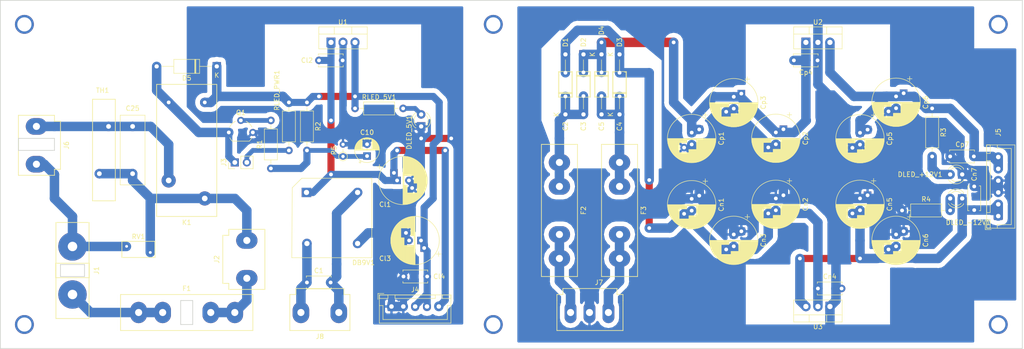
<source format=kicad_pcb>
(kicad_pcb (version 20171130) (host pcbnew 5.0.2-bee76a0~70~ubuntu16.04.1)

  (general
    (thickness 1.6)
    (drawings 16)
    (tracks 352)
    (zones 0)
    (modules 59)
    (nets 27)
  )

  (page A4)
  (title_block
    (title Mixersupply)
    (date 2018-10-19)
    (rev 1)
  )

  (layers
    (0 F.Cu signal)
    (31 B.Cu signal)
    (32 B.Adhes user)
    (33 F.Adhes user)
    (34 B.Paste user)
    (35 F.Paste user)
    (36 B.SilkS user)
    (37 F.SilkS user)
    (38 B.Mask user)
    (39 F.Mask user)
    (40 Dwgs.User user)
    (41 Cmts.User user)
    (42 Eco1.User user)
    (43 Eco2.User user)
    (44 Edge.Cuts user)
    (45 Margin user)
    (46 B.CrtYd user)
    (47 F.CrtYd user)
    (48 B.Fab user)
    (49 F.Fab user)
  )

  (setup
    (last_trace_width 1.5)
    (trace_clearance 0.2)
    (zone_clearance 1)
    (zone_45_only no)
    (trace_min 0.2)
    (segment_width 0.2)
    (edge_width 0.15)
    (via_size 1)
    (via_drill 0.8)
    (via_min_size 0.4)
    (via_min_drill 0.3)
    (uvia_size 0.3)
    (uvia_drill 0.1)
    (uvias_allowed no)
    (uvia_min_size 0.2)
    (uvia_min_drill 0.1)
    (pcb_text_width 0.3)
    (pcb_text_size 1.5 1.5)
    (mod_edge_width 0.15)
    (mod_text_size 1 1)
    (mod_text_width 0.15)
    (pad_size 1.524 1.524)
    (pad_drill 0.762)
    (pad_to_mask_clearance 0.2)
    (solder_mask_min_width 0.25)
    (aux_axis_origin 0 0)
    (visible_elements FFFFFF7F)
    (pcbplotparams
      (layerselection 0x010fc_ffffffff)
      (usegerberextensions false)
      (usegerberattributes false)
      (usegerberadvancedattributes false)
      (creategerberjobfile false)
      (excludeedgelayer true)
      (linewidth 0.100000)
      (plotframeref false)
      (viasonmask false)
      (mode 1)
      (useauxorigin false)
      (hpglpennumber 1)
      (hpglpenspeed 20)
      (hpglpendiameter 15.000000)
      (psnegative false)
      (psa4output false)
      (plotreference true)
      (plotvalue true)
      (plotinvisibletext false)
      (padsonsilk false)
      (subtractmaskfromsilk false)
      (outputformat 1)
      (mirror false)
      (drillshape 1)
      (scaleselection 1)
      (outputdirectory ""))
  )

  (net 0 "")
  (net 1 "Net-(C2-Pad1)")
  (net 2 "Net-(C2-Pad2)")
  (net 3 GNDD)
  (net 4 GNDA)
  (net 5 "Net-(C10-Pad1)")
  (net 6 +5V)
  (net 7 "Net-(C25-Pad1)")
  (net 8 "Net-(C25-Pad2)")
  (net 9 "Net-(DLED_+12V1-Pad2)")
  (net 10 "Net-(DLED_-12V1-Pad2)")
  (net 11 "Net-(DLED_5V1-Pad2)")
  (net 12 "Net-(F1-Pad2)")
  (net 13 "Net-(F1-Pad1)")
  (net 14 "Net-(F2-Pad2)")
  (net 15 "Net-(F3-Pad2)")
  (net 16 "Net-(J1-Pad2)")
  (net 17 "Net-(J3-Pad2)")
  (net 18 "Net-(Q1-Pad2)")
  (net 19 "Net-(C3-Pad1)")
  (net 20 "Net-(C4-Pad1)")
  (net 21 -15V)
  (net 22 +15V)
  (net 23 /9VAC_1)
  (net 24 /9VAC_2)
  (net 25 "Net-(D5-Pad2)")
  (net 26 /9V)

  (net_class Default "This is the default net class."
    (clearance 0.2)
    (trace_width 1.5)
    (via_dia 1)
    (via_drill 0.8)
    (uvia_dia 0.3)
    (uvia_drill 0.1)
    (add_net +15V)
    (add_net -15V)
    (add_net /9V)
    (add_net /9VAC_1)
    (add_net /9VAC_2)
    (add_net "Net-(C10-Pad1)")
    (add_net "Net-(C2-Pad1)")
    (add_net "Net-(C2-Pad2)")
    (add_net "Net-(C25-Pad1)")
    (add_net "Net-(C25-Pad2)")
    (add_net "Net-(C3-Pad1)")
    (add_net "Net-(C4-Pad1)")
    (add_net "Net-(D5-Pad2)")
    (add_net "Net-(DLED_+12V1-Pad2)")
    (add_net "Net-(DLED_-12V1-Pad2)")
    (add_net "Net-(DLED_5V1-Pad2)")
    (add_net "Net-(F1-Pad1)")
    (add_net "Net-(F1-Pad2)")
    (add_net "Net-(F2-Pad2)")
    (add_net "Net-(F3-Pad2)")
    (add_net "Net-(J1-Pad2)")
    (add_net "Net-(J3-Pad2)")
    (add_net "Net-(Q1-Pad2)")
  )

  (net_class Power ""
    (clearance 0.5)
    (trace_width 1.5)
    (via_dia 1)
    (via_drill 0.8)
    (uvia_dia 0.3)
    (uvia_drill 0.1)
    (add_net +5V)
    (add_net GNDA)
    (add_net GNDD)
  )

  (module Capacitor_THT:C_Disc_D5.0mm_W2.5mm_P5.00mm (layer F.Cu) (tedit 5AE50EF0) (tstamp 5CD1AE27)
    (at 77.47 72.39)
    (descr "C, Disc series, Radial, pin pitch=5.00mm, , diameter*width=5*2.5mm^2, Capacitor, http://cdn-reichelt.de/documents/datenblatt/B300/DS_KERKO_TC.pdf")
    (tags "C Disc series Radial pin pitch 5.00mm  diameter 5mm width 2.5mm Capacitor")
    (path /5BD527B0)
    (fp_text reference C1 (at 2.5 -2.5) (layer F.SilkS)
      (effects (font (size 1 1) (thickness 0.15)))
    )
    (fp_text value 10n (at 2.5 2.5) (layer F.Fab)
      (effects (font (size 1 1) (thickness 0.15)))
    )
    (fp_text user %R (at 2.5 0) (layer F.Fab)
      (effects (font (size 1 1) (thickness 0.15)))
    )
    (fp_line (start 6.05 -1.5) (end -1.05 -1.5) (layer F.CrtYd) (width 0.05))
    (fp_line (start 6.05 1.5) (end 6.05 -1.5) (layer F.CrtYd) (width 0.05))
    (fp_line (start -1.05 1.5) (end 6.05 1.5) (layer F.CrtYd) (width 0.05))
    (fp_line (start -1.05 -1.5) (end -1.05 1.5) (layer F.CrtYd) (width 0.05))
    (fp_line (start 5.12 1.055) (end 5.12 1.37) (layer F.SilkS) (width 0.12))
    (fp_line (start 5.12 -1.37) (end 5.12 -1.055) (layer F.SilkS) (width 0.12))
    (fp_line (start -0.12 1.055) (end -0.12 1.37) (layer F.SilkS) (width 0.12))
    (fp_line (start -0.12 -1.37) (end -0.12 -1.055) (layer F.SilkS) (width 0.12))
    (fp_line (start -0.12 1.37) (end 5.12 1.37) (layer F.SilkS) (width 0.12))
    (fp_line (start -0.12 -1.37) (end 5.12 -1.37) (layer F.SilkS) (width 0.12))
    (fp_line (start 5 -1.25) (end 0 -1.25) (layer F.Fab) (width 0.1))
    (fp_line (start 5 1.25) (end 5 -1.25) (layer F.Fab) (width 0.1))
    (fp_line (start 0 1.25) (end 5 1.25) (layer F.Fab) (width 0.1))
    (fp_line (start 0 -1.25) (end 0 1.25) (layer F.Fab) (width 0.1))
    (pad 2 thru_hole circle (at 5 0) (size 1.6 1.6) (drill 0.8) (layers *.Cu *.Mask)
      (net 23 /9VAC_1))
    (pad 1 thru_hole circle (at 0 0) (size 1.6 1.6) (drill 0.8) (layers *.Cu *.Mask)
      (net 24 /9VAC_2))
    (model ${KISYS3DMOD}/Capacitor_THT.3dshapes/C_Disc_D5.0mm_W2.5mm_P5.00mm.wrl
      (at (xyz 0 0 0))
      (scale (xyz 1 1 1))
      (rotate (xyz 0 0 0))
    )
  )

  (module Capacitor_THT:C_Disc_D5.0mm_W2.5mm_P5.00mm (layer F.Cu) (tedit 5AE50EF0) (tstamp 5BE8A85A)
    (at 132.08 33.02 90)
    (descr "C, Disc series, Radial, pin pitch=5.00mm, , diameter*width=5*2.5mm^2, Capacitor, http://cdn-reichelt.de/documents/datenblatt/B300/DS_KERKO_TC.pdf")
    (tags "C Disc series Radial pin pitch 5.00mm  diameter 5mm width 2.5mm Capacitor")
    (path /5BC7C4B3)
    (fp_text reference C2 (at -6.35 0 90) (layer F.SilkS)
      (effects (font (size 1 1) (thickness 0.15)))
    )
    (fp_text value 10n (at 2.5 2.5 90) (layer F.Fab)
      (effects (font (size 1 1) (thickness 0.15)))
    )
    (fp_line (start 0 -1.25) (end 0 1.25) (layer F.Fab) (width 0.1))
    (fp_line (start 0 1.25) (end 5 1.25) (layer F.Fab) (width 0.1))
    (fp_line (start 5 1.25) (end 5 -1.25) (layer F.Fab) (width 0.1))
    (fp_line (start 5 -1.25) (end 0 -1.25) (layer F.Fab) (width 0.1))
    (fp_line (start -0.12 -1.37) (end 5.12 -1.37) (layer F.SilkS) (width 0.12))
    (fp_line (start -0.12 1.37) (end 5.12 1.37) (layer F.SilkS) (width 0.12))
    (fp_line (start -0.12 -1.37) (end -0.12 -1.055) (layer F.SilkS) (width 0.12))
    (fp_line (start -0.12 1.055) (end -0.12 1.37) (layer F.SilkS) (width 0.12))
    (fp_line (start 5.12 -1.37) (end 5.12 -1.055) (layer F.SilkS) (width 0.12))
    (fp_line (start 5.12 1.055) (end 5.12 1.37) (layer F.SilkS) (width 0.12))
    (fp_line (start -1.05 -1.5) (end -1.05 1.5) (layer F.CrtYd) (width 0.05))
    (fp_line (start -1.05 1.5) (end 6.05 1.5) (layer F.CrtYd) (width 0.05))
    (fp_line (start 6.05 1.5) (end 6.05 -1.5) (layer F.CrtYd) (width 0.05))
    (fp_line (start 6.05 -1.5) (end -1.05 -1.5) (layer F.CrtYd) (width 0.05))
    (fp_text user %R (at 2.5 0 90) (layer F.Fab)
      (effects (font (size 1 1) (thickness 0.15)))
    )
    (pad 1 thru_hole circle (at 0 0 90) (size 1.6 1.6) (drill 0.8) (layers *.Cu *.Mask)
      (net 1 "Net-(C2-Pad1)"))
    (pad 2 thru_hole circle (at 5 0 90) (size 1.6 1.6) (drill 0.8) (layers *.Cu *.Mask)
      (net 2 "Net-(C2-Pad2)"))
    (model ${KISYS3DMOD}/Capacitor_THT.3dshapes/C_Disc_D5.0mm_W2.5mm_P5.00mm.wrl
      (at (xyz 0 0 0))
      (scale (xyz 1 1 1))
      (rotate (xyz 0 0 0))
    )
  )

  (module Capacitor_THT:C_Disc_D5.0mm_W2.5mm_P5.00mm (layer F.Cu) (tedit 5AE50EF0) (tstamp 5BE8A86F)
    (at 135.89 27.94 270)
    (descr "C, Disc series, Radial, pin pitch=5.00mm, , diameter*width=5*2.5mm^2, Capacitor, http://cdn-reichelt.de/documents/datenblatt/B300/DS_KERKO_TC.pdf")
    (tags "C Disc series Radial pin pitch 5.00mm  diameter 5mm width 2.5mm Capacitor")
    (path /5BC7C541)
    (fp_text reference C3 (at 11.43 0 270) (layer F.SilkS)
      (effects (font (size 1 1) (thickness 0.15)))
    )
    (fp_text value 10n (at 2.5 2.5 270) (layer F.Fab)
      (effects (font (size 1 1) (thickness 0.15)))
    )
    (fp_text user %R (at 2.5 0 270) (layer F.Fab)
      (effects (font (size 1 1) (thickness 0.15)))
    )
    (fp_line (start 6.05 -1.5) (end -1.05 -1.5) (layer F.CrtYd) (width 0.05))
    (fp_line (start 6.05 1.5) (end 6.05 -1.5) (layer F.CrtYd) (width 0.05))
    (fp_line (start -1.05 1.5) (end 6.05 1.5) (layer F.CrtYd) (width 0.05))
    (fp_line (start -1.05 -1.5) (end -1.05 1.5) (layer F.CrtYd) (width 0.05))
    (fp_line (start 5.12 1.055) (end 5.12 1.37) (layer F.SilkS) (width 0.12))
    (fp_line (start 5.12 -1.37) (end 5.12 -1.055) (layer F.SilkS) (width 0.12))
    (fp_line (start -0.12 1.055) (end -0.12 1.37) (layer F.SilkS) (width 0.12))
    (fp_line (start -0.12 -1.37) (end -0.12 -1.055) (layer F.SilkS) (width 0.12))
    (fp_line (start -0.12 1.37) (end 5.12 1.37) (layer F.SilkS) (width 0.12))
    (fp_line (start -0.12 -1.37) (end 5.12 -1.37) (layer F.SilkS) (width 0.12))
    (fp_line (start 5 -1.25) (end 0 -1.25) (layer F.Fab) (width 0.1))
    (fp_line (start 5 1.25) (end 5 -1.25) (layer F.Fab) (width 0.1))
    (fp_line (start 0 1.25) (end 5 1.25) (layer F.Fab) (width 0.1))
    (fp_line (start 0 -1.25) (end 0 1.25) (layer F.Fab) (width 0.1))
    (pad 2 thru_hole circle (at 5 0 270) (size 1.6 1.6) (drill 0.8) (layers *.Cu *.Mask)
      (net 1 "Net-(C2-Pad1)"))
    (pad 1 thru_hole circle (at 0 0 270) (size 1.6 1.6) (drill 0.8) (layers *.Cu *.Mask)
      (net 19 "Net-(C3-Pad1)"))
    (model ${KISYS3DMOD}/Capacitor_THT.3dshapes/C_Disc_D5.0mm_W2.5mm_P5.00mm.wrl
      (at (xyz 0 0 0))
      (scale (xyz 1 1 1))
      (rotate (xyz 0 0 0))
    )
  )

  (module Capacitor_THT:C_Disc_D5.0mm_W2.5mm_P5.00mm (layer F.Cu) (tedit 5AE50EF0) (tstamp 5BD35A37)
    (at 143.51 33.02 90)
    (descr "C, Disc series, Radial, pin pitch=5.00mm, , diameter*width=5*2.5mm^2, Capacitor, http://cdn-reichelt.de/documents/datenblatt/B300/DS_KERKO_TC.pdf")
    (tags "C Disc series Radial pin pitch 5.00mm  diameter 5mm width 2.5mm Capacitor")
    (path /5BC7C617)
    (fp_text reference C4 (at -6.35 0 90) (layer F.SilkS)
      (effects (font (size 1 1) (thickness 0.15)))
    )
    (fp_text value 10n (at 2.5 2.5 90) (layer F.Fab)
      (effects (font (size 1 1) (thickness 0.15)))
    )
    (fp_line (start 0 -1.25) (end 0 1.25) (layer F.Fab) (width 0.1))
    (fp_line (start 0 1.25) (end 5 1.25) (layer F.Fab) (width 0.1))
    (fp_line (start 5 1.25) (end 5 -1.25) (layer F.Fab) (width 0.1))
    (fp_line (start 5 -1.25) (end 0 -1.25) (layer F.Fab) (width 0.1))
    (fp_line (start -0.12 -1.37) (end 5.12 -1.37) (layer F.SilkS) (width 0.12))
    (fp_line (start -0.12 1.37) (end 5.12 1.37) (layer F.SilkS) (width 0.12))
    (fp_line (start -0.12 -1.37) (end -0.12 -1.055) (layer F.SilkS) (width 0.12))
    (fp_line (start -0.12 1.055) (end -0.12 1.37) (layer F.SilkS) (width 0.12))
    (fp_line (start 5.12 -1.37) (end 5.12 -1.055) (layer F.SilkS) (width 0.12))
    (fp_line (start 5.12 1.055) (end 5.12 1.37) (layer F.SilkS) (width 0.12))
    (fp_line (start -1.05 -1.5) (end -1.05 1.5) (layer F.CrtYd) (width 0.05))
    (fp_line (start -1.05 1.5) (end 6.05 1.5) (layer F.CrtYd) (width 0.05))
    (fp_line (start 6.05 1.5) (end 6.05 -1.5) (layer F.CrtYd) (width 0.05))
    (fp_line (start 6.05 -1.5) (end -1.05 -1.5) (layer F.CrtYd) (width 0.05))
    (fp_text user %R (at 2.5 0 90) (layer F.Fab)
      (effects (font (size 1 1) (thickness 0.15)))
    )
    (pad 1 thru_hole circle (at 0 0 90) (size 1.6 1.6) (drill 0.8) (layers *.Cu *.Mask)
      (net 20 "Net-(C4-Pad1)"))
    (pad 2 thru_hole circle (at 5 0 90) (size 1.6 1.6) (drill 0.8) (layers *.Cu *.Mask)
      (net 2 "Net-(C2-Pad2)"))
    (model ${KISYS3DMOD}/Capacitor_THT.3dshapes/C_Disc_D5.0mm_W2.5mm_P5.00mm.wrl
      (at (xyz 0 0 0))
      (scale (xyz 1 1 1))
      (rotate (xyz 0 0 0))
    )
  )

  (module Capacitor_THT:C_Disc_D5.0mm_W2.5mm_P5.00mm (layer F.Cu) (tedit 5AE50EF0) (tstamp 5BE8A899)
    (at 139.7 27.94 270)
    (descr "C, Disc series, Radial, pin pitch=5.00mm, , diameter*width=5*2.5mm^2, Capacitor, http://cdn-reichelt.de/documents/datenblatt/B300/DS_KERKO_TC.pdf")
    (tags "C Disc series Radial pin pitch 5.00mm  diameter 5mm width 2.5mm Capacitor")
    (path /5BC7C419)
    (fp_text reference C5 (at 11.43 0 270) (layer F.SilkS)
      (effects (font (size 1 1) (thickness 0.15)))
    )
    (fp_text value 10n (at 2.5 2.5 270) (layer F.Fab)
      (effects (font (size 1 1) (thickness 0.15)))
    )
    (fp_text user %R (at 2.5 0 270) (layer F.Fab)
      (effects (font (size 1 1) (thickness 0.15)))
    )
    (fp_line (start 6.05 -1.5) (end -1.05 -1.5) (layer F.CrtYd) (width 0.05))
    (fp_line (start 6.05 1.5) (end 6.05 -1.5) (layer F.CrtYd) (width 0.05))
    (fp_line (start -1.05 1.5) (end 6.05 1.5) (layer F.CrtYd) (width 0.05))
    (fp_line (start -1.05 -1.5) (end -1.05 1.5) (layer F.CrtYd) (width 0.05))
    (fp_line (start 5.12 1.055) (end 5.12 1.37) (layer F.SilkS) (width 0.12))
    (fp_line (start 5.12 -1.37) (end 5.12 -1.055) (layer F.SilkS) (width 0.12))
    (fp_line (start -0.12 1.055) (end -0.12 1.37) (layer F.SilkS) (width 0.12))
    (fp_line (start -0.12 -1.37) (end -0.12 -1.055) (layer F.SilkS) (width 0.12))
    (fp_line (start -0.12 1.37) (end 5.12 1.37) (layer F.SilkS) (width 0.12))
    (fp_line (start -0.12 -1.37) (end 5.12 -1.37) (layer F.SilkS) (width 0.12))
    (fp_line (start 5 -1.25) (end 0 -1.25) (layer F.Fab) (width 0.1))
    (fp_line (start 5 1.25) (end 5 -1.25) (layer F.Fab) (width 0.1))
    (fp_line (start 0 1.25) (end 5 1.25) (layer F.Fab) (width 0.1))
    (fp_line (start 0 -1.25) (end 0 1.25) (layer F.Fab) (width 0.1))
    (pad 2 thru_hole circle (at 5 0 270) (size 1.6 1.6) (drill 0.8) (layers *.Cu *.Mask)
      (net 20 "Net-(C4-Pad1)"))
    (pad 1 thru_hole circle (at 0 0 270) (size 1.6 1.6) (drill 0.8) (layers *.Cu *.Mask)
      (net 19 "Net-(C3-Pad1)"))
    (model ${KISYS3DMOD}/Capacitor_THT.3dshapes/C_Disc_D5.0mm_W2.5mm_P5.00mm.wrl
      (at (xyz 0 0 0))
      (scale (xyz 1 1 1))
      (rotate (xyz 0 0 0))
    )
  )

  (module Capacitor_THT:C_Disc_D14.5mm_W5.0mm_P10.00mm (layer F.Cu) (tedit 5AE50EF0) (tstamp 5BD67669)
    (at 40.64 49.37 90)
    (descr "C, Disc series, Radial, pin pitch=10.00mm, , diameter*width=14.5*5.0mm^2, Capacitor, http://www.vishay.com/docs/28535/vy2series.pdf")
    (tags "C Disc series Radial pin pitch 10.00mm  diameter 14.5mm width 5.0mm Capacitor")
    (path /5BCEF457)
    (fp_text reference C25 (at 13.81 0 180) (layer F.SilkS)
      (effects (font (size 1 1) (thickness 0.15)))
    )
    (fp_text value "203M SF 250V AC" (at 5 3.75 90) (layer F.Fab)
      (effects (font (size 1 1) (thickness 0.15)))
    )
    (fp_line (start -2.25 -2.5) (end -2.25 2.5) (layer F.Fab) (width 0.1))
    (fp_line (start -2.25 2.5) (end 12.25 2.5) (layer F.Fab) (width 0.1))
    (fp_line (start 12.25 2.5) (end 12.25 -2.5) (layer F.Fab) (width 0.1))
    (fp_line (start 12.25 -2.5) (end -2.25 -2.5) (layer F.Fab) (width 0.1))
    (fp_line (start -2.37 -2.62) (end 12.37 -2.62) (layer F.SilkS) (width 0.12))
    (fp_line (start -2.37 2.62) (end 12.37 2.62) (layer F.SilkS) (width 0.12))
    (fp_line (start -2.37 -2.62) (end -2.37 2.62) (layer F.SilkS) (width 0.12))
    (fp_line (start 12.37 -2.62) (end 12.37 2.62) (layer F.SilkS) (width 0.12))
    (fp_line (start -2.5 -2.75) (end -2.5 2.75) (layer F.CrtYd) (width 0.05))
    (fp_line (start -2.5 2.75) (end 12.5 2.75) (layer F.CrtYd) (width 0.05))
    (fp_line (start 12.5 2.75) (end 12.5 -2.75) (layer F.CrtYd) (width 0.05))
    (fp_line (start 12.5 -2.75) (end -2.5 -2.75) (layer F.CrtYd) (width 0.05))
    (fp_text user %R (at 5 0 90) (layer F.Fab)
      (effects (font (size 1 1) (thickness 0.15)))
    )
    (pad 1 thru_hole circle (at 0 0 90) (size 2 2) (drill 1) (layers *.Cu *.Mask)
      (net 7 "Net-(C25-Pad1)"))
    (pad 2 thru_hole circle (at 10 0 90) (size 2 2) (drill 1) (layers *.Cu *.Mask)
      (net 8 "Net-(C25-Pad2)"))
    (model ${KISYS3DMOD}/Capacitor_THT.3dshapes/C_Disc_D14.5mm_W5.0mm_P10.00mm.wrl
      (at (xyz 0 0 0))
      (scale (xyz 1 1 1))
      (rotate (xyz 0 0 0))
    )
  )

  (module Diode_THT:D_A-405_P12.70mm_Horizontal (layer F.Cu) (tedit 5AE50CD5) (tstamp 5BE8B3A5)
    (at 132.08 36.83 90)
    (descr "Diode, A-405 series, Axial, Horizontal, pin pitch=12.7mm, , length*diameter=5.2*2.7mm^2, , http://www.diodes.com/_files/packages/A-405.pdf")
    (tags "Diode A-405 series Axial Horizontal pin pitch 12.7mm  length 5.2mm diameter 2.7mm")
    (path /5BC2762F)
    (fp_text reference D1 (at 15.24 0 90) (layer F.SilkS)
      (effects (font (size 1 1) (thickness 0.15)))
    )
    (fp_text value 1N4001 (at 6.35 2.47 90) (layer F.Fab)
      (effects (font (size 1 1) (thickness 0.15)))
    )
    (fp_text user K (at 0 -1.9 90) (layer F.SilkS)
      (effects (font (size 1 1) (thickness 0.15)))
    )
    (fp_text user K (at 0 -1.9 90) (layer F.Fab)
      (effects (font (size 1 1) (thickness 0.15)))
    )
    (fp_text user %R (at 6.74 0 90) (layer F.Fab)
      (effects (font (size 1 1) (thickness 0.15)))
    )
    (fp_line (start 13.85 -1.6) (end -1.15 -1.6) (layer F.CrtYd) (width 0.05))
    (fp_line (start 13.85 1.6) (end 13.85 -1.6) (layer F.CrtYd) (width 0.05))
    (fp_line (start -1.15 1.6) (end 13.85 1.6) (layer F.CrtYd) (width 0.05))
    (fp_line (start -1.15 -1.6) (end -1.15 1.6) (layer F.CrtYd) (width 0.05))
    (fp_line (start 4.41 -1.47) (end 4.41 1.47) (layer F.SilkS) (width 0.12))
    (fp_line (start 4.65 -1.47) (end 4.65 1.47) (layer F.SilkS) (width 0.12))
    (fp_line (start 4.53 -1.47) (end 4.53 1.47) (layer F.SilkS) (width 0.12))
    (fp_line (start 11.56 0) (end 9.07 0) (layer F.SilkS) (width 0.12))
    (fp_line (start 1.14 0) (end 3.63 0) (layer F.SilkS) (width 0.12))
    (fp_line (start 9.07 -1.47) (end 3.63 -1.47) (layer F.SilkS) (width 0.12))
    (fp_line (start 9.07 1.47) (end 9.07 -1.47) (layer F.SilkS) (width 0.12))
    (fp_line (start 3.63 1.47) (end 9.07 1.47) (layer F.SilkS) (width 0.12))
    (fp_line (start 3.63 -1.47) (end 3.63 1.47) (layer F.SilkS) (width 0.12))
    (fp_line (start 4.43 -1.35) (end 4.43 1.35) (layer F.Fab) (width 0.1))
    (fp_line (start 4.63 -1.35) (end 4.63 1.35) (layer F.Fab) (width 0.1))
    (fp_line (start 4.53 -1.35) (end 4.53 1.35) (layer F.Fab) (width 0.1))
    (fp_line (start 12.7 0) (end 8.95 0) (layer F.Fab) (width 0.1))
    (fp_line (start 0 0) (end 3.75 0) (layer F.Fab) (width 0.1))
    (fp_line (start 8.95 -1.35) (end 3.75 -1.35) (layer F.Fab) (width 0.1))
    (fp_line (start 8.95 1.35) (end 8.95 -1.35) (layer F.Fab) (width 0.1))
    (fp_line (start 3.75 1.35) (end 8.95 1.35) (layer F.Fab) (width 0.1))
    (fp_line (start 3.75 -1.35) (end 3.75 1.35) (layer F.Fab) (width 0.1))
    (pad 2 thru_hole oval (at 12.7 0 90) (size 1.8 1.8) (drill 0.9) (layers *.Cu *.Mask)
      (net 2 "Net-(C2-Pad2)"))
    (pad 1 thru_hole rect (at 0 0 90) (size 1.8 1.8) (drill 0.9) (layers *.Cu *.Mask)
      (net 1 "Net-(C2-Pad1)"))
    (model ${KISYS3DMOD}/Diode_THT.3dshapes/D_A-405_P12.70mm_Horizontal.wrl
      (at (xyz 0 0 0))
      (scale (xyz 1 1 1))
      (rotate (xyz 0 0 0))
    )
  )

  (module Diode_THT:D_A-405_P12.70mm_Horizontal (layer F.Cu) (tedit 5AE50CD5) (tstamp 5BE8B3C4)
    (at 135.89 24.13 270)
    (descr "Diode, A-405 series, Axial, Horizontal, pin pitch=12.7mm, , length*diameter=5.2*2.7mm^2, , http://www.diodes.com/_files/packages/A-405.pdf")
    (tags "Diode A-405 series Axial Horizontal pin pitch 12.7mm  length 5.2mm diameter 2.7mm")
    (path /5BC27385)
    (fp_text reference D2 (at -2.54 0 270) (layer F.SilkS)
      (effects (font (size 1 1) (thickness 0.15)))
    )
    (fp_text value 1N4001 (at 6.35 2.47 270) (layer F.Fab)
      (effects (font (size 1 1) (thickness 0.15)))
    )
    (fp_text user K (at 0 -1.9 270) (layer F.SilkS)
      (effects (font (size 1 1) (thickness 0.15)))
    )
    (fp_text user K (at 0 -1.9 270) (layer F.Fab)
      (effects (font (size 1 1) (thickness 0.15)))
    )
    (fp_text user %R (at 6.74 0 270) (layer F.Fab)
      (effects (font (size 1 1) (thickness 0.15)))
    )
    (fp_line (start 13.85 -1.6) (end -1.15 -1.6) (layer F.CrtYd) (width 0.05))
    (fp_line (start 13.85 1.6) (end 13.85 -1.6) (layer F.CrtYd) (width 0.05))
    (fp_line (start -1.15 1.6) (end 13.85 1.6) (layer F.CrtYd) (width 0.05))
    (fp_line (start -1.15 -1.6) (end -1.15 1.6) (layer F.CrtYd) (width 0.05))
    (fp_line (start 4.41 -1.47) (end 4.41 1.47) (layer F.SilkS) (width 0.12))
    (fp_line (start 4.65 -1.47) (end 4.65 1.47) (layer F.SilkS) (width 0.12))
    (fp_line (start 4.53 -1.47) (end 4.53 1.47) (layer F.SilkS) (width 0.12))
    (fp_line (start 11.56 0) (end 9.07 0) (layer F.SilkS) (width 0.12))
    (fp_line (start 1.14 0) (end 3.63 0) (layer F.SilkS) (width 0.12))
    (fp_line (start 9.07 -1.47) (end 3.63 -1.47) (layer F.SilkS) (width 0.12))
    (fp_line (start 9.07 1.47) (end 9.07 -1.47) (layer F.SilkS) (width 0.12))
    (fp_line (start 3.63 1.47) (end 9.07 1.47) (layer F.SilkS) (width 0.12))
    (fp_line (start 3.63 -1.47) (end 3.63 1.47) (layer F.SilkS) (width 0.12))
    (fp_line (start 4.43 -1.35) (end 4.43 1.35) (layer F.Fab) (width 0.1))
    (fp_line (start 4.63 -1.35) (end 4.63 1.35) (layer F.Fab) (width 0.1))
    (fp_line (start 4.53 -1.35) (end 4.53 1.35) (layer F.Fab) (width 0.1))
    (fp_line (start 12.7 0) (end 8.95 0) (layer F.Fab) (width 0.1))
    (fp_line (start 0 0) (end 3.75 0) (layer F.Fab) (width 0.1))
    (fp_line (start 8.95 -1.35) (end 3.75 -1.35) (layer F.Fab) (width 0.1))
    (fp_line (start 8.95 1.35) (end 8.95 -1.35) (layer F.Fab) (width 0.1))
    (fp_line (start 3.75 1.35) (end 8.95 1.35) (layer F.Fab) (width 0.1))
    (fp_line (start 3.75 -1.35) (end 3.75 1.35) (layer F.Fab) (width 0.1))
    (pad 2 thru_hole oval (at 12.7 0 270) (size 1.8 1.8) (drill 0.9) (layers *.Cu *.Mask)
      (net 1 "Net-(C2-Pad1)"))
    (pad 1 thru_hole rect (at 0 0 270) (size 1.8 1.8) (drill 0.9) (layers *.Cu *.Mask)
      (net 19 "Net-(C3-Pad1)"))
    (model ${KISYS3DMOD}/Diode_THT.3dshapes/D_A-405_P12.70mm_Horizontal.wrl
      (at (xyz 0 0 0))
      (scale (xyz 1 1 1))
      (rotate (xyz 0 0 0))
    )
  )

  (module Diode_THT:D_A-405_P12.70mm_Horizontal (layer F.Cu) (tedit 5AE50CD5) (tstamp 5BE8B3E3)
    (at 143.51 36.83 90)
    (descr "Diode, A-405 series, Axial, Horizontal, pin pitch=12.7mm, , length*diameter=5.2*2.7mm^2, , http://www.diodes.com/_files/packages/A-405.pdf")
    (tags "Diode A-405 series Axial Horizontal pin pitch 12.7mm  length 5.2mm diameter 2.7mm")
    (path /5BC2778D)
    (fp_text reference D3 (at 15.24 0 90) (layer F.SilkS)
      (effects (font (size 1 1) (thickness 0.15)))
    )
    (fp_text value 1N4001 (at 6.35 2.47 90) (layer F.Fab)
      (effects (font (size 1 1) (thickness 0.15)))
    )
    (fp_line (start 3.75 -1.35) (end 3.75 1.35) (layer F.Fab) (width 0.1))
    (fp_line (start 3.75 1.35) (end 8.95 1.35) (layer F.Fab) (width 0.1))
    (fp_line (start 8.95 1.35) (end 8.95 -1.35) (layer F.Fab) (width 0.1))
    (fp_line (start 8.95 -1.35) (end 3.75 -1.35) (layer F.Fab) (width 0.1))
    (fp_line (start 0 0) (end 3.75 0) (layer F.Fab) (width 0.1))
    (fp_line (start 12.7 0) (end 8.95 0) (layer F.Fab) (width 0.1))
    (fp_line (start 4.53 -1.35) (end 4.53 1.35) (layer F.Fab) (width 0.1))
    (fp_line (start 4.63 -1.35) (end 4.63 1.35) (layer F.Fab) (width 0.1))
    (fp_line (start 4.43 -1.35) (end 4.43 1.35) (layer F.Fab) (width 0.1))
    (fp_line (start 3.63 -1.47) (end 3.63 1.47) (layer F.SilkS) (width 0.12))
    (fp_line (start 3.63 1.47) (end 9.07 1.47) (layer F.SilkS) (width 0.12))
    (fp_line (start 9.07 1.47) (end 9.07 -1.47) (layer F.SilkS) (width 0.12))
    (fp_line (start 9.07 -1.47) (end 3.63 -1.47) (layer F.SilkS) (width 0.12))
    (fp_line (start 1.14 0) (end 3.63 0) (layer F.SilkS) (width 0.12))
    (fp_line (start 11.56 0) (end 9.07 0) (layer F.SilkS) (width 0.12))
    (fp_line (start 4.53 -1.47) (end 4.53 1.47) (layer F.SilkS) (width 0.12))
    (fp_line (start 4.65 -1.47) (end 4.65 1.47) (layer F.SilkS) (width 0.12))
    (fp_line (start 4.41 -1.47) (end 4.41 1.47) (layer F.SilkS) (width 0.12))
    (fp_line (start -1.15 -1.6) (end -1.15 1.6) (layer F.CrtYd) (width 0.05))
    (fp_line (start -1.15 1.6) (end 13.85 1.6) (layer F.CrtYd) (width 0.05))
    (fp_line (start 13.85 1.6) (end 13.85 -1.6) (layer F.CrtYd) (width 0.05))
    (fp_line (start 13.85 -1.6) (end -1.15 -1.6) (layer F.CrtYd) (width 0.05))
    (fp_text user %R (at 6.74 0 90) (layer F.Fab)
      (effects (font (size 1 1) (thickness 0.15)))
    )
    (fp_text user K (at 0 -1.9 90) (layer F.Fab)
      (effects (font (size 1 1) (thickness 0.15)))
    )
    (fp_text user K (at 0 -1.9 90) (layer F.SilkS)
      (effects (font (size 1 1) (thickness 0.15)))
    )
    (pad 1 thru_hole rect (at 0 0 90) (size 1.8 1.8) (drill 0.9) (layers *.Cu *.Mask)
      (net 20 "Net-(C4-Pad1)"))
    (pad 2 thru_hole oval (at 12.7 0 90) (size 1.8 1.8) (drill 0.9) (layers *.Cu *.Mask)
      (net 2 "Net-(C2-Pad2)"))
    (model ${KISYS3DMOD}/Diode_THT.3dshapes/D_A-405_P12.70mm_Horizontal.wrl
      (at (xyz 0 0 0))
      (scale (xyz 1 1 1))
      (rotate (xyz 0 0 0))
    )
  )

  (module Diode_THT:D_A-405_P12.70mm_Horizontal (layer F.Cu) (tedit 5AE50CD5) (tstamp 5BE8B402)
    (at 139.7 24.13 270)
    (descr "Diode, A-405 series, Axial, Horizontal, pin pitch=12.7mm, , length*diameter=5.2*2.7mm^2, , http://www.diodes.com/_files/packages/A-405.pdf")
    (tags "Diode A-405 series Axial Horizontal pin pitch 12.7mm  length 5.2mm diameter 2.7mm")
    (path /5BC27515)
    (fp_text reference D4 (at -5.08 0 270) (layer F.SilkS)
      (effects (font (size 1 1) (thickness 0.15)))
    )
    (fp_text value 1N4001 (at 6.35 2.47 270) (layer F.Fab)
      (effects (font (size 1 1) (thickness 0.15)))
    )
    (fp_line (start 3.75 -1.35) (end 3.75 1.35) (layer F.Fab) (width 0.1))
    (fp_line (start 3.75 1.35) (end 8.95 1.35) (layer F.Fab) (width 0.1))
    (fp_line (start 8.95 1.35) (end 8.95 -1.35) (layer F.Fab) (width 0.1))
    (fp_line (start 8.95 -1.35) (end 3.75 -1.35) (layer F.Fab) (width 0.1))
    (fp_line (start 0 0) (end 3.75 0) (layer F.Fab) (width 0.1))
    (fp_line (start 12.7 0) (end 8.95 0) (layer F.Fab) (width 0.1))
    (fp_line (start 4.53 -1.35) (end 4.53 1.35) (layer F.Fab) (width 0.1))
    (fp_line (start 4.63 -1.35) (end 4.63 1.35) (layer F.Fab) (width 0.1))
    (fp_line (start 4.43 -1.35) (end 4.43 1.35) (layer F.Fab) (width 0.1))
    (fp_line (start 3.63 -1.47) (end 3.63 1.47) (layer F.SilkS) (width 0.12))
    (fp_line (start 3.63 1.47) (end 9.07 1.47) (layer F.SilkS) (width 0.12))
    (fp_line (start 9.07 1.47) (end 9.07 -1.47) (layer F.SilkS) (width 0.12))
    (fp_line (start 9.07 -1.47) (end 3.63 -1.47) (layer F.SilkS) (width 0.12))
    (fp_line (start 1.14 0) (end 3.63 0) (layer F.SilkS) (width 0.12))
    (fp_line (start 11.56 0) (end 9.07 0) (layer F.SilkS) (width 0.12))
    (fp_line (start 4.53 -1.47) (end 4.53 1.47) (layer F.SilkS) (width 0.12))
    (fp_line (start 4.65 -1.47) (end 4.65 1.47) (layer F.SilkS) (width 0.12))
    (fp_line (start 4.41 -1.47) (end 4.41 1.47) (layer F.SilkS) (width 0.12))
    (fp_line (start -1.15 -1.6) (end -1.15 1.6) (layer F.CrtYd) (width 0.05))
    (fp_line (start -1.15 1.6) (end 13.85 1.6) (layer F.CrtYd) (width 0.05))
    (fp_line (start 13.85 1.6) (end 13.85 -1.6) (layer F.CrtYd) (width 0.05))
    (fp_line (start 13.85 -1.6) (end -1.15 -1.6) (layer F.CrtYd) (width 0.05))
    (fp_text user %R (at 6.74 0 270) (layer F.Fab)
      (effects (font (size 1 1) (thickness 0.15)))
    )
    (fp_text user K (at 0 -1.9 270) (layer F.Fab)
      (effects (font (size 1 1) (thickness 0.15)))
    )
    (fp_text user K (at 0 -1.9 270) (layer F.SilkS)
      (effects (font (size 1 1) (thickness 0.15)))
    )
    (pad 1 thru_hole rect (at 0 0 270) (size 1.8 1.8) (drill 0.9) (layers *.Cu *.Mask)
      (net 19 "Net-(C3-Pad1)"))
    (pad 2 thru_hole oval (at 12.7 0 270) (size 1.8 1.8) (drill 0.9) (layers *.Cu *.Mask)
      (net 20 "Net-(C4-Pad1)"))
    (model ${KISYS3DMOD}/Diode_THT.3dshapes/D_A-405_P12.70mm_Horizontal.wrl
      (at (xyz 0 0 0))
      (scale (xyz 1 1 1))
      (rotate (xyz 0 0 0))
    )
  )

  (module Diode_THT:Diode_Bridge_16.7x16.7x6.3mm_P10.8mm (layer F.Cu) (tedit 5A50B9B1) (tstamp 5BD492FA)
    (at 77.37 53.34)
    (descr "Single phase bridge rectifier case 16.7x16.7")
    (tags "Diode Bridge")
    (path /5BA99D11)
    (fp_text reference DB9V1 (at 12.05 14.85 -180) (layer F.SilkS)
      (effects (font (size 1 1) (thickness 0.15)))
    )
    (fp_text value "Diode Bridge" (at 5.55 -4.15 -180) (layer F.Fab)
      (effects (font (size 1 1) (thickness 0.15)))
    )
    (fp_line (start -1.1 -3.2) (end 14 -3.2) (layer F.CrtYd) (width 0.05))
    (fp_line (start -3.2 -1.1) (end -1.1 -3.2) (layer F.CrtYd) (width 0.05))
    (fp_line (start -3.3 14) (end -3.2 -1.1) (layer F.CrtYd) (width 0.05))
    (fp_line (start 14 14) (end -3.3 14) (layer F.CrtYd) (width 0.05))
    (fp_line (start 14 -3.2) (end 14 14) (layer F.CrtYd) (width 0.05))
    (fp_line (start 13.8 13.8) (end 13.8 -3) (layer F.SilkS) (width 0.12))
    (fp_line (start -3.1 13.8) (end 13.8 13.8) (layer F.SilkS) (width 0.12))
    (fp_line (start -3 -1) (end -3.1 13.8) (layer F.SilkS) (width 0.12))
    (fp_line (start -1 -3) (end -3 -1) (layer F.SilkS) (width 0.12))
    (fp_line (start 13.8 -3) (end -1 -3) (layer F.SilkS) (width 0.12))
    (fp_line (start -3 13.75) (end -2.95 -0.95) (layer F.Fab) (width 0.12))
    (fp_line (start 13.75 13.75) (end -3 13.75) (layer F.Fab) (width 0.12))
    (fp_line (start 13.75 -2.95) (end 13.75 13.75) (layer F.Fab) (width 0.12))
    (fp_line (start -0.95 -2.95) (end 13.75 -2.95) (layer F.Fab) (width 0.12))
    (fp_line (start -2.95 -0.95) (end -0.95 -2.95) (layer F.Fab) (width 0.12))
    (fp_text user %R (at 5.2 5.415 -180) (layer F.Fab)
      (effects (font (size 1 1) (thickness 0.15)))
    )
    (pad 3 thru_hole circle (at 10.8 10.8 180) (size 2 2) (drill 1.1) (layers *.Cu *.Mask)
      (net 3 GNDD))
    (pad 4 thru_hole circle (at 10.8 0 180) (size 2 2) (drill 1.1) (layers *.Cu *.Mask)
      (net 23 /9VAC_1))
    (pad 1 thru_hole rect (at 0 0 180) (size 2 2) (drill 1.1) (layers *.Cu *.Mask)
      (net 26 /9V))
    (pad 2 thru_hole circle (at 0.1 10.8 180) (size 2 2) (drill 1.1) (layers *.Cu *.Mask)
      (net 24 /9VAC_2))
    (model ${KISYS3DMOD}/Diode_THT.3dshapes/Diode_Bridge_16.7x16.7x6.3mm_P10.8mm.wrl
      (at (xyz 0 0 0))
      (scale (xyz 1 1 1))
      (rotate (xyz 0 0 0))
    )
  )

  (module LED_THT:LED_D3.0mm_Clear (layer F.Cu) (tedit 5A6C9BC0) (tstamp 5BD3A586)
    (at 215.9 49.53 180)
    (descr "IR-LED, diameter 3.0mm, 2 pins, color: clear")
    (tags "IR infrared LED diameter 3.0mm 2 pins clear")
    (path /5BB079C7)
    (fp_text reference DLED_+12V1 (at 8.89 0 180) (layer F.SilkS)
      (effects (font (size 1 1) (thickness 0.15)))
    )
    (fp_text value LED (at 1.27 2.96 180) (layer F.Fab)
      (effects (font (size 1 1) (thickness 0.15)))
    )
    (fp_text user %R (at 1.47 0 180) (layer F.Fab)
      (effects (font (size 0.8 0.8) (thickness 0.12)))
    )
    (fp_line (start -0.23 -1.16619) (end -0.23 1.16619) (layer F.Fab) (width 0.1))
    (fp_line (start -0.29 -1.236) (end -0.29 -1.08) (layer F.SilkS) (width 0.12))
    (fp_line (start -0.29 1.08) (end -0.29 1.236) (layer F.SilkS) (width 0.12))
    (fp_line (start -1.15 -2.25) (end -1.15 2.25) (layer F.CrtYd) (width 0.05))
    (fp_line (start -1.15 2.25) (end 3.7 2.25) (layer F.CrtYd) (width 0.05))
    (fp_line (start 3.7 2.25) (end 3.7 -2.25) (layer F.CrtYd) (width 0.05))
    (fp_line (start 3.7 -2.25) (end -1.15 -2.25) (layer F.CrtYd) (width 0.05))
    (fp_circle (center 1.27 0) (end 2.77 0) (layer F.Fab) (width 0.1))
    (fp_arc (start 1.27 0) (end -0.23 -1.16619) (angle 284.3) (layer F.Fab) (width 0.1))
    (fp_arc (start 1.27 0) (end -0.29 -1.235516) (angle 108.8) (layer F.SilkS) (width 0.12))
    (fp_arc (start 1.27 0) (end -0.29 1.235516) (angle -108.8) (layer F.SilkS) (width 0.12))
    (fp_arc (start 1.27 0) (end 0.229039 -1.08) (angle 87.9) (layer F.SilkS) (width 0.12))
    (fp_arc (start 1.27 0) (end 0.229039 1.08) (angle -87.9) (layer F.SilkS) (width 0.12))
    (pad 1 thru_hole rect (at 0 0 180) (size 1.8 1.8) (drill 0.9) (layers *.Cu *.Mask)
      (net 4 GNDA))
    (pad 2 thru_hole circle (at 2.54 0 180) (size 1.8 1.8) (drill 0.9) (layers *.Cu *.Mask)
      (net 9 "Net-(DLED_+12V1-Pad2)"))
    (model ${KISYS3DMOD}/LED_THT.3dshapes/LED_D3.0mm_Clear.wrl
      (at (xyz 0 0 0))
      (scale (xyz 1 1 1))
      (rotate (xyz 0 0 0))
    )
  )

  (module LED_THT:LED_D3.0mm_Clear (layer F.Cu) (tedit 5A6C9BC0) (tstamp 5BC61E41)
    (at 215.9 54.61 180)
    (descr "IR-LED, diameter 3.0mm, 2 pins, color: clear")
    (tags "IR infrared LED diameter 3.0mm 2 pins clear")
    (path /5BB07DFF)
    (fp_text reference DLED_-12V1 (at -1.27 -5.08 180) (layer F.SilkS)
      (effects (font (size 1 1) (thickness 0.15)))
    )
    (fp_text value LED (at 1.27 2.96 180) (layer F.Fab)
      (effects (font (size 1 1) (thickness 0.15)))
    )
    (fp_arc (start 1.27 0) (end 0.229039 1.08) (angle -87.9) (layer F.SilkS) (width 0.12))
    (fp_arc (start 1.27 0) (end 0.229039 -1.08) (angle 87.9) (layer F.SilkS) (width 0.12))
    (fp_arc (start 1.27 0) (end -0.29 1.235516) (angle -108.8) (layer F.SilkS) (width 0.12))
    (fp_arc (start 1.27 0) (end -0.29 -1.235516) (angle 108.8) (layer F.SilkS) (width 0.12))
    (fp_arc (start 1.27 0) (end -0.23 -1.16619) (angle 284.3) (layer F.Fab) (width 0.1))
    (fp_circle (center 1.27 0) (end 2.77 0) (layer F.Fab) (width 0.1))
    (fp_line (start 3.7 -2.25) (end -1.15 -2.25) (layer F.CrtYd) (width 0.05))
    (fp_line (start 3.7 2.25) (end 3.7 -2.25) (layer F.CrtYd) (width 0.05))
    (fp_line (start -1.15 2.25) (end 3.7 2.25) (layer F.CrtYd) (width 0.05))
    (fp_line (start -1.15 -2.25) (end -1.15 2.25) (layer F.CrtYd) (width 0.05))
    (fp_line (start -0.29 1.08) (end -0.29 1.236) (layer F.SilkS) (width 0.12))
    (fp_line (start -0.29 -1.236) (end -0.29 -1.08) (layer F.SilkS) (width 0.12))
    (fp_line (start -0.23 -1.16619) (end -0.23 1.16619) (layer F.Fab) (width 0.1))
    (fp_text user %R (at 1.47 0 180) (layer F.Fab)
      (effects (font (size 0.8 0.8) (thickness 0.12)))
    )
    (pad 2 thru_hole circle (at 2.54 0 180) (size 1.8 1.8) (drill 0.9) (layers *.Cu *.Mask)
      (net 10 "Net-(DLED_-12V1-Pad2)"))
    (pad 1 thru_hole rect (at 0 0 180) (size 1.8 1.8) (drill 0.9) (layers *.Cu *.Mask)
      (net 21 -15V))
    (model ${KISYS3DMOD}/LED_THT.3dshapes/LED_D3.0mm_Clear.wrl
      (at (xyz 0 0 0))
      (scale (xyz 1 1 1))
      (rotate (xyz 0 0 0))
    )
  )

  (module LED_THT:LED_D3.0mm_Clear (layer F.Cu) (tedit 5A6C9BC0) (tstamp 5BD34B12)
    (at 101.6 39.37 90)
    (descr "IR-LED, diameter 3.0mm, 2 pins, color: clear")
    (tags "IR infrared LED diameter 3.0mm 2 pins clear")
    (path /5BB23554)
    (fp_text reference DLED_5V1 (at -1.27 -2.54 90) (layer F.SilkS)
      (effects (font (size 1 1) (thickness 0.15)))
    )
    (fp_text value LED (at 1.27 2.96 90) (layer F.Fab)
      (effects (font (size 1 1) (thickness 0.15)))
    )
    (fp_text user %R (at 1.47 0 90) (layer F.Fab)
      (effects (font (size 0.8 0.8) (thickness 0.12)))
    )
    (fp_line (start -0.23 -1.16619) (end -0.23 1.16619) (layer F.Fab) (width 0.1))
    (fp_line (start -0.29 -1.236) (end -0.29 -1.08) (layer F.SilkS) (width 0.12))
    (fp_line (start -0.29 1.08) (end -0.29 1.236) (layer F.SilkS) (width 0.12))
    (fp_line (start -1.15 -2.25) (end -1.15 2.25) (layer F.CrtYd) (width 0.05))
    (fp_line (start -1.15 2.25) (end 3.7 2.25) (layer F.CrtYd) (width 0.05))
    (fp_line (start 3.7 2.25) (end 3.7 -2.25) (layer F.CrtYd) (width 0.05))
    (fp_line (start 3.7 -2.25) (end -1.15 -2.25) (layer F.CrtYd) (width 0.05))
    (fp_circle (center 1.27 0) (end 2.77 0) (layer F.Fab) (width 0.1))
    (fp_arc (start 1.27 0) (end -0.23 -1.16619) (angle 284.3) (layer F.Fab) (width 0.1))
    (fp_arc (start 1.27 0) (end -0.29 -1.235516) (angle 108.8) (layer F.SilkS) (width 0.12))
    (fp_arc (start 1.27 0) (end -0.29 1.235516) (angle -108.8) (layer F.SilkS) (width 0.12))
    (fp_arc (start 1.27 0) (end 0.229039 -1.08) (angle 87.9) (layer F.SilkS) (width 0.12))
    (fp_arc (start 1.27 0) (end 0.229039 1.08) (angle -87.9) (layer F.SilkS) (width 0.12))
    (pad 1 thru_hole rect (at 0 0 90) (size 1.8 1.8) (drill 0.9) (layers *.Cu *.Mask)
      (net 3 GNDD))
    (pad 2 thru_hole circle (at 2.54 0 90) (size 1.8 1.8) (drill 0.9) (layers *.Cu *.Mask)
      (net 11 "Net-(DLED_5V1-Pad2)"))
    (model ${KISYS3DMOD}/LED_THT.3dshapes/LED_D3.0mm_Clear.wrl
      (at (xyz 0 0 0))
      (scale (xyz 1 1 1))
      (rotate (xyz 0 0 0))
    )
  )

  (module mixersupply_fuse:Fuseholder0520 (layer F.Cu) (tedit 5BC4A14C) (tstamp 5BE8B478)
    (at 52.07 78.74)
    (path /5BA8F401)
    (fp_text reference F1 (at 0 -5.08) (layer F.SilkS)
      (effects (font (size 1 1) (thickness 0.15)))
    )
    (fp_text value "Fuse 1.6A T" (at 0 -6.35) (layer F.Fab)
      (effects (font (size 1 1) (thickness 0.15)))
    )
    (fp_line (start 13.97 -3.81) (end 13.97 3.81) (layer F.SilkS) (width 0.15))
    (fp_line (start 13.97 3.81) (end -13.97 3.81) (layer F.SilkS) (width 0.15))
    (fp_line (start -13.97 3.81) (end -13.97 -3.81) (layer F.SilkS) (width 0.15))
    (fp_line (start -13.97 -3.81) (end 13.97 -3.81) (layer F.SilkS) (width 0.15))
    (pad 2 thru_hole oval (at 10.16 0 90) (size 4.5 3.5) (drill 1.5) (layers *.Cu *.Mask)
      (net 12 "Net-(F1-Pad2)"))
    (pad 2 thru_hole oval (at 5.08 0 90) (size 4.5 3.5) (drill 1.5) (layers *.Cu *.Mask)
      (net 12 "Net-(F1-Pad2)"))
    (pad 1 thru_hole oval (at -5.08 0 90) (size 4.5 3.5) (drill 1.5) (layers *.Cu *.Mask)
      (net 13 "Net-(F1-Pad1)"))
    (pad 1 thru_hole oval (at -10.16 0 90) (size 4.5 3.5) (drill 1.5) (layers *.Cu *.Mask)
      (net 13 "Net-(F1-Pad1)"))
  )

  (module mixersupply_fuse:Fuseholder0520 (layer F.Cu) (tedit 5BC4A14C) (tstamp 5BE8D261)
    (at 130.81 57.15 270)
    (path /5BAEC65A)
    (fp_text reference F2 (at 0 -5.08 270) (layer F.SilkS)
      (effects (font (size 1 1) (thickness 0.15)))
    )
    (fp_text value "1A T" (at 0 -6.35 270) (layer F.Fab)
      (effects (font (size 1 1) (thickness 0.15)))
    )
    (fp_line (start -13.97 -3.81) (end 13.97 -3.81) (layer F.SilkS) (width 0.15))
    (fp_line (start -13.97 3.81) (end -13.97 -3.81) (layer F.SilkS) (width 0.15))
    (fp_line (start 13.97 3.81) (end -13.97 3.81) (layer F.SilkS) (width 0.15))
    (fp_line (start 13.97 -3.81) (end 13.97 3.81) (layer F.SilkS) (width 0.15))
    (pad 1 thru_hole oval (at -10.16 0) (size 4.5 3.5) (drill 1.5) (layers *.Cu *.Mask)
      (net 1 "Net-(C2-Pad1)"))
    (pad 1 thru_hole oval (at -5.08 0) (size 4.5 3.5) (drill 1.5) (layers *.Cu *.Mask)
      (net 1 "Net-(C2-Pad1)"))
    (pad 2 thru_hole oval (at 5.08 0) (size 4.5 3.5) (drill 1.5) (layers *.Cu *.Mask)
      (net 14 "Net-(F2-Pad2)"))
    (pad 2 thru_hole oval (at 10.16 0) (size 4.5 3.5) (drill 1.5) (layers *.Cu *.Mask)
      (net 14 "Net-(F2-Pad2)"))
  )

  (module mixersupply_fuse:Fuseholder0520 (layer F.Cu) (tedit 5BC4A14C) (tstamp 5BE8B490)
    (at 143.51 57.15 270)
    (path /5BAEC8A6)
    (fp_text reference F3 (at 0 -5.08 270) (layer F.SilkS)
      (effects (font (size 1 1) (thickness 0.15)))
    )
    (fp_text value "1A T" (at 0 -6.35 270) (layer F.Fab)
      (effects (font (size 1 1) (thickness 0.15)))
    )
    (fp_line (start 13.97 -3.81) (end 13.97 3.81) (layer F.SilkS) (width 0.15))
    (fp_line (start 13.97 3.81) (end -13.97 3.81) (layer F.SilkS) (width 0.15))
    (fp_line (start -13.97 3.81) (end -13.97 -3.81) (layer F.SilkS) (width 0.15))
    (fp_line (start -13.97 -3.81) (end 13.97 -3.81) (layer F.SilkS) (width 0.15))
    (pad 2 thru_hole oval (at 10.16 0) (size 4.5 3.5) (drill 1.5) (layers *.Cu *.Mask)
      (net 15 "Net-(F3-Pad2)"))
    (pad 2 thru_hole oval (at 5.08 0) (size 4.5 3.5) (drill 1.5) (layers *.Cu *.Mask)
      (net 15 "Net-(F3-Pad2)"))
    (pad 1 thru_hole oval (at -5.08 0) (size 4.5 3.5) (drill 1.5) (layers *.Cu *.Mask)
      (net 20 "Net-(C4-Pad1)"))
    (pad 1 thru_hole oval (at -10.16 0) (size 4.5 3.5) (drill 1.5) (layers *.Cu *.Mask)
      (net 20 "Net-(C4-Pad1)"))
  )

  (module mixersupply_connectors:AC_Connector (layer F.Cu) (tedit 5BC49EDC) (tstamp 5BE8D206)
    (at 27.94 69.85 90)
    (path /5BAE5D12)
    (fp_text reference J1 (at 0 5.08 90) (layer F.SilkS)
      (effects (font (size 1 1) (thickness 0.15)))
    )
    (fp_text value "230V In" (at 0 -8.255 90) (layer F.Fab)
      (effects (font (size 1 1) (thickness 0.15)))
    )
    (fp_line (start -10.16 -3.5) (end 10.16 -3.5) (layer F.SilkS) (width 0.15))
    (fp_line (start 10.16 -3.5) (end 10.16 3.5) (layer F.SilkS) (width 0.15))
    (fp_line (start 10.16 3.5) (end -10.16 3.5) (layer F.SilkS) (width 0.15))
    (fp_line (start -10.16 3.5) (end -10.16 -3.5) (layer F.SilkS) (width 0.15))
    (fp_line (start 0 -3.556) (end 1.524 -3.556) (layer F.SilkS) (width 0.15))
    (fp_line (start 1.524 -3.556) (end 1.524 3.556) (layer F.SilkS) (width 0.15))
    (fp_line (start 1.524 3.556) (end -1.524 3.556) (layer F.SilkS) (width 0.15))
    (fp_line (start -1.524 3.556) (end -1.524 -3.556) (layer F.SilkS) (width 0.15))
    (fp_line (start -1.524 -3.556) (end 0 -3.556) (layer F.SilkS) (width 0.15))
    (pad 1 thru_hole circle (at -5.08 0 90) (size 6 6) (drill 2) (layers *.Cu *.Mask)
      (net 13 "Net-(F1-Pad1)"))
    (pad 2 thru_hole circle (at 5.08 0 90) (size 6 6) (drill 2) (layers *.Cu *.Mask)
      (net 16 "Net-(J1-Pad2)"))
  )

  (module mixersupply_connectors:2Pin_8mm_w_clipconnector (layer F.Cu) (tedit 5BC4A364) (tstamp 5BE8B4AD)
    (at 64.77 67.5 90)
    (path /5BD2B533)
    (fp_text reference J2 (at 0 -6.35 90) (layer F.SilkS)
      (effects (font (size 1 1) (thickness 0.15)))
    )
    (fp_text value "PWR Switch" (at 0 5.08 90) (layer F.Fab)
      (effects (font (size 1 1) (thickness 0.15)))
    )
    (fp_line (start 5.08 -3.81) (end 6.35 -3.81) (layer F.SilkS) (width 0.15))
    (fp_line (start 5.08 -5.08) (end 5.08 -3.81) (layer F.SilkS) (width 0.15))
    (fp_line (start -5.08 -5.08) (end 5.08 -5.08) (layer F.SilkS) (width 0.15))
    (fp_line (start -5.08 -3.81) (end -5.08 -5.08) (layer F.SilkS) (width 0.15))
    (fp_line (start -6.35 -3.81) (end -5.08 -3.81) (layer F.SilkS) (width 0.15))
    (fp_line (start -6.35 3.81) (end -6.35 -3.81) (layer F.SilkS) (width 0.15))
    (fp_line (start 6.35 3.81) (end -6.35 3.81) (layer F.SilkS) (width 0.15))
    (fp_line (start 6.35 -3.81) (end 6.35 3.81) (layer F.SilkS) (width 0.15))
    (pad 2 thru_hole oval (at -4 0 180) (size 4.5 3.5) (drill 1.5) (layers *.Cu *.Mask)
      (net 12 "Net-(F1-Pad2)"))
    (pad 1 thru_hole oval (at 4 0 180) (size 4.5 3.5) (drill 1.5) (layers *.Cu *.Mask)
      (net 7 "Net-(C25-Pad1)"))
  )

  (module Connector_PinHeader_2.54mm:PinHeader_1x02_P2.54mm_Vertical (layer F.Cu) (tedit 59FED5CC) (tstamp 5BE8B4C3)
    (at 62.23 46.99 90)
    (descr "Through hole straight pin header, 1x02, 2.54mm pitch, single row")
    (tags "Through hole pin header THT 1x02 2.54mm single row")
    (path /5BAAAD4C)
    (fp_text reference J3 (at 0 -2.33 90) (layer F.SilkS)
      (effects (font (size 1 1) (thickness 0.15)))
    )
    (fp_text value "Conn Front Power LED" (at 0 4.87 90) (layer F.Fab)
      (effects (font (size 1 1) (thickness 0.15)))
    )
    (fp_line (start -0.635 -1.27) (end 1.27 -1.27) (layer F.Fab) (width 0.1))
    (fp_line (start 1.27 -1.27) (end 1.27 3.81) (layer F.Fab) (width 0.1))
    (fp_line (start 1.27 3.81) (end -1.27 3.81) (layer F.Fab) (width 0.1))
    (fp_line (start -1.27 3.81) (end -1.27 -0.635) (layer F.Fab) (width 0.1))
    (fp_line (start -1.27 -0.635) (end -0.635 -1.27) (layer F.Fab) (width 0.1))
    (fp_line (start -1.33 3.87) (end 1.33 3.87) (layer F.SilkS) (width 0.12))
    (fp_line (start -1.33 1.27) (end -1.33 3.87) (layer F.SilkS) (width 0.12))
    (fp_line (start 1.33 1.27) (end 1.33 3.87) (layer F.SilkS) (width 0.12))
    (fp_line (start -1.33 1.27) (end 1.33 1.27) (layer F.SilkS) (width 0.12))
    (fp_line (start -1.33 0) (end -1.33 -1.33) (layer F.SilkS) (width 0.12))
    (fp_line (start -1.33 -1.33) (end 0 -1.33) (layer F.SilkS) (width 0.12))
    (fp_line (start -1.8 -1.8) (end -1.8 4.35) (layer F.CrtYd) (width 0.05))
    (fp_line (start -1.8 4.35) (end 1.8 4.35) (layer F.CrtYd) (width 0.05))
    (fp_line (start 1.8 4.35) (end 1.8 -1.8) (layer F.CrtYd) (width 0.05))
    (fp_line (start 1.8 -1.8) (end -1.8 -1.8) (layer F.CrtYd) (width 0.05))
    (fp_text user %R (at 0 1.27 -180) (layer F.Fab)
      (effects (font (size 1 1) (thickness 0.15)))
    )
    (pad 1 thru_hole rect (at 0 0 90) (size 1.7 1.7) (drill 1) (layers *.Cu *.Mask)
      (net 25 "Net-(D5-Pad2)"))
    (pad 2 thru_hole oval (at 0 2.54 90) (size 1.7 1.7) (drill 1) (layers *.Cu *.Mask)
      (net 17 "Net-(J3-Pad2)"))
    (model ${KISYS3DMOD}/Connector_PinHeader_2.54mm.3dshapes/PinHeader_1x02_P2.54mm_Vertical.wrl
      (at (xyz 0 0 0))
      (scale (xyz 1 1 1))
      (rotate (xyz 0 0 0))
    )
  )

  (module mixersupply_connectors:2Pin_8mm_w_clipconnector (layer F.Cu) (tedit 5BC4A364) (tstamp 5BD67A05)
    (at 20.32 43.37 270)
    (path /5BC67AD5)
    (fp_text reference J6 (at 0 -6.35 270) (layer F.SilkS)
      (effects (font (size 1 1) (thickness 0.15)))
    )
    (fp_text value "Transformator Primary" (at 3.62 5.08 270) (layer F.Fab)
      (effects (font (size 1 1) (thickness 0.15)))
    )
    (fp_line (start 6.35 -3.81) (end 6.35 3.81) (layer F.SilkS) (width 0.15))
    (fp_line (start 6.35 3.81) (end -6.35 3.81) (layer F.SilkS) (width 0.15))
    (fp_line (start -6.35 3.81) (end -6.35 -3.81) (layer F.SilkS) (width 0.15))
    (fp_line (start -6.35 -3.81) (end -5.08 -3.81) (layer F.SilkS) (width 0.15))
    (fp_line (start -5.08 -3.81) (end -5.08 -5.08) (layer F.SilkS) (width 0.15))
    (fp_line (start -5.08 -5.08) (end 5.08 -5.08) (layer F.SilkS) (width 0.15))
    (fp_line (start 5.08 -5.08) (end 5.08 -3.81) (layer F.SilkS) (width 0.15))
    (fp_line (start 5.08 -3.81) (end 6.35 -3.81) (layer F.SilkS) (width 0.15))
    (pad 1 thru_hole oval (at 4 0) (size 4.5 3.5) (drill 1.5) (layers *.Cu *.Mask)
      (net 16 "Net-(J1-Pad2)"))
    (pad 2 thru_hole oval (at -4 0) (size 4.5 3.5) (drill 1.5) (layers *.Cu *.Mask)
      (net 8 "Net-(C25-Pad2)"))
  )

  (module mixersupply_connectors:3Pin_4mm_w_clipconnector (layer F.Cu) (tedit 5BC4A459) (tstamp 5BE8B50F)
    (at 139.16 78.74)
    (path /5BC8CF2E)
    (fp_text reference J7 (at 0 -6.35) (layer F.SilkS)
      (effects (font (size 1 1) (thickness 0.15)))
    )
    (fp_text value Transforer_15VAC (at 0 -7.62) (layer F.Fab)
      (effects (font (size 1 1) (thickness 0.15)))
    )
    (fp_line (start 5.08 -2.54) (end 5.08 3.81) (layer F.SilkS) (width 0.15))
    (fp_line (start 5.08 3.81) (end -8.89 3.81) (layer F.SilkS) (width 0.15))
    (fp_line (start -8.89 3.81) (end -8.89 -2.54) (layer F.SilkS) (width 0.15))
    (fp_line (start -8.89 -2.54) (end -8.89 -3.81) (layer F.SilkS) (width 0.15))
    (fp_line (start -8.89 -3.81) (end -7.62 -3.81) (layer F.SilkS) (width 0.15))
    (fp_line (start -7.62 -3.81) (end -7.62 -5.08) (layer F.SilkS) (width 0.15))
    (fp_line (start -7.62 -5.08) (end 3.81 -5.08) (layer F.SilkS) (width 0.15))
    (fp_line (start 3.81 -5.08) (end 3.81 -3.81) (layer F.SilkS) (width 0.15))
    (fp_line (start 3.81 -3.81) (end 5.08 -3.81) (layer F.SilkS) (width 0.15))
    (fp_line (start 5.08 -3.81) (end 5.08 -2.54) (layer F.SilkS) (width 0.15))
    (pad 1 thru_hole oval (at 2 0 90) (size 4.5 2.5) (drill 1.5) (layers *.Cu *.Mask)
      (net 15 "Net-(F3-Pad2)"))
    (pad 2 thru_hole oval (at -2 0 90) (size 4.5 2.5) (drill 1.5) (layers *.Cu *.Mask)
      (net 4 GNDA))
    (pad 3 thru_hole oval (at -6 0 90) (size 4.5 2.5) (drill 1.5) (layers *.Cu *.Mask)
      (net 14 "Net-(F2-Pad2)"))
  )

  (module Package_TO_SOT_THT:TO-92_Wide (layer F.Cu) (tedit 5A2795B7) (tstamp 5BE8B54E)
    (at 60.96 40.64)
    (descr "TO-92 leads molded, wide, drill 0.75mm (see NXP sot054_po.pdf)")
    (tags "to-92 sc-43 sc-43a sot54 PA33 transistor")
    (path /5BAB4103)
    (fp_text reference Q1 (at 2.55 -4.19) (layer F.SilkS)
      (effects (font (size 1 1) (thickness 0.15)))
    )
    (fp_text value BC337 (at 2.54 2.79) (layer F.Fab)
      (effects (font (size 1 1) (thickness 0.15)))
    )
    (fp_text user %R (at 2.54 0) (layer F.Fab)
      (effects (font (size 1 1) (thickness 0.15)))
    )
    (fp_line (start 0.74 1.85) (end 4.34 1.85) (layer F.SilkS) (width 0.12))
    (fp_line (start 0.8 1.75) (end 4.3 1.75) (layer F.Fab) (width 0.1))
    (fp_line (start -1.01 -3.55) (end 6.09 -3.55) (layer F.CrtYd) (width 0.05))
    (fp_line (start -1.01 -3.55) (end -1.01 2.01) (layer F.CrtYd) (width 0.05))
    (fp_line (start 6.09 2.01) (end 6.09 -3.55) (layer F.CrtYd) (width 0.05))
    (fp_line (start 6.09 2.01) (end -1.01 2.01) (layer F.CrtYd) (width 0.05))
    (fp_arc (start 2.54 0) (end 0.74 1.85) (angle 20) (layer F.SilkS) (width 0.12))
    (fp_arc (start 2.54 0) (end 1.4 -2.35) (angle -39.12170074) (layer F.SilkS) (width 0.12))
    (fp_arc (start 2.54 0) (end 3.65 -2.35) (angle 39.71668247) (layer F.SilkS) (width 0.12))
    (fp_arc (start 2.54 0) (end 2.54 -2.48) (angle 135) (layer F.Fab) (width 0.1))
    (fp_arc (start 2.54 0) (end 2.54 -2.48) (angle -135) (layer F.Fab) (width 0.1))
    (fp_arc (start 2.54 0) (end 4.34 1.85) (angle -20) (layer F.SilkS) (width 0.12))
    (pad 2 thru_hole circle (at 2.54 -2.54 90) (size 1.5 1.5) (drill 0.8) (layers *.Cu *.Mask)
      (net 18 "Net-(Q1-Pad2)"))
    (pad 3 thru_hole circle (at 5.08 0 90) (size 1.5 1.5) (drill 0.8) (layers *.Cu *.Mask)
      (net 3 GNDD))
    (pad 1 thru_hole rect (at 0 0 90) (size 1.5 1.5) (drill 0.8) (layers *.Cu *.Mask)
      (net 25 "Net-(D5-Pad2)"))
    (model ${KISYS3DMOD}/Package_TO_SOT_THT.3dshapes/TO-92_Wide.wrl
      (at (xyz 0 0 0))
      (scale (xyz 1 1 1))
      (rotate (xyz 0 0 0))
    )
  )

  (module Resistor_THT:R_Axial_DIN0207_L6.3mm_D2.5mm_P10.16mm_Horizontal (layer F.Cu) (tedit 5AE5139B) (tstamp 5BE8B565)
    (at 69.85 48.26 90)
    (descr "Resistor, Axial_DIN0207 series, Axial, Horizontal, pin pitch=10.16mm, 0.25W = 1/4W, length*diameter=6.3*2.5mm^2, http://cdn-reichelt.de/documents/datenblatt/B400/1_4W%23YAG.pdf")
    (tags "Resistor Axial_DIN0207 series Axial Horizontal pin pitch 10.16mm 0.25W = 1/4W length 6.3mm diameter 2.5mm")
    (path /5BCC3BD9)
    (fp_text reference R1 (at 5.08 -2.37 90) (layer F.SilkS)
      (effects (font (size 1 1) (thickness 0.15)))
    )
    (fp_text value 1k (at 5.08 2.37 90) (layer F.Fab)
      (effects (font (size 1 1) (thickness 0.15)))
    )
    (fp_line (start 1.93 -1.25) (end 1.93 1.25) (layer F.Fab) (width 0.1))
    (fp_line (start 1.93 1.25) (end 8.23 1.25) (layer F.Fab) (width 0.1))
    (fp_line (start 8.23 1.25) (end 8.23 -1.25) (layer F.Fab) (width 0.1))
    (fp_line (start 8.23 -1.25) (end 1.93 -1.25) (layer F.Fab) (width 0.1))
    (fp_line (start 0 0) (end 1.93 0) (layer F.Fab) (width 0.1))
    (fp_line (start 10.16 0) (end 8.23 0) (layer F.Fab) (width 0.1))
    (fp_line (start 1.81 -1.37) (end 1.81 1.37) (layer F.SilkS) (width 0.12))
    (fp_line (start 1.81 1.37) (end 8.35 1.37) (layer F.SilkS) (width 0.12))
    (fp_line (start 8.35 1.37) (end 8.35 -1.37) (layer F.SilkS) (width 0.12))
    (fp_line (start 8.35 -1.37) (end 1.81 -1.37) (layer F.SilkS) (width 0.12))
    (fp_line (start 1.04 0) (end 1.81 0) (layer F.SilkS) (width 0.12))
    (fp_line (start 9.12 0) (end 8.35 0) (layer F.SilkS) (width 0.12))
    (fp_line (start -1.05 -1.5) (end -1.05 1.5) (layer F.CrtYd) (width 0.05))
    (fp_line (start -1.05 1.5) (end 11.21 1.5) (layer F.CrtYd) (width 0.05))
    (fp_line (start 11.21 1.5) (end 11.21 -1.5) (layer F.CrtYd) (width 0.05))
    (fp_line (start 11.21 -1.5) (end -1.05 -1.5) (layer F.CrtYd) (width 0.05))
    (fp_text user %R (at 5.08 0 90) (layer F.Fab)
      (effects (font (size 1 1) (thickness 0.15)))
    )
    (pad 1 thru_hole circle (at 0 0 90) (size 1.6 1.6) (drill 0.8) (layers *.Cu *.Mask)
      (net 5 "Net-(C10-Pad1)"))
    (pad 2 thru_hole oval (at 10.16 0 90) (size 1.6 1.6) (drill 0.8) (layers *.Cu *.Mask)
      (net 18 "Net-(Q1-Pad2)"))
    (model ${KISYS3DMOD}/Resistor_THT.3dshapes/R_Axial_DIN0207_L6.3mm_D2.5mm_P10.16mm_Horizontal.wrl
      (at (xyz 0 0 0))
      (scale (xyz 1 1 1))
      (rotate (xyz 0 0 0))
    )
  )

  (module Resistor_THT:R_Axial_DIN0207_L6.3mm_D2.5mm_P10.16mm_Horizontal (layer F.Cu) (tedit 5AE5139B) (tstamp 5BE8B57C)
    (at 77.47 34.29 270)
    (descr "Resistor, Axial_DIN0207 series, Axial, Horizontal, pin pitch=10.16mm, 0.25W = 1/4W, length*diameter=6.3*2.5mm^2, http://cdn-reichelt.de/documents/datenblatt/B400/1_4W%23YAG.pdf")
    (tags "Resistor Axial_DIN0207 series Axial Horizontal pin pitch 10.16mm 0.25W = 1/4W length 6.3mm diameter 2.5mm")
    (path /5BAC5B2A)
    (fp_text reference R2 (at 5.08 -2.37 270) (layer F.SilkS)
      (effects (font (size 1 1) (thickness 0.15)))
    )
    (fp_text value 10k (at 5.08 2.37 270) (layer F.Fab)
      (effects (font (size 1 1) (thickness 0.15)))
    )
    (fp_line (start 1.93 -1.25) (end 1.93 1.25) (layer F.Fab) (width 0.1))
    (fp_line (start 1.93 1.25) (end 8.23 1.25) (layer F.Fab) (width 0.1))
    (fp_line (start 8.23 1.25) (end 8.23 -1.25) (layer F.Fab) (width 0.1))
    (fp_line (start 8.23 -1.25) (end 1.93 -1.25) (layer F.Fab) (width 0.1))
    (fp_line (start 0 0) (end 1.93 0) (layer F.Fab) (width 0.1))
    (fp_line (start 10.16 0) (end 8.23 0) (layer F.Fab) (width 0.1))
    (fp_line (start 1.81 -1.37) (end 1.81 1.37) (layer F.SilkS) (width 0.12))
    (fp_line (start 1.81 1.37) (end 8.35 1.37) (layer F.SilkS) (width 0.12))
    (fp_line (start 8.35 1.37) (end 8.35 -1.37) (layer F.SilkS) (width 0.12))
    (fp_line (start 8.35 -1.37) (end 1.81 -1.37) (layer F.SilkS) (width 0.12))
    (fp_line (start 1.04 0) (end 1.81 0) (layer F.SilkS) (width 0.12))
    (fp_line (start 9.12 0) (end 8.35 0) (layer F.SilkS) (width 0.12))
    (fp_line (start -1.05 -1.5) (end -1.05 1.5) (layer F.CrtYd) (width 0.05))
    (fp_line (start -1.05 1.5) (end 11.21 1.5) (layer F.CrtYd) (width 0.05))
    (fp_line (start 11.21 1.5) (end 11.21 -1.5) (layer F.CrtYd) (width 0.05))
    (fp_line (start 11.21 -1.5) (end -1.05 -1.5) (layer F.CrtYd) (width 0.05))
    (fp_text user %R (at 5.08 0 270) (layer F.Fab)
      (effects (font (size 1 1) (thickness 0.15)))
    )
    (pad 1 thru_hole circle (at 0 0 270) (size 1.6 1.6) (drill 0.8) (layers *.Cu *.Mask)
      (net 6 +5V))
    (pad 2 thru_hole oval (at 10.16 0 270) (size 1.6 1.6) (drill 0.8) (layers *.Cu *.Mask)
      (net 5 "Net-(C10-Pad1)"))
    (model ${KISYS3DMOD}/Resistor_THT.3dshapes/R_Axial_DIN0207_L6.3mm_D2.5mm_P10.16mm_Horizontal.wrl
      (at (xyz 0 0 0))
      (scale (xyz 1 1 1))
      (rotate (xyz 0 0 0))
    )
  )

  (module Resistor_THT:R_Axial_DIN0207_L6.3mm_D2.5mm_P10.16mm_Horizontal (layer F.Cu) (tedit 5AE5139B) (tstamp 5BD4524B)
    (at 209.55 35.56 270)
    (descr "Resistor, Axial_DIN0207 series, Axial, Horizontal, pin pitch=10.16mm, 0.25W = 1/4W, length*diameter=6.3*2.5mm^2, http://cdn-reichelt.de/documents/datenblatt/B400/1_4W%23YAG.pdf")
    (tags "Resistor Axial_DIN0207 series Axial Horizontal pin pitch 10.16mm 0.25W = 1/4W length 6.3mm diameter 2.5mm")
    (path /5BAEC912)
    (fp_text reference R3 (at 5.08 -2.37 270) (layer F.SilkS)
      (effects (font (size 1 1) (thickness 0.15)))
    )
    (fp_text value 820 (at 5.08 2.37 270) (layer F.Fab)
      (effects (font (size 1 1) (thickness 0.15)))
    )
    (fp_text user %R (at 5.08 0 270) (layer F.Fab)
      (effects (font (size 1 1) (thickness 0.15)))
    )
    (fp_line (start 11.21 -1.5) (end -1.05 -1.5) (layer F.CrtYd) (width 0.05))
    (fp_line (start 11.21 1.5) (end 11.21 -1.5) (layer F.CrtYd) (width 0.05))
    (fp_line (start -1.05 1.5) (end 11.21 1.5) (layer F.CrtYd) (width 0.05))
    (fp_line (start -1.05 -1.5) (end -1.05 1.5) (layer F.CrtYd) (width 0.05))
    (fp_line (start 9.12 0) (end 8.35 0) (layer F.SilkS) (width 0.12))
    (fp_line (start 1.04 0) (end 1.81 0) (layer F.SilkS) (width 0.12))
    (fp_line (start 8.35 -1.37) (end 1.81 -1.37) (layer F.SilkS) (width 0.12))
    (fp_line (start 8.35 1.37) (end 8.35 -1.37) (layer F.SilkS) (width 0.12))
    (fp_line (start 1.81 1.37) (end 8.35 1.37) (layer F.SilkS) (width 0.12))
    (fp_line (start 1.81 -1.37) (end 1.81 1.37) (layer F.SilkS) (width 0.12))
    (fp_line (start 10.16 0) (end 8.23 0) (layer F.Fab) (width 0.1))
    (fp_line (start 0 0) (end 1.93 0) (layer F.Fab) (width 0.1))
    (fp_line (start 8.23 -1.25) (end 1.93 -1.25) (layer F.Fab) (width 0.1))
    (fp_line (start 8.23 1.25) (end 8.23 -1.25) (layer F.Fab) (width 0.1))
    (fp_line (start 1.93 1.25) (end 8.23 1.25) (layer F.Fab) (width 0.1))
    (fp_line (start 1.93 -1.25) (end 1.93 1.25) (layer F.Fab) (width 0.1))
    (pad 2 thru_hole oval (at 10.16 0 270) (size 1.6 1.6) (drill 0.8) (layers *.Cu *.Mask)
      (net 9 "Net-(DLED_+12V1-Pad2)"))
    (pad 1 thru_hole circle (at 0 0 270) (size 1.6 1.6) (drill 0.8) (layers *.Cu *.Mask)
      (net 22 +15V))
    (model ${KISYS3DMOD}/Resistor_THT.3dshapes/R_Axial_DIN0207_L6.3mm_D2.5mm_P10.16mm_Horizontal.wrl
      (at (xyz 0 0 0))
      (scale (xyz 1 1 1))
      (rotate (xyz 0 0 0))
    )
  )

  (module Resistor_THT:R_Axial_DIN0207_L6.3mm_D2.5mm_P10.16mm_Horizontal (layer F.Cu) (tedit 5AE5139B) (tstamp 5BE8B5AA)
    (at 203.2 57.15)
    (descr "Resistor, Axial_DIN0207 series, Axial, Horizontal, pin pitch=10.16mm, 0.25W = 1/4W, length*diameter=6.3*2.5mm^2, http://cdn-reichelt.de/documents/datenblatt/B400/1_4W%23YAG.pdf")
    (tags "Resistor Axial_DIN0207 series Axial Horizontal pin pitch 10.16mm 0.25W = 1/4W length 6.3mm diameter 2.5mm")
    (path /5BB078D6)
    (fp_text reference R4 (at 5.08 -2.37) (layer F.SilkS)
      (effects (font (size 1 1) (thickness 0.15)))
    )
    (fp_text value 820 (at 5.08 2.37) (layer F.Fab)
      (effects (font (size 1 1) (thickness 0.15)))
    )
    (fp_line (start 1.93 -1.25) (end 1.93 1.25) (layer F.Fab) (width 0.1))
    (fp_line (start 1.93 1.25) (end 8.23 1.25) (layer F.Fab) (width 0.1))
    (fp_line (start 8.23 1.25) (end 8.23 -1.25) (layer F.Fab) (width 0.1))
    (fp_line (start 8.23 -1.25) (end 1.93 -1.25) (layer F.Fab) (width 0.1))
    (fp_line (start 0 0) (end 1.93 0) (layer F.Fab) (width 0.1))
    (fp_line (start 10.16 0) (end 8.23 0) (layer F.Fab) (width 0.1))
    (fp_line (start 1.81 -1.37) (end 1.81 1.37) (layer F.SilkS) (width 0.12))
    (fp_line (start 1.81 1.37) (end 8.35 1.37) (layer F.SilkS) (width 0.12))
    (fp_line (start 8.35 1.37) (end 8.35 -1.37) (layer F.SilkS) (width 0.12))
    (fp_line (start 8.35 -1.37) (end 1.81 -1.37) (layer F.SilkS) (width 0.12))
    (fp_line (start 1.04 0) (end 1.81 0) (layer F.SilkS) (width 0.12))
    (fp_line (start 9.12 0) (end 8.35 0) (layer F.SilkS) (width 0.12))
    (fp_line (start -1.05 -1.5) (end -1.05 1.5) (layer F.CrtYd) (width 0.05))
    (fp_line (start -1.05 1.5) (end 11.21 1.5) (layer F.CrtYd) (width 0.05))
    (fp_line (start 11.21 1.5) (end 11.21 -1.5) (layer F.CrtYd) (width 0.05))
    (fp_line (start 11.21 -1.5) (end -1.05 -1.5) (layer F.CrtYd) (width 0.05))
    (fp_text user %R (at 5.08 0) (layer F.Fab)
      (effects (font (size 1 1) (thickness 0.15)))
    )
    (pad 1 thru_hole circle (at 0 0) (size 1.6 1.6) (drill 0.8) (layers *.Cu *.Mask)
      (net 4 GNDA))
    (pad 2 thru_hole oval (at 10.16 0) (size 1.6 1.6) (drill 0.8) (layers *.Cu *.Mask)
      (net 10 "Net-(DLED_-12V1-Pad2)"))
    (model ${KISYS3DMOD}/Resistor_THT.3dshapes/R_Axial_DIN0207_L6.3mm_D2.5mm_P10.16mm_Horizontal.wrl
      (at (xyz 0 0 0))
      (scale (xyz 1 1 1))
      (rotate (xyz 0 0 0))
    )
  )

  (module Resistor_THT:R_Axial_DIN0207_L6.3mm_D2.5mm_P10.16mm_Horizontal (layer F.Cu) (tedit 5AE5139B) (tstamp 5BE8B5C1)
    (at 87.63 35.56)
    (descr "Resistor, Axial_DIN0207 series, Axial, Horizontal, pin pitch=10.16mm, 0.25W = 1/4W, length*diameter=6.3*2.5mm^2, http://cdn-reichelt.de/documents/datenblatt/B400/1_4W%23YAG.pdf")
    (tags "Resistor Axial_DIN0207 series Axial Horizontal pin pitch 10.16mm 0.25W = 1/4W length 6.3mm diameter 2.5mm")
    (path /5BB2349E)
    (fp_text reference RLED_5V1 (at 5.08 -2.37) (layer F.SilkS)
      (effects (font (size 1 1) (thickness 0.15)))
    )
    (fp_text value 220 (at 5.08 2.37) (layer F.Fab)
      (effects (font (size 1 1) (thickness 0.15)))
    )
    (fp_text user %R (at 5.08 0) (layer F.Fab)
      (effects (font (size 1 1) (thickness 0.15)))
    )
    (fp_line (start 11.21 -1.5) (end -1.05 -1.5) (layer F.CrtYd) (width 0.05))
    (fp_line (start 11.21 1.5) (end 11.21 -1.5) (layer F.CrtYd) (width 0.05))
    (fp_line (start -1.05 1.5) (end 11.21 1.5) (layer F.CrtYd) (width 0.05))
    (fp_line (start -1.05 -1.5) (end -1.05 1.5) (layer F.CrtYd) (width 0.05))
    (fp_line (start 9.12 0) (end 8.35 0) (layer F.SilkS) (width 0.12))
    (fp_line (start 1.04 0) (end 1.81 0) (layer F.SilkS) (width 0.12))
    (fp_line (start 8.35 -1.37) (end 1.81 -1.37) (layer F.SilkS) (width 0.12))
    (fp_line (start 8.35 1.37) (end 8.35 -1.37) (layer F.SilkS) (width 0.12))
    (fp_line (start 1.81 1.37) (end 8.35 1.37) (layer F.SilkS) (width 0.12))
    (fp_line (start 1.81 -1.37) (end 1.81 1.37) (layer F.SilkS) (width 0.12))
    (fp_line (start 10.16 0) (end 8.23 0) (layer F.Fab) (width 0.1))
    (fp_line (start 0 0) (end 1.93 0) (layer F.Fab) (width 0.1))
    (fp_line (start 8.23 -1.25) (end 1.93 -1.25) (layer F.Fab) (width 0.1))
    (fp_line (start 8.23 1.25) (end 8.23 -1.25) (layer F.Fab) (width 0.1))
    (fp_line (start 1.93 1.25) (end 8.23 1.25) (layer F.Fab) (width 0.1))
    (fp_line (start 1.93 -1.25) (end 1.93 1.25) (layer F.Fab) (width 0.1))
    (pad 2 thru_hole oval (at 10.16 0) (size 1.6 1.6) (drill 0.8) (layers *.Cu *.Mask)
      (net 11 "Net-(DLED_5V1-Pad2)"))
    (pad 1 thru_hole circle (at 0 0) (size 1.6 1.6) (drill 0.8) (layers *.Cu *.Mask)
      (net 6 +5V))
    (model ${KISYS3DMOD}/Resistor_THT.3dshapes/R_Axial_DIN0207_L6.3mm_D2.5mm_P10.16mm_Horizontal.wrl
      (at (xyz 0 0 0))
      (scale (xyz 1 1 1))
      (rotate (xyz 0 0 0))
    )
  )

  (module Resistor_THT:R_Axial_DIN0207_L6.3mm_D2.5mm_P10.16mm_Horizontal (layer F.Cu) (tedit 5AE5139B) (tstamp 5BE8B5D8)
    (at 73.66 44.45 90)
    (descr "Resistor, Axial_DIN0207 series, Axial, Horizontal, pin pitch=10.16mm, 0.25W = 1/4W, length*diameter=6.3*2.5mm^2, http://cdn-reichelt.de/documents/datenblatt/B400/1_4W%23YAG.pdf")
    (tags "Resistor Axial_DIN0207 series Axial Horizontal pin pitch 10.16mm 0.25W = 1/4W length 6.3mm diameter 2.5mm")
    (path /5BAAAFB0)
    (fp_text reference RLED_PWR1 (at 12.7 -2.54 90) (layer F.SilkS)
      (effects (font (size 1 1) (thickness 0.15)))
    )
    (fp_text value 220 (at 5.08 2.37 90) (layer F.Fab)
      (effects (font (size 1 1) (thickness 0.15)))
    )
    (fp_text user %R (at 5.08 0 90) (layer F.Fab)
      (effects (font (size 1 1) (thickness 0.15)))
    )
    (fp_line (start 11.21 -1.5) (end -1.05 -1.5) (layer F.CrtYd) (width 0.05))
    (fp_line (start 11.21 1.5) (end 11.21 -1.5) (layer F.CrtYd) (width 0.05))
    (fp_line (start -1.05 1.5) (end 11.21 1.5) (layer F.CrtYd) (width 0.05))
    (fp_line (start -1.05 -1.5) (end -1.05 1.5) (layer F.CrtYd) (width 0.05))
    (fp_line (start 9.12 0) (end 8.35 0) (layer F.SilkS) (width 0.12))
    (fp_line (start 1.04 0) (end 1.81 0) (layer F.SilkS) (width 0.12))
    (fp_line (start 8.35 -1.37) (end 1.81 -1.37) (layer F.SilkS) (width 0.12))
    (fp_line (start 8.35 1.37) (end 8.35 -1.37) (layer F.SilkS) (width 0.12))
    (fp_line (start 1.81 1.37) (end 8.35 1.37) (layer F.SilkS) (width 0.12))
    (fp_line (start 1.81 -1.37) (end 1.81 1.37) (layer F.SilkS) (width 0.12))
    (fp_line (start 10.16 0) (end 8.23 0) (layer F.Fab) (width 0.1))
    (fp_line (start 0 0) (end 1.93 0) (layer F.Fab) (width 0.1))
    (fp_line (start 8.23 -1.25) (end 1.93 -1.25) (layer F.Fab) (width 0.1))
    (fp_line (start 8.23 1.25) (end 8.23 -1.25) (layer F.Fab) (width 0.1))
    (fp_line (start 1.93 1.25) (end 8.23 1.25) (layer F.Fab) (width 0.1))
    (fp_line (start 1.93 -1.25) (end 1.93 1.25) (layer F.Fab) (width 0.1))
    (pad 2 thru_hole oval (at 10.16 0 90) (size 1.6 1.6) (drill 0.8) (layers *.Cu *.Mask)
      (net 6 +5V))
    (pad 1 thru_hole circle (at 0 0 90) (size 1.6 1.6) (drill 0.8) (layers *.Cu *.Mask)
      (net 17 "Net-(J3-Pad2)"))
    (model ${KISYS3DMOD}/Resistor_THT.3dshapes/R_Axial_DIN0207_L6.3mm_D2.5mm_P10.16mm_Horizontal.wrl
      (at (xyz 0 0 0))
      (scale (xyz 1 1 1))
      (rotate (xyz 0 0 0))
    )
  )

  (module Package_TO_SOT_THT:TO-220-3_Vertical (layer F.Cu) (tedit 5AC8BA0D) (tstamp 5BE8B605)
    (at 82.55 21.59)
    (descr "TO-220-3, Vertical, RM 2.54mm, see https://www.vishay.com/docs/66542/to-220-1.pdf")
    (tags "TO-220-3 Vertical RM 2.54mm")
    (path /5BA9BAA4)
    (fp_text reference U1 (at 2.54 -4.27) (layer F.SilkS)
      (effects (font (size 1 1) (thickness 0.15)))
    )
    (fp_text value LM7805_TO220 (at 2.54 2.5) (layer F.Fab)
      (effects (font (size 1 1) (thickness 0.15)))
    )
    (fp_line (start -2.46 -3.15) (end -2.46 1.25) (layer F.Fab) (width 0.1))
    (fp_line (start -2.46 1.25) (end 7.54 1.25) (layer F.Fab) (width 0.1))
    (fp_line (start 7.54 1.25) (end 7.54 -3.15) (layer F.Fab) (width 0.1))
    (fp_line (start 7.54 -3.15) (end -2.46 -3.15) (layer F.Fab) (width 0.1))
    (fp_line (start -2.46 -1.88) (end 7.54 -1.88) (layer F.Fab) (width 0.1))
    (fp_line (start 0.69 -3.15) (end 0.69 -1.88) (layer F.Fab) (width 0.1))
    (fp_line (start 4.39 -3.15) (end 4.39 -1.88) (layer F.Fab) (width 0.1))
    (fp_line (start -2.58 -3.27) (end 7.66 -3.27) (layer F.SilkS) (width 0.12))
    (fp_line (start -2.58 1.371) (end 7.66 1.371) (layer F.SilkS) (width 0.12))
    (fp_line (start -2.58 -3.27) (end -2.58 1.371) (layer F.SilkS) (width 0.12))
    (fp_line (start 7.66 -3.27) (end 7.66 1.371) (layer F.SilkS) (width 0.12))
    (fp_line (start -2.58 -1.76) (end 7.66 -1.76) (layer F.SilkS) (width 0.12))
    (fp_line (start 0.69 -3.27) (end 0.69 -1.76) (layer F.SilkS) (width 0.12))
    (fp_line (start 4.391 -3.27) (end 4.391 -1.76) (layer F.SilkS) (width 0.12))
    (fp_line (start -2.71 -3.4) (end -2.71 1.51) (layer F.CrtYd) (width 0.05))
    (fp_line (start -2.71 1.51) (end 7.79 1.51) (layer F.CrtYd) (width 0.05))
    (fp_line (start 7.79 1.51) (end 7.79 -3.4) (layer F.CrtYd) (width 0.05))
    (fp_line (start 7.79 -3.4) (end -2.71 -3.4) (layer F.CrtYd) (width 0.05))
    (fp_text user %R (at 2.54 -4.27) (layer F.Fab)
      (effects (font (size 1 1) (thickness 0.15)))
    )
    (pad 1 thru_hole rect (at 0 0) (size 1.905 2) (drill 1.1) (layers *.Cu *.Mask)
      (net 26 /9V))
    (pad 2 thru_hole oval (at 2.54 0) (size 1.905 2) (drill 1.1) (layers *.Cu *.Mask)
      (net 3 GNDD))
    (pad 3 thru_hole oval (at 5.08 0) (size 1.905 2) (drill 1.1) (layers *.Cu *.Mask)
      (net 6 +5V))
    (model ${KISYS3DMOD}/Package_TO_SOT_THT.3dshapes/TO-220-3_Vertical.wrl
      (at (xyz 0 0 0))
      (scale (xyz 1 1 1))
      (rotate (xyz 0 0 0))
    )
  )

  (module Package_TO_SOT_THT:TO-220-3_Vertical (layer F.Cu) (tedit 5AC8BA0D) (tstamp 5BE8B61F)
    (at 182.88 21.59)
    (descr "TO-220-3, Vertical, RM 2.54mm, see https://www.vishay.com/docs/66542/to-220-1.pdf")
    (tags "TO-220-3 Vertical RM 2.54mm")
    (path /5BD031A3)
    (fp_text reference U2 (at 2.54 -4.27) (layer F.SilkS)
      (effects (font (size 1 1) (thickness 0.15)))
    )
    (fp_text value LM7815_TO220 (at 2.54 2.5) (layer F.Fab)
      (effects (font (size 1 1) (thickness 0.15)))
    )
    (fp_text user %R (at 2.54 -4.27) (layer F.Fab)
      (effects (font (size 1 1) (thickness 0.15)))
    )
    (fp_line (start 7.79 -3.4) (end -2.71 -3.4) (layer F.CrtYd) (width 0.05))
    (fp_line (start 7.79 1.51) (end 7.79 -3.4) (layer F.CrtYd) (width 0.05))
    (fp_line (start -2.71 1.51) (end 7.79 1.51) (layer F.CrtYd) (width 0.05))
    (fp_line (start -2.71 -3.4) (end -2.71 1.51) (layer F.CrtYd) (width 0.05))
    (fp_line (start 4.391 -3.27) (end 4.391 -1.76) (layer F.SilkS) (width 0.12))
    (fp_line (start 0.69 -3.27) (end 0.69 -1.76) (layer F.SilkS) (width 0.12))
    (fp_line (start -2.58 -1.76) (end 7.66 -1.76) (layer F.SilkS) (width 0.12))
    (fp_line (start 7.66 -3.27) (end 7.66 1.371) (layer F.SilkS) (width 0.12))
    (fp_line (start -2.58 -3.27) (end -2.58 1.371) (layer F.SilkS) (width 0.12))
    (fp_line (start -2.58 1.371) (end 7.66 1.371) (layer F.SilkS) (width 0.12))
    (fp_line (start -2.58 -3.27) (end 7.66 -3.27) (layer F.SilkS) (width 0.12))
    (fp_line (start 4.39 -3.15) (end 4.39 -1.88) (layer F.Fab) (width 0.1))
    (fp_line (start 0.69 -3.15) (end 0.69 -1.88) (layer F.Fab) (width 0.1))
    (fp_line (start -2.46 -1.88) (end 7.54 -1.88) (layer F.Fab) (width 0.1))
    (fp_line (start 7.54 -3.15) (end -2.46 -3.15) (layer F.Fab) (width 0.1))
    (fp_line (start 7.54 1.25) (end 7.54 -3.15) (layer F.Fab) (width 0.1))
    (fp_line (start -2.46 1.25) (end 7.54 1.25) (layer F.Fab) (width 0.1))
    (fp_line (start -2.46 -3.15) (end -2.46 1.25) (layer F.Fab) (width 0.1))
    (pad 3 thru_hole oval (at 5.08 0) (size 1.905 2) (drill 1.1) (layers *.Cu *.Mask)
      (net 22 +15V))
    (pad 2 thru_hole oval (at 2.54 0) (size 1.905 2) (drill 1.1) (layers *.Cu *.Mask)
      (net 4 GNDA))
    (pad 1 thru_hole rect (at 0 0) (size 1.905 2) (drill 1.1) (layers *.Cu *.Mask)
      (net 19 "Net-(C3-Pad1)"))
    (model ${KISYS3DMOD}/Package_TO_SOT_THT.3dshapes/TO-220-3_Vertical.wrl
      (at (xyz 0 0 0))
      (scale (xyz 1 1 1))
      (rotate (xyz 0 0 0))
    )
  )

  (module Package_TO_SOT_THT:TO-220-3_Vertical (layer F.Cu) (tedit 5AC8BA0D) (tstamp 5BE8B639)
    (at 187.96 77.47 180)
    (descr "TO-220-3, Vertical, RM 2.54mm, see https://www.vishay.com/docs/66542/to-220-1.pdf")
    (tags "TO-220-3 Vertical RM 2.54mm")
    (path /5BD0330F)
    (fp_text reference U3 (at 2.54 -4.27 180) (layer F.SilkS)
      (effects (font (size 1 1) (thickness 0.15)))
    )
    (fp_text value LM7915_TO220 (at 2.54 2.5 180) (layer F.Fab)
      (effects (font (size 1 1) (thickness 0.15)))
    )
    (fp_line (start -2.46 -3.15) (end -2.46 1.25) (layer F.Fab) (width 0.1))
    (fp_line (start -2.46 1.25) (end 7.54 1.25) (layer F.Fab) (width 0.1))
    (fp_line (start 7.54 1.25) (end 7.54 -3.15) (layer F.Fab) (width 0.1))
    (fp_line (start 7.54 -3.15) (end -2.46 -3.15) (layer F.Fab) (width 0.1))
    (fp_line (start -2.46 -1.88) (end 7.54 -1.88) (layer F.Fab) (width 0.1))
    (fp_line (start 0.69 -3.15) (end 0.69 -1.88) (layer F.Fab) (width 0.1))
    (fp_line (start 4.39 -3.15) (end 4.39 -1.88) (layer F.Fab) (width 0.1))
    (fp_line (start -2.58 -3.27) (end 7.66 -3.27) (layer F.SilkS) (width 0.12))
    (fp_line (start -2.58 1.371) (end 7.66 1.371) (layer F.SilkS) (width 0.12))
    (fp_line (start -2.58 -3.27) (end -2.58 1.371) (layer F.SilkS) (width 0.12))
    (fp_line (start 7.66 -3.27) (end 7.66 1.371) (layer F.SilkS) (width 0.12))
    (fp_line (start -2.58 -1.76) (end 7.66 -1.76) (layer F.SilkS) (width 0.12))
    (fp_line (start 0.69 -3.27) (end 0.69 -1.76) (layer F.SilkS) (width 0.12))
    (fp_line (start 4.391 -3.27) (end 4.391 -1.76) (layer F.SilkS) (width 0.12))
    (fp_line (start -2.71 -3.4) (end -2.71 1.51) (layer F.CrtYd) (width 0.05))
    (fp_line (start -2.71 1.51) (end 7.79 1.51) (layer F.CrtYd) (width 0.05))
    (fp_line (start 7.79 1.51) (end 7.79 -3.4) (layer F.CrtYd) (width 0.05))
    (fp_line (start 7.79 -3.4) (end -2.71 -3.4) (layer F.CrtYd) (width 0.05))
    (fp_text user %R (at 2.54 -4.27 180) (layer F.Fab)
      (effects (font (size 1 1) (thickness 0.15)))
    )
    (pad 1 thru_hole rect (at 0 0 180) (size 1.905 2) (drill 1.1) (layers *.Cu *.Mask)
      (net 4 GNDA))
    (pad 2 thru_hole oval (at 2.54 0 180) (size 1.905 2) (drill 1.1) (layers *.Cu *.Mask)
      (net 2 "Net-(C2-Pad2)"))
    (pad 3 thru_hole oval (at 5.08 0 180) (size 1.905 2) (drill 1.1) (layers *.Cu *.Mask)
      (net 21 -15V))
    (model ${KISYS3DMOD}/Package_TO_SOT_THT.3dshapes/TO-220-3_Vertical.wrl
      (at (xyz 0 0 0))
      (scale (xyz 1 1 1))
      (rotate (xyz 0 0 0))
    )
  )

  (module "mixersupply_relay:Relais DEG SDT-S-105LMR" (layer F.Cu) (tedit 5BC4BB47) (tstamp 5BD4865B)
    (at 55.88 34.29 270)
    (path /5BD04C3D)
    (fp_text reference K1 (at 25.4 3.81) (layer F.SilkS)
      (effects (font (size 1 1) (thickness 0.15)))
    )
    (fp_text value "DEG SDT-S-105LMR" (at 0 -11.43 270) (layer F.Fab)
      (effects (font (size 1 1) (thickness 0.15)))
    )
    (fp_line (start -3.81 -2.54) (end 24.13 -2.54) (layer F.SilkS) (width 0.15))
    (fp_line (start 24.13 -2.54) (end 24.13 10.16) (layer F.SilkS) (width 0.15))
    (fp_line (start 24.13 10.16) (end -3.81 10.16) (layer F.SilkS) (width 0.15))
    (fp_line (start -3.81 10.16) (end -3.81 -2.54) (layer F.SilkS) (width 0.15))
    (pad A1 thru_hole circle (at 0 0 270) (size 2 2) (drill 0.8) (layers *.Cu *.Mask)
      (net 6 +5V))
    (pad A2 thru_hole circle (at 0 7.62 270) (size 2 2) (drill 0.8) (layers *.Cu *.Mask)
      (net 25 "Net-(D5-Pad2)"))
    (pad 11 thru_hole circle (at 16.51 7.62 270) (size 3 3) (drill 1.2) (layers *.Cu *.Mask)
      (net 8 "Net-(C25-Pad2)"))
    (pad 14 thru_hole circle (at 20.32 0 270) (size 3 3) (drill 1.2) (layers *.Cu *.Mask)
      (net 7 "Net-(C25-Pad1)"))
  )

  (module Diode_THT:D_A-405_P12.70mm_Horizontal (layer F.Cu) (tedit 5AE50CD5) (tstamp 5BDED694)
    (at 58.42 26.67 180)
    (descr "Diode, A-405 series, Axial, Horizontal, pin pitch=12.7mm, , length*diameter=5.2*2.7mm^2, , http://www.diodes.com/_files/packages/A-405.pdf")
    (tags "Diode A-405 series Axial Horizontal pin pitch 12.7mm  length 5.2mm diameter 2.7mm")
    (path /5BA90880)
    (fp_text reference D5 (at 6.35 -2.47 180) (layer F.SilkS)
      (effects (font (size 1 1) (thickness 0.15)))
    )
    (fp_text value DIODE (at 6.35 2.47 180) (layer F.Fab)
      (effects (font (size 1 1) (thickness 0.15)))
    )
    (fp_line (start 3.75 -1.35) (end 3.75 1.35) (layer F.Fab) (width 0.1))
    (fp_line (start 3.75 1.35) (end 8.95 1.35) (layer F.Fab) (width 0.1))
    (fp_line (start 8.95 1.35) (end 8.95 -1.35) (layer F.Fab) (width 0.1))
    (fp_line (start 8.95 -1.35) (end 3.75 -1.35) (layer F.Fab) (width 0.1))
    (fp_line (start 0 0) (end 3.75 0) (layer F.Fab) (width 0.1))
    (fp_line (start 12.7 0) (end 8.95 0) (layer F.Fab) (width 0.1))
    (fp_line (start 4.53 -1.35) (end 4.53 1.35) (layer F.Fab) (width 0.1))
    (fp_line (start 4.63 -1.35) (end 4.63 1.35) (layer F.Fab) (width 0.1))
    (fp_line (start 4.43 -1.35) (end 4.43 1.35) (layer F.Fab) (width 0.1))
    (fp_line (start 3.63 -1.47) (end 3.63 1.47) (layer F.SilkS) (width 0.12))
    (fp_line (start 3.63 1.47) (end 9.07 1.47) (layer F.SilkS) (width 0.12))
    (fp_line (start 9.07 1.47) (end 9.07 -1.47) (layer F.SilkS) (width 0.12))
    (fp_line (start 9.07 -1.47) (end 3.63 -1.47) (layer F.SilkS) (width 0.12))
    (fp_line (start 1.14 0) (end 3.63 0) (layer F.SilkS) (width 0.12))
    (fp_line (start 11.56 0) (end 9.07 0) (layer F.SilkS) (width 0.12))
    (fp_line (start 4.53 -1.47) (end 4.53 1.47) (layer F.SilkS) (width 0.12))
    (fp_line (start 4.65 -1.47) (end 4.65 1.47) (layer F.SilkS) (width 0.12))
    (fp_line (start 4.41 -1.47) (end 4.41 1.47) (layer F.SilkS) (width 0.12))
    (fp_line (start -1.15 -1.6) (end -1.15 1.6) (layer F.CrtYd) (width 0.05))
    (fp_line (start -1.15 1.6) (end 13.85 1.6) (layer F.CrtYd) (width 0.05))
    (fp_line (start 13.85 1.6) (end 13.85 -1.6) (layer F.CrtYd) (width 0.05))
    (fp_line (start 13.85 -1.6) (end -1.15 -1.6) (layer F.CrtYd) (width 0.05))
    (fp_text user %R (at 6.74 0 180) (layer F.Fab)
      (effects (font (size 1 1) (thickness 0.15)))
    )
    (fp_text user K (at 0 -1.9 180) (layer F.Fab)
      (effects (font (size 1 1) (thickness 0.15)))
    )
    (fp_text user K (at 0 -1.9 180) (layer F.SilkS)
      (effects (font (size 1 1) (thickness 0.15)))
    )
    (pad 1 thru_hole rect (at 0 0 180) (size 1.8 1.8) (drill 0.9) (layers *.Cu *.Mask)
      (net 6 +5V))
    (pad 2 thru_hole oval (at 12.7 0 180) (size 1.8 1.8) (drill 0.9) (layers *.Cu *.Mask)
      (net 25 "Net-(D5-Pad2)"))
    (model ${KISYS3DMOD}/Diode_THT.3dshapes/D_A-405_P12.70mm_Horizontal.wrl
      (at (xyz 0 0 0))
      (scale (xyz 1 1 1))
      (rotate (xyz 0 0 0))
    )
  )

  (module Capacitor_THT:C_Disc_D5.0mm_W2.5mm_P5.00mm (layer F.Cu) (tedit 5BC61281) (tstamp 5BD67685)
    (at 80.01 25.4)
    (descr "C, Disc series, Radial, pin pitch=5.00mm, , diameter*width=5*2.5mm^2, Capacitor, http://cdn-reichelt.de/documents/datenblatt/B300/DS_KERKO_TC.pdf")
    (tags "C Disc series Radial pin pitch 5.00mm  diameter 5mm width 2.5mm Capacitor")
    (path /5BD62732)
    (fp_text reference Cl2 (at -2.54 0) (layer F.SilkS)
      (effects (font (size 1 1) (thickness 0.15)))
    )
    (fp_text value 100n (at 2.5 2.5) (layer F.Fab)
      (effects (font (size 1 1) (thickness 0.15)))
    )
    (fp_line (start 0 -1.25) (end 0 1.25) (layer F.Fab) (width 0.1))
    (fp_line (start 0 1.25) (end 5 1.25) (layer F.Fab) (width 0.1))
    (fp_line (start 5 1.25) (end 5 -1.25) (layer F.Fab) (width 0.1))
    (fp_line (start 5 -1.25) (end 0 -1.25) (layer F.Fab) (width 0.1))
    (fp_line (start -0.12 -1.37) (end 5.12 -1.37) (layer F.SilkS) (width 0.12))
    (fp_line (start -0.12 1.37) (end 5.12 1.37) (layer F.SilkS) (width 0.12))
    (fp_line (start -0.12 -1.37) (end -0.12 -1.055) (layer F.SilkS) (width 0.12))
    (fp_line (start -0.12 1.055) (end -0.12 1.37) (layer F.SilkS) (width 0.12))
    (fp_line (start 5.12 -1.37) (end 5.12 -1.055) (layer F.SilkS) (width 0.12))
    (fp_line (start 5.12 1.055) (end 5.12 1.37) (layer F.SilkS) (width 0.12))
    (fp_line (start -1.05 -1.5) (end -1.05 1.5) (layer F.CrtYd) (width 0.05))
    (fp_line (start -1.05 1.5) (end 6.05 1.5) (layer F.CrtYd) (width 0.05))
    (fp_line (start 6.05 1.5) (end 6.05 -1.5) (layer F.CrtYd) (width 0.05))
    (fp_line (start 6.05 -1.5) (end -1.05 -1.5) (layer F.CrtYd) (width 0.05))
    (fp_text user %R (at 2.5 0) (layer F.Fab)
      (effects (font (size 1 1) (thickness 0.15)))
    )
    (pad 1 thru_hole circle (at 0 0) (size 1.6 1.6) (drill 0.8) (layers *.Cu *.Mask)
      (net 26 /9V))
    (pad 2 thru_hole circle (at 5 0) (size 1.6 1.6) (drill 0.8) (layers *.Cu *.Mask)
      (net 3 GNDD))
    (model ${KISYS3DMOD}/Capacitor_THT.3dshapes/C_Disc_D5.0mm_W2.5mm_P5.00mm.wrl
      (at (xyz 0 0 0))
      (scale (xyz 1 1 1))
      (rotate (xyz 0 0 0))
    )
  )

  (module Capacitor_THT:C_Disc_D5.0mm_W2.5mm_P5.00mm (layer F.Cu) (tedit 5AE50EF0) (tstamp 5BD2C44B)
    (at 102.87 71.12 180)
    (descr "C, Disc series, Radial, pin pitch=5.00mm, , diameter*width=5*2.5mm^2, Capacitor, http://cdn-reichelt.de/documents/datenblatt/B300/DS_KERKO_TC.pdf")
    (tags "C Disc series Radial pin pitch 5.00mm  diameter 5mm width 2.5mm Capacitor")
    (path /5BD8B775)
    (fp_text reference Cl4 (at -2.54 0 180) (layer F.SilkS)
      (effects (font (size 1 1) (thickness 0.15)))
    )
    (fp_text value 100n (at 2.5 2.5 180) (layer F.Fab)
      (effects (font (size 1 1) (thickness 0.15)))
    )
    (fp_text user %R (at 2.5 0 180) (layer F.Fab)
      (effects (font (size 1 1) (thickness 0.15)))
    )
    (fp_line (start 6.05 -1.5) (end -1.05 -1.5) (layer F.CrtYd) (width 0.05))
    (fp_line (start 6.05 1.5) (end 6.05 -1.5) (layer F.CrtYd) (width 0.05))
    (fp_line (start -1.05 1.5) (end 6.05 1.5) (layer F.CrtYd) (width 0.05))
    (fp_line (start -1.05 -1.5) (end -1.05 1.5) (layer F.CrtYd) (width 0.05))
    (fp_line (start 5.12 1.055) (end 5.12 1.37) (layer F.SilkS) (width 0.12))
    (fp_line (start 5.12 -1.37) (end 5.12 -1.055) (layer F.SilkS) (width 0.12))
    (fp_line (start -0.12 1.055) (end -0.12 1.37) (layer F.SilkS) (width 0.12))
    (fp_line (start -0.12 -1.37) (end -0.12 -1.055) (layer F.SilkS) (width 0.12))
    (fp_line (start -0.12 1.37) (end 5.12 1.37) (layer F.SilkS) (width 0.12))
    (fp_line (start -0.12 -1.37) (end 5.12 -1.37) (layer F.SilkS) (width 0.12))
    (fp_line (start 5 -1.25) (end 0 -1.25) (layer F.Fab) (width 0.1))
    (fp_line (start 5 1.25) (end 5 -1.25) (layer F.Fab) (width 0.1))
    (fp_line (start 0 1.25) (end 5 1.25) (layer F.Fab) (width 0.1))
    (fp_line (start 0 -1.25) (end 0 1.25) (layer F.Fab) (width 0.1))
    (pad 2 thru_hole circle (at 5 0 180) (size 1.6 1.6) (drill 0.8) (layers *.Cu *.Mask)
      (net 3 GNDD))
    (pad 1 thru_hole circle (at 0 0 180) (size 1.6 1.6) (drill 0.8) (layers *.Cu *.Mask)
      (net 6 +5V))
    (model ${KISYS3DMOD}/Capacitor_THT.3dshapes/C_Disc_D5.0mm_W2.5mm_P5.00mm.wrl
      (at (xyz 0 0 0))
      (scale (xyz 1 1 1))
      (rotate (xyz 0 0 0))
    )
  )

  (module Capacitor_THT:C_Disc_D5.0mm_W2.5mm_P5.00mm (layer F.Cu) (tedit 5AE50EF0) (tstamp 5BD2C6C4)
    (at 190.42 73.66 180)
    (descr "C, Disc series, Radial, pin pitch=5.00mm, , diameter*width=5*2.5mm^2, Capacitor, http://cdn-reichelt.de/documents/datenblatt/B300/DS_KERKO_TC.pdf")
    (tags "C Disc series Radial pin pitch 5.00mm  diameter 5mm width 2.5mm Capacitor")
    (path /5BAF961B)
    (fp_text reference Cn4 (at 2.5 2.54 180) (layer F.SilkS)
      (effects (font (size 1 1) (thickness 0.15)))
    )
    (fp_text value 100n (at 2.5 2.5 180) (layer F.Fab)
      (effects (font (size 1 1) (thickness 0.15)))
    )
    (fp_line (start 0 -1.25) (end 0 1.25) (layer F.Fab) (width 0.1))
    (fp_line (start 0 1.25) (end 5 1.25) (layer F.Fab) (width 0.1))
    (fp_line (start 5 1.25) (end 5 -1.25) (layer F.Fab) (width 0.1))
    (fp_line (start 5 -1.25) (end 0 -1.25) (layer F.Fab) (width 0.1))
    (fp_line (start -0.12 -1.37) (end 5.12 -1.37) (layer F.SilkS) (width 0.12))
    (fp_line (start -0.12 1.37) (end 5.12 1.37) (layer F.SilkS) (width 0.12))
    (fp_line (start -0.12 -1.37) (end -0.12 -1.055) (layer F.SilkS) (width 0.12))
    (fp_line (start -0.12 1.055) (end -0.12 1.37) (layer F.SilkS) (width 0.12))
    (fp_line (start 5.12 -1.37) (end 5.12 -1.055) (layer F.SilkS) (width 0.12))
    (fp_line (start 5.12 1.055) (end 5.12 1.37) (layer F.SilkS) (width 0.12))
    (fp_line (start -1.05 -1.5) (end -1.05 1.5) (layer F.CrtYd) (width 0.05))
    (fp_line (start -1.05 1.5) (end 6.05 1.5) (layer F.CrtYd) (width 0.05))
    (fp_line (start 6.05 1.5) (end 6.05 -1.5) (layer F.CrtYd) (width 0.05))
    (fp_line (start 6.05 -1.5) (end -1.05 -1.5) (layer F.CrtYd) (width 0.05))
    (fp_text user %R (at 2.5 0 180) (layer F.Fab)
      (effects (font (size 1 1) (thickness 0.15)))
    )
    (pad 1 thru_hole circle (at 0 0 180) (size 1.6 1.6) (drill 0.8) (layers *.Cu *.Mask)
      (net 4 GNDA))
    (pad 2 thru_hole circle (at 5 0 180) (size 1.6 1.6) (drill 0.8) (layers *.Cu *.Mask)
      (net 2 "Net-(C2-Pad2)"))
    (model ${KISYS3DMOD}/Capacitor_THT.3dshapes/C_Disc_D5.0mm_W2.5mm_P5.00mm.wrl
      (at (xyz 0 0 0))
      (scale (xyz 1 1 1))
      (rotate (xyz 0 0 0))
    )
  )

  (module Capacitor_THT:C_Disc_D5.0mm_W2.5mm_P5.00mm (layer F.Cu) (tedit 5AE50EF0) (tstamp 5BD2C871)
    (at 218.44 52.07 270)
    (descr "C, Disc series, Radial, pin pitch=5.00mm, , diameter*width=5*2.5mm^2, Capacitor, http://cdn-reichelt.de/documents/datenblatt/B300/DS_KERKO_TC.pdf")
    (tags "C Disc series Radial pin pitch 5.00mm  diameter 5mm width 2.5mm Capacitor")
    (path /5BAF978F)
    (fp_text reference Cn7 (at -2.54 0 270) (layer F.SilkS)
      (effects (font (size 1 1) (thickness 0.15)))
    )
    (fp_text value 100n (at 2.5 2.5 270) (layer F.Fab)
      (effects (font (size 1 1) (thickness 0.15)))
    )
    (fp_text user %R (at 2.5 0 90) (layer F.Fab)
      (effects (font (size 1 1) (thickness 0.15)))
    )
    (fp_line (start 6.05 -1.5) (end -1.05 -1.5) (layer F.CrtYd) (width 0.05))
    (fp_line (start 6.05 1.5) (end 6.05 -1.5) (layer F.CrtYd) (width 0.05))
    (fp_line (start -1.05 1.5) (end 6.05 1.5) (layer F.CrtYd) (width 0.05))
    (fp_line (start -1.05 -1.5) (end -1.05 1.5) (layer F.CrtYd) (width 0.05))
    (fp_line (start 5.12 1.055) (end 5.12 1.37) (layer F.SilkS) (width 0.12))
    (fp_line (start 5.12 -1.37) (end 5.12 -1.055) (layer F.SilkS) (width 0.12))
    (fp_line (start -0.12 1.055) (end -0.12 1.37) (layer F.SilkS) (width 0.12))
    (fp_line (start -0.12 -1.37) (end -0.12 -1.055) (layer F.SilkS) (width 0.12))
    (fp_line (start -0.12 1.37) (end 5.12 1.37) (layer F.SilkS) (width 0.12))
    (fp_line (start -0.12 -1.37) (end 5.12 -1.37) (layer F.SilkS) (width 0.12))
    (fp_line (start 5 -1.25) (end 0 -1.25) (layer F.Fab) (width 0.1))
    (fp_line (start 5 1.25) (end 5 -1.25) (layer F.Fab) (width 0.1))
    (fp_line (start 0 1.25) (end 5 1.25) (layer F.Fab) (width 0.1))
    (fp_line (start 0 -1.25) (end 0 1.25) (layer F.Fab) (width 0.1))
    (pad 2 thru_hole circle (at 5 0 270) (size 1.6 1.6) (drill 0.8) (layers *.Cu *.Mask)
      (net 21 -15V))
    (pad 1 thru_hole circle (at 0 0 270) (size 1.6 1.6) (drill 0.8) (layers *.Cu *.Mask)
      (net 4 GNDA))
    (model ${KISYS3DMOD}/Capacitor_THT.3dshapes/C_Disc_D5.0mm_W2.5mm_P5.00mm.wrl
      (at (xyz 0 0 0))
      (scale (xyz 1 1 1))
      (rotate (xyz 0 0 0))
    )
  )

  (module Capacitor_THT:C_Disc_D5.0mm_W2.5mm_P5.00mm (layer F.Cu) (tedit 5AE50EF0) (tstamp 5BC6F000)
    (at 180.34 25.4)
    (descr "C, Disc series, Radial, pin pitch=5.00mm, , diameter*width=5*2.5mm^2, Capacitor, http://cdn-reichelt.de/documents/datenblatt/B300/DS_KERKO_TC.pdf")
    (tags "C Disc series Radial pin pitch 5.00mm  diameter 5mm width 2.5mm Capacitor")
    (path /5BAF9575)
    (fp_text reference Cp4 (at 2.54 2.54) (layer F.SilkS)
      (effects (font (size 1 1) (thickness 0.15)))
    )
    (fp_text value 100n (at 2.5 2.5) (layer F.Fab)
      (effects (font (size 1 1) (thickness 0.15)))
    )
    (fp_text user %R (at 2.5 0) (layer F.Fab)
      (effects (font (size 1 1) (thickness 0.15)))
    )
    (fp_line (start 6.05 -1.5) (end -1.05 -1.5) (layer F.CrtYd) (width 0.05))
    (fp_line (start 6.05 1.5) (end 6.05 -1.5) (layer F.CrtYd) (width 0.05))
    (fp_line (start -1.05 1.5) (end 6.05 1.5) (layer F.CrtYd) (width 0.05))
    (fp_line (start -1.05 -1.5) (end -1.05 1.5) (layer F.CrtYd) (width 0.05))
    (fp_line (start 5.12 1.055) (end 5.12 1.37) (layer F.SilkS) (width 0.12))
    (fp_line (start 5.12 -1.37) (end 5.12 -1.055) (layer F.SilkS) (width 0.12))
    (fp_line (start -0.12 1.055) (end -0.12 1.37) (layer F.SilkS) (width 0.12))
    (fp_line (start -0.12 -1.37) (end -0.12 -1.055) (layer F.SilkS) (width 0.12))
    (fp_line (start -0.12 1.37) (end 5.12 1.37) (layer F.SilkS) (width 0.12))
    (fp_line (start -0.12 -1.37) (end 5.12 -1.37) (layer F.SilkS) (width 0.12))
    (fp_line (start 5 -1.25) (end 0 -1.25) (layer F.Fab) (width 0.1))
    (fp_line (start 5 1.25) (end 5 -1.25) (layer F.Fab) (width 0.1))
    (fp_line (start 0 1.25) (end 5 1.25) (layer F.Fab) (width 0.1))
    (fp_line (start 0 -1.25) (end 0 1.25) (layer F.Fab) (width 0.1))
    (pad 2 thru_hole circle (at 5 0) (size 1.6 1.6) (drill 0.8) (layers *.Cu *.Mask)
      (net 4 GNDA))
    (pad 1 thru_hole circle (at 0 0) (size 1.6 1.6) (drill 0.8) (layers *.Cu *.Mask)
      (net 19 "Net-(C3-Pad1)"))
    (model ${KISYS3DMOD}/Capacitor_THT.3dshapes/C_Disc_D5.0mm_W2.5mm_P5.00mm.wrl
      (at (xyz 0 0 0))
      (scale (xyz 1 1 1))
      (rotate (xyz 0 0 0))
    )
  )

  (module Capacitor_THT:C_Disc_D5.0mm_W2.5mm_P5.00mm (layer F.Cu) (tedit 5AE50EF0) (tstamp 5BD2CC97)
    (at 218.36 45.72 180)
    (descr "C, Disc series, Radial, pin pitch=5.00mm, , diameter*width=5*2.5mm^2, Capacitor, http://cdn-reichelt.de/documents/datenblatt/B300/DS_KERKO_TC.pdf")
    (tags "C Disc series Radial pin pitch 5.00mm  diameter 5mm width 2.5mm Capacitor")
    (path /5BAF9689)
    (fp_text reference Cp7 (at 2.46 2.54 180) (layer F.SilkS)
      (effects (font (size 1 1) (thickness 0.15)))
    )
    (fp_text value 100n (at 2.5 2.5 180) (layer F.Fab)
      (effects (font (size 1 1) (thickness 0.15)))
    )
    (fp_line (start 0 -1.25) (end 0 1.25) (layer F.Fab) (width 0.1))
    (fp_line (start 0 1.25) (end 5 1.25) (layer F.Fab) (width 0.1))
    (fp_line (start 5 1.25) (end 5 -1.25) (layer F.Fab) (width 0.1))
    (fp_line (start 5 -1.25) (end 0 -1.25) (layer F.Fab) (width 0.1))
    (fp_line (start -0.12 -1.37) (end 5.12 -1.37) (layer F.SilkS) (width 0.12))
    (fp_line (start -0.12 1.37) (end 5.12 1.37) (layer F.SilkS) (width 0.12))
    (fp_line (start -0.12 -1.37) (end -0.12 -1.055) (layer F.SilkS) (width 0.12))
    (fp_line (start -0.12 1.055) (end -0.12 1.37) (layer F.SilkS) (width 0.12))
    (fp_line (start 5.12 -1.37) (end 5.12 -1.055) (layer F.SilkS) (width 0.12))
    (fp_line (start 5.12 1.055) (end 5.12 1.37) (layer F.SilkS) (width 0.12))
    (fp_line (start -1.05 -1.5) (end -1.05 1.5) (layer F.CrtYd) (width 0.05))
    (fp_line (start -1.05 1.5) (end 6.05 1.5) (layer F.CrtYd) (width 0.05))
    (fp_line (start 6.05 1.5) (end 6.05 -1.5) (layer F.CrtYd) (width 0.05))
    (fp_line (start 6.05 -1.5) (end -1.05 -1.5) (layer F.CrtYd) (width 0.05))
    (fp_text user %R (at 2.5 0 180) (layer F.Fab)
      (effects (font (size 1 1) (thickness 0.15)))
    )
    (pad 1 thru_hole circle (at 0 0 180) (size 1.6 1.6) (drill 0.8) (layers *.Cu *.Mask)
      (net 22 +15V))
    (pad 2 thru_hole circle (at 5 0 180) (size 1.6 1.6) (drill 0.8) (layers *.Cu *.Mask)
      (net 4 GNDA))
    (model ${KISYS3DMOD}/Capacitor_THT.3dshapes/C_Disc_D5.0mm_W2.5mm_P5.00mm.wrl
      (at (xyz 0 0 0))
      (scale (xyz 1 1 1))
      (rotate (xyz 0 0 0))
    )
  )

  (module Capacitor_THT:CP_Radial_D10.0mm_P2.50mm_P5.00mm (layer F.Cu) (tedit 5AE50EF1) (tstamp 5BD659F6)
    (at 96.52 50.8)
    (descr "CP, Radial series, Radial, pin pitch=2.50mm 5.00mm, , diameter=10mm, Electrolytic Capacitor")
    (tags "CP Radial series Radial pin pitch 2.50mm 5.00mm  diameter 10mm Electrolytic Capacitor")
    (path /5BA9DCA8)
    (fp_text reference Cl1 (at -2.54 5.08) (layer F.SilkS)
      (effects (font (size 1 1) (thickness 0.15)))
    )
    (fp_text value CP (at 1.25 6.25) (layer F.Fab)
      (effects (font (size 1 1) (thickness 0.15)))
    )
    (fp_text user %R (at 1.25 0) (layer F.Fab)
      (effects (font (size 1 1) (thickness 0.15)))
    )
    (fp_line (start -3.729646 -3.375) (end -3.729646 -2.375) (layer F.SilkS) (width 0.12))
    (fp_line (start -4.229646 -2.875) (end -3.229646 -2.875) (layer F.SilkS) (width 0.12))
    (fp_line (start 6.331 -0.599) (end 6.331 0.599) (layer F.SilkS) (width 0.12))
    (fp_line (start 6.291 -0.862) (end 6.291 0.862) (layer F.SilkS) (width 0.12))
    (fp_line (start 6.251 -1.062) (end 6.251 1.062) (layer F.SilkS) (width 0.12))
    (fp_line (start 6.211 -1.23) (end 6.211 1.23) (layer F.SilkS) (width 0.12))
    (fp_line (start 6.171 -1.378) (end 6.171 1.378) (layer F.SilkS) (width 0.12))
    (fp_line (start 6.131 -1.51) (end 6.131 1.51) (layer F.SilkS) (width 0.12))
    (fp_line (start 6.091 -1.63) (end 6.091 1.63) (layer F.SilkS) (width 0.12))
    (fp_line (start 6.051 -1.742) (end 6.051 1.742) (layer F.SilkS) (width 0.12))
    (fp_line (start 6.011 -1.846) (end 6.011 1.846) (layer F.SilkS) (width 0.12))
    (fp_line (start 5.971 -1.944) (end 5.971 1.944) (layer F.SilkS) (width 0.12))
    (fp_line (start 5.931 -2.037) (end 5.931 2.037) (layer F.SilkS) (width 0.12))
    (fp_line (start 5.891 -2.125) (end 5.891 2.125) (layer F.SilkS) (width 0.12))
    (fp_line (start 5.851 -2.209) (end 5.851 2.209) (layer F.SilkS) (width 0.12))
    (fp_line (start 5.811 -2.289) (end 5.811 2.289) (layer F.SilkS) (width 0.12))
    (fp_line (start 5.771 -2.365) (end 5.771 2.365) (layer F.SilkS) (width 0.12))
    (fp_line (start 5.731 -2.439) (end 5.731 2.439) (layer F.SilkS) (width 0.12))
    (fp_line (start 5.691 -2.51) (end 5.691 2.51) (layer F.SilkS) (width 0.12))
    (fp_line (start 5.651 -2.579) (end 5.651 2.579) (layer F.SilkS) (width 0.12))
    (fp_line (start 5.611 -2.645) (end 5.611 2.645) (layer F.SilkS) (width 0.12))
    (fp_line (start 5.571 -2.709) (end 5.571 2.709) (layer F.SilkS) (width 0.12))
    (fp_line (start 5.531 -2.77) (end 5.531 2.77) (layer F.SilkS) (width 0.12))
    (fp_line (start 5.491 -2.83) (end 5.491 2.83) (layer F.SilkS) (width 0.12))
    (fp_line (start 5.451 -2.889) (end 5.451 2.889) (layer F.SilkS) (width 0.12))
    (fp_line (start 5.411 -2.945) (end 5.411 2.945) (layer F.SilkS) (width 0.12))
    (fp_line (start 5.371 -3) (end 5.371 3) (layer F.SilkS) (width 0.12))
    (fp_line (start 5.331 -3.054) (end 5.331 3.054) (layer F.SilkS) (width 0.12))
    (fp_line (start 5.291 -3.106) (end 5.291 3.106) (layer F.SilkS) (width 0.12))
    (fp_line (start 5.251 -3.156) (end 5.251 3.156) (layer F.SilkS) (width 0.12))
    (fp_line (start 5.211 -3.206) (end 5.211 3.206) (layer F.SilkS) (width 0.12))
    (fp_line (start 5.171 -3.254) (end 5.171 3.254) (layer F.SilkS) (width 0.12))
    (fp_line (start 5.131 -3.301) (end 5.131 3.301) (layer F.SilkS) (width 0.12))
    (fp_line (start 5.091 -3.347) (end 5.091 3.347) (layer F.SilkS) (width 0.12))
    (fp_line (start 5.051 -3.392) (end 5.051 3.392) (layer F.SilkS) (width 0.12))
    (fp_line (start 5.011 -3.436) (end 5.011 3.436) (layer F.SilkS) (width 0.12))
    (fp_line (start 4.971 -3.478) (end 4.971 3.478) (layer F.SilkS) (width 0.12))
    (fp_line (start 4.931 -3.52) (end 4.931 3.52) (layer F.SilkS) (width 0.12))
    (fp_line (start 4.891 -3.561) (end 4.891 3.561) (layer F.SilkS) (width 0.12))
    (fp_line (start 4.851 -3.601) (end 4.851 3.601) (layer F.SilkS) (width 0.12))
    (fp_line (start 4.811 -3.64) (end 4.811 3.64) (layer F.SilkS) (width 0.12))
    (fp_line (start 4.771 -3.679) (end 4.771 3.679) (layer F.SilkS) (width 0.12))
    (fp_line (start 4.731 -3.716) (end 4.731 3.716) (layer F.SilkS) (width 0.12))
    (fp_line (start 4.691 -3.753) (end 4.691 3.753) (layer F.SilkS) (width 0.12))
    (fp_line (start 4.651 -3.789) (end 4.651 3.789) (layer F.SilkS) (width 0.12))
    (fp_line (start 4.611 -3.824) (end 4.611 3.824) (layer F.SilkS) (width 0.12))
    (fp_line (start 4.571 -3.858) (end 4.571 3.858) (layer F.SilkS) (width 0.12))
    (fp_line (start 4.531 -3.892) (end 4.531 3.892) (layer F.SilkS) (width 0.12))
    (fp_line (start 4.491 -3.925) (end 4.491 3.925) (layer F.SilkS) (width 0.12))
    (fp_line (start 4.451 -3.957) (end 4.451 3.957) (layer F.SilkS) (width 0.12))
    (fp_line (start 4.411 -3.989) (end 4.411 3.989) (layer F.SilkS) (width 0.12))
    (fp_line (start 4.371 -4.02) (end 4.371 4.02) (layer F.SilkS) (width 0.12))
    (fp_line (start 4.331 -4.05) (end 4.331 4.05) (layer F.SilkS) (width 0.12))
    (fp_line (start 4.291 -4.08) (end 4.291 4.08) (layer F.SilkS) (width 0.12))
    (fp_line (start 4.251 -4.11) (end 4.251 4.11) (layer F.SilkS) (width 0.12))
    (fp_line (start 4.211 2.64) (end 4.211 4.138) (layer F.SilkS) (width 0.12))
    (fp_line (start 4.211 -4.138) (end 4.211 0.56) (layer F.SilkS) (width 0.12))
    (fp_line (start 4.171 2.64) (end 4.171 4.166) (layer F.SilkS) (width 0.12))
    (fp_line (start 4.171 -4.166) (end 4.171 0.56) (layer F.SilkS) (width 0.12))
    (fp_line (start 4.131 2.64) (end 4.131 4.194) (layer F.SilkS) (width 0.12))
    (fp_line (start 4.131 -4.194) (end 4.131 0.56) (layer F.SilkS) (width 0.12))
    (fp_line (start 4.091 2.64) (end 4.091 4.221) (layer F.SilkS) (width 0.12))
    (fp_line (start 4.091 -4.221) (end 4.091 0.56) (layer F.SilkS) (width 0.12))
    (fp_line (start 4.051 2.64) (end 4.051 4.247) (layer F.SilkS) (width 0.12))
    (fp_line (start 4.051 -4.247) (end 4.051 0.56) (layer F.SilkS) (width 0.12))
    (fp_line (start 4.011 2.64) (end 4.011 4.273) (layer F.SilkS) (width 0.12))
    (fp_line (start 4.011 -4.273) (end 4.011 0.56) (layer F.SilkS) (width 0.12))
    (fp_line (start 3.971 2.64) (end 3.971 4.298) (layer F.SilkS) (width 0.12))
    (fp_line (start 3.971 -4.298) (end 3.971 0.56) (layer F.SilkS) (width 0.12))
    (fp_line (start 3.931 2.64) (end 3.931 4.323) (layer F.SilkS) (width 0.12))
    (fp_line (start 3.931 -4.323) (end 3.931 0.56) (layer F.SilkS) (width 0.12))
    (fp_line (start 3.891 2.64) (end 3.891 4.347) (layer F.SilkS) (width 0.12))
    (fp_line (start 3.891 -4.347) (end 3.891 0.56) (layer F.SilkS) (width 0.12))
    (fp_line (start 3.851 2.64) (end 3.851 4.371) (layer F.SilkS) (width 0.12))
    (fp_line (start 3.851 -4.371) (end 3.851 0.56) (layer F.SilkS) (width 0.12))
    (fp_line (start 3.811 2.64) (end 3.811 4.395) (layer F.SilkS) (width 0.12))
    (fp_line (start 3.811 -4.395) (end 3.811 0.56) (layer F.SilkS) (width 0.12))
    (fp_line (start 3.771 2.64) (end 3.771 4.417) (layer F.SilkS) (width 0.12))
    (fp_line (start 3.771 -4.417) (end 3.771 0.56) (layer F.SilkS) (width 0.12))
    (fp_line (start 3.731 2.64) (end 3.731 4.44) (layer F.SilkS) (width 0.12))
    (fp_line (start 3.731 -4.44) (end 3.731 0.56) (layer F.SilkS) (width 0.12))
    (fp_line (start 3.691 2.64) (end 3.691 4.462) (layer F.SilkS) (width 0.12))
    (fp_line (start 3.691 -4.462) (end 3.691 0.56) (layer F.SilkS) (width 0.12))
    (fp_line (start 3.651 2.64) (end 3.651 4.483) (layer F.SilkS) (width 0.12))
    (fp_line (start 3.651 -4.483) (end 3.651 0.56) (layer F.SilkS) (width 0.12))
    (fp_line (start 3.611 2.64) (end 3.611 4.504) (layer F.SilkS) (width 0.12))
    (fp_line (start 3.611 -4.504) (end 3.611 0.56) (layer F.SilkS) (width 0.12))
    (fp_line (start 3.571 2.64) (end 3.571 4.525) (layer F.SilkS) (width 0.12))
    (fp_line (start 3.571 -4.525) (end 3.571 0.56) (layer F.SilkS) (width 0.12))
    (fp_line (start 3.531 2.64) (end 3.531 4.545) (layer F.SilkS) (width 0.12))
    (fp_line (start 3.531 -4.545) (end 3.531 -1.04) (layer F.SilkS) (width 0.12))
    (fp_line (start 3.491 2.64) (end 3.491 4.564) (layer F.SilkS) (width 0.12))
    (fp_line (start 3.491 -4.564) (end 3.491 -1.04) (layer F.SilkS) (width 0.12))
    (fp_line (start 3.451 2.64) (end 3.451 4.584) (layer F.SilkS) (width 0.12))
    (fp_line (start 3.451 -4.584) (end 3.451 -1.04) (layer F.SilkS) (width 0.12))
    (fp_line (start 3.411 2.64) (end 3.411 4.603) (layer F.SilkS) (width 0.12))
    (fp_line (start 3.411 -4.603) (end 3.411 -1.04) (layer F.SilkS) (width 0.12))
    (fp_line (start 3.371 2.64) (end 3.371 4.621) (layer F.SilkS) (width 0.12))
    (fp_line (start 3.371 -4.621) (end 3.371 -1.04) (layer F.SilkS) (width 0.12))
    (fp_line (start 3.331 2.64) (end 3.331 4.639) (layer F.SilkS) (width 0.12))
    (fp_line (start 3.331 -4.639) (end 3.331 -1.04) (layer F.SilkS) (width 0.12))
    (fp_line (start 3.291 2.64) (end 3.291 4.657) (layer F.SilkS) (width 0.12))
    (fp_line (start 3.291 -4.657) (end 3.291 -1.04) (layer F.SilkS) (width 0.12))
    (fp_line (start 3.251 2.64) (end 3.251 4.674) (layer F.SilkS) (width 0.12))
    (fp_line (start 3.251 -4.674) (end 3.251 -1.04) (layer F.SilkS) (width 0.12))
    (fp_line (start 3.211 2.64) (end 3.211 4.69) (layer F.SilkS) (width 0.12))
    (fp_line (start 3.211 -4.69) (end 3.211 -1.04) (layer F.SilkS) (width 0.12))
    (fp_line (start 3.171 2.64) (end 3.171 4.707) (layer F.SilkS) (width 0.12))
    (fp_line (start 3.171 -4.707) (end 3.171 -1.04) (layer F.SilkS) (width 0.12))
    (fp_line (start 3.131 2.64) (end 3.131 4.723) (layer F.SilkS) (width 0.12))
    (fp_line (start 3.131 -4.723) (end 3.131 -1.04) (layer F.SilkS) (width 0.12))
    (fp_line (start 3.091 2.64) (end 3.091 4.738) (layer F.SilkS) (width 0.12))
    (fp_line (start 3.091 -4.738) (end 3.091 -1.04) (layer F.SilkS) (width 0.12))
    (fp_line (start 3.051 2.64) (end 3.051 4.754) (layer F.SilkS) (width 0.12))
    (fp_line (start 3.051 -4.754) (end 3.051 -1.04) (layer F.SilkS) (width 0.12))
    (fp_line (start 3.011 2.64) (end 3.011 4.768) (layer F.SilkS) (width 0.12))
    (fp_line (start 3.011 -4.768) (end 3.011 -1.04) (layer F.SilkS) (width 0.12))
    (fp_line (start 2.971 2.64) (end 2.971 4.783) (layer F.SilkS) (width 0.12))
    (fp_line (start 2.971 -4.783) (end 2.971 -1.04) (layer F.SilkS) (width 0.12))
    (fp_line (start 2.931 2.64) (end 2.931 4.797) (layer F.SilkS) (width 0.12))
    (fp_line (start 2.931 -4.797) (end 2.931 -1.04) (layer F.SilkS) (width 0.12))
    (fp_line (start 2.891 2.64) (end 2.891 4.811) (layer F.SilkS) (width 0.12))
    (fp_line (start 2.891 -4.811) (end 2.891 -1.04) (layer F.SilkS) (width 0.12))
    (fp_line (start 2.851 2.64) (end 2.851 4.824) (layer F.SilkS) (width 0.12))
    (fp_line (start 2.851 -4.824) (end 2.851 -1.04) (layer F.SilkS) (width 0.12))
    (fp_line (start 2.811 2.64) (end 2.811 4.837) (layer F.SilkS) (width 0.12))
    (fp_line (start 2.811 -4.837) (end 2.811 -1.04) (layer F.SilkS) (width 0.12))
    (fp_line (start 2.771 2.64) (end 2.771 4.85) (layer F.SilkS) (width 0.12))
    (fp_line (start 2.771 -4.85) (end 2.771 -1.04) (layer F.SilkS) (width 0.12))
    (fp_line (start 2.731 2.64) (end 2.731 4.862) (layer F.SilkS) (width 0.12))
    (fp_line (start 2.731 -4.862) (end 2.731 -1.04) (layer F.SilkS) (width 0.12))
    (fp_line (start 2.691 2.64) (end 2.691 4.874) (layer F.SilkS) (width 0.12))
    (fp_line (start 2.691 -4.874) (end 2.691 -1.04) (layer F.SilkS) (width 0.12))
    (fp_line (start 2.651 2.64) (end 2.651 4.885) (layer F.SilkS) (width 0.12))
    (fp_line (start 2.651 -4.885) (end 2.651 -1.04) (layer F.SilkS) (width 0.12))
    (fp_line (start 2.611 2.64) (end 2.611 4.897) (layer F.SilkS) (width 0.12))
    (fp_line (start 2.611 -4.897) (end 2.611 -1.04) (layer F.SilkS) (width 0.12))
    (fp_line (start 2.571 2.64) (end 2.571 4.907) (layer F.SilkS) (width 0.12))
    (fp_line (start 2.571 -4.907) (end 2.571 -1.04) (layer F.SilkS) (width 0.12))
    (fp_line (start 2.531 2.64) (end 2.531 4.918) (layer F.SilkS) (width 0.12))
    (fp_line (start 2.531 -4.918) (end 2.531 -1.04) (layer F.SilkS) (width 0.12))
    (fp_line (start 2.491 2.64) (end 2.491 4.928) (layer F.SilkS) (width 0.12))
    (fp_line (start 2.491 -4.928) (end 2.491 -1.04) (layer F.SilkS) (width 0.12))
    (fp_line (start 2.451 2.64) (end 2.451 4.938) (layer F.SilkS) (width 0.12))
    (fp_line (start 2.451 -4.938) (end 2.451 -1.04) (layer F.SilkS) (width 0.12))
    (fp_line (start 2.411 2.64) (end 2.411 4.947) (layer F.SilkS) (width 0.12))
    (fp_line (start 2.411 -4.947) (end 2.411 -1.04) (layer F.SilkS) (width 0.12))
    (fp_line (start 2.371 2.64) (end 2.371 4.956) (layer F.SilkS) (width 0.12))
    (fp_line (start 2.371 -4.956) (end 2.371 -1.04) (layer F.SilkS) (width 0.12))
    (fp_line (start 2.331 2.64) (end 2.331 4.965) (layer F.SilkS) (width 0.12))
    (fp_line (start 2.331 -4.965) (end 2.331 -1.04) (layer F.SilkS) (width 0.12))
    (fp_line (start 2.291 2.64) (end 2.291 4.974) (layer F.SilkS) (width 0.12))
    (fp_line (start 2.291 -4.974) (end 2.291 -1.04) (layer F.SilkS) (width 0.12))
    (fp_line (start 2.251 2.64) (end 2.251 4.982) (layer F.SilkS) (width 0.12))
    (fp_line (start 2.251 -4.982) (end 2.251 -1.04) (layer F.SilkS) (width 0.12))
    (fp_line (start 2.211 2.64) (end 2.211 4.99) (layer F.SilkS) (width 0.12))
    (fp_line (start 2.211 -4.99) (end 2.211 -1.04) (layer F.SilkS) (width 0.12))
    (fp_line (start 2.171 2.64) (end 2.171 4.997) (layer F.SilkS) (width 0.12))
    (fp_line (start 2.171 -4.997) (end 2.171 -1.04) (layer F.SilkS) (width 0.12))
    (fp_line (start 2.131 1.04) (end 2.131 5.004) (layer F.SilkS) (width 0.12))
    (fp_line (start 2.131 -5.004) (end 2.131 -1.04) (layer F.SilkS) (width 0.12))
    (fp_line (start 2.091 1.04) (end 2.091 5.011) (layer F.SilkS) (width 0.12))
    (fp_line (start 2.091 -5.011) (end 2.091 -1.04) (layer F.SilkS) (width 0.12))
    (fp_line (start 2.051 1.04) (end 2.051 5.018) (layer F.SilkS) (width 0.12))
    (fp_line (start 2.051 -5.018) (end 2.051 -1.04) (layer F.SilkS) (width 0.12))
    (fp_line (start 2.011 1.04) (end 2.011 5.024) (layer F.SilkS) (width 0.12))
    (fp_line (start 2.011 -5.024) (end 2.011 -1.04) (layer F.SilkS) (width 0.12))
    (fp_line (start 1.971 1.04) (end 1.971 5.03) (layer F.SilkS) (width 0.12))
    (fp_line (start 1.971 -5.03) (end 1.971 -1.04) (layer F.SilkS) (width 0.12))
    (fp_line (start 1.93 1.04) (end 1.93 5.035) (layer F.SilkS) (width 0.12))
    (fp_line (start 1.93 -5.035) (end 1.93 -1.04) (layer F.SilkS) (width 0.12))
    (fp_line (start 1.89 1.04) (end 1.89 5.04) (layer F.SilkS) (width 0.12))
    (fp_line (start 1.89 -5.04) (end 1.89 -1.04) (layer F.SilkS) (width 0.12))
    (fp_line (start 1.85 1.04) (end 1.85 5.045) (layer F.SilkS) (width 0.12))
    (fp_line (start 1.85 -5.045) (end 1.85 -1.04) (layer F.SilkS) (width 0.12))
    (fp_line (start 1.81 1.04) (end 1.81 5.05) (layer F.SilkS) (width 0.12))
    (fp_line (start 1.81 -5.05) (end 1.81 -1.04) (layer F.SilkS) (width 0.12))
    (fp_line (start 1.77 1.04) (end 1.77 5.054) (layer F.SilkS) (width 0.12))
    (fp_line (start 1.77 -5.054) (end 1.77 -1.04) (layer F.SilkS) (width 0.12))
    (fp_line (start 1.73 1.04) (end 1.73 5.058) (layer F.SilkS) (width 0.12))
    (fp_line (start 1.73 -5.058) (end 1.73 -1.04) (layer F.SilkS) (width 0.12))
    (fp_line (start 1.69 1.04) (end 1.69 5.062) (layer F.SilkS) (width 0.12))
    (fp_line (start 1.69 -5.062) (end 1.69 -1.04) (layer F.SilkS) (width 0.12))
    (fp_line (start 1.65 1.04) (end 1.65 5.065) (layer F.SilkS) (width 0.12))
    (fp_line (start 1.65 -5.065) (end 1.65 -1.04) (layer F.SilkS) (width 0.12))
    (fp_line (start 1.61 1.04) (end 1.61 5.068) (layer F.SilkS) (width 0.12))
    (fp_line (start 1.61 -5.068) (end 1.61 -1.04) (layer F.SilkS) (width 0.12))
    (fp_line (start 1.57 1.04) (end 1.57 5.07) (layer F.SilkS) (width 0.12))
    (fp_line (start 1.57 -5.07) (end 1.57 -1.04) (layer F.SilkS) (width 0.12))
    (fp_line (start 1.53 1.04) (end 1.53 5.073) (layer F.SilkS) (width 0.12))
    (fp_line (start 1.53 -5.073) (end 1.53 -1.04) (layer F.SilkS) (width 0.12))
    (fp_line (start 1.49 1.04) (end 1.49 5.075) (layer F.SilkS) (width 0.12))
    (fp_line (start 1.49 -5.075) (end 1.49 -1.04) (layer F.SilkS) (width 0.12))
    (fp_line (start 1.45 -5.077) (end 1.45 5.077) (layer F.SilkS) (width 0.12))
    (fp_line (start 1.41 -5.078) (end 1.41 5.078) (layer F.SilkS) (width 0.12))
    (fp_line (start 1.37 -5.079) (end 1.37 5.079) (layer F.SilkS) (width 0.12))
    (fp_line (start 1.33 -5.08) (end 1.33 5.08) (layer F.SilkS) (width 0.12))
    (fp_line (start 1.29 -5.08) (end 1.29 5.08) (layer F.SilkS) (width 0.12))
    (fp_line (start 1.25 -5.08) (end 1.25 5.08) (layer F.SilkS) (width 0.12))
    (fp_line (start -2.538861 -2.6875) (end -2.538861 -1.6875) (layer F.Fab) (width 0.1))
    (fp_line (start -3.038861 -2.1875) (end -2.038861 -2.1875) (layer F.Fab) (width 0.1))
    (fp_circle (center 1.25 0) (end 6.5 0) (layer F.CrtYd) (width 0.05))
    (fp_circle (center 1.25 0) (end 6.37 0) (layer F.SilkS) (width 0.12))
    (fp_circle (center 1.25 0) (end 6.25 0) (layer F.Fab) (width 0.1))
    (pad 2 thru_hole circle (at 3.170937 1.6) (size 1.6 1.6) (drill 0.8) (layers *.Cu *.Mask)
      (net 3 GNDD))
    (pad 1 thru_hole rect (at -0.670937 -1.6) (size 1.6 1.6) (drill 0.8) (layers *.Cu *.Mask)
      (net 26 /9V))
    (pad 2 thru_hole circle (at 2.5 0) (size 1.6 1.6) (drill 0.8) (layers *.Cu *.Mask)
      (net 3 GNDD))
    (pad 1 thru_hole rect (at 0 0) (size 1.6 1.6) (drill 0.8) (layers *.Cu *.Mask)
      (net 26 /9V))
    (model ${KISYS3DMOD}/Capacitor_THT.3dshapes/CP_Radial_D10.0mm_P2.50mm_P5.00mm.wrl
      (at (xyz 0 0 0))
      (scale (xyz 1 1 1))
      (rotate (xyz 0 0 0))
    )
  )

  (module Capacitor_THT:CP_Radial_D10.0mm_P2.50mm_P5.00mm (layer F.Cu) (tedit 5AE50EF1) (tstamp 5BD65ACA)
    (at 101.56 63.5 180)
    (descr "CP, Radial series, Radial, pin pitch=2.50mm 5.00mm, , diameter=10mm, Electrolytic Capacitor")
    (tags "CP Radial series Radial pin pitch 2.50mm 5.00mm  diameter 10mm Electrolytic Capacitor")
    (path /5BA9DCFE)
    (fp_text reference Cl3 (at 7.58 -3.81 180) (layer F.SilkS)
      (effects (font (size 1 1) (thickness 0.15)))
    )
    (fp_text value CP (at 1.25 6.25 180) (layer F.Fab)
      (effects (font (size 1 1) (thickness 0.15)))
    )
    (fp_circle (center 1.25 0) (end 6.25 0) (layer F.Fab) (width 0.1))
    (fp_circle (center 1.25 0) (end 6.37 0) (layer F.SilkS) (width 0.12))
    (fp_circle (center 1.25 0) (end 6.5 0) (layer F.CrtYd) (width 0.05))
    (fp_line (start -3.038861 -2.1875) (end -2.038861 -2.1875) (layer F.Fab) (width 0.1))
    (fp_line (start -2.538861 -2.6875) (end -2.538861 -1.6875) (layer F.Fab) (width 0.1))
    (fp_line (start 1.25 -5.08) (end 1.25 5.08) (layer F.SilkS) (width 0.12))
    (fp_line (start 1.29 -5.08) (end 1.29 5.08) (layer F.SilkS) (width 0.12))
    (fp_line (start 1.33 -5.08) (end 1.33 5.08) (layer F.SilkS) (width 0.12))
    (fp_line (start 1.37 -5.079) (end 1.37 5.079) (layer F.SilkS) (width 0.12))
    (fp_line (start 1.41 -5.078) (end 1.41 5.078) (layer F.SilkS) (width 0.12))
    (fp_line (start 1.45 -5.077) (end 1.45 5.077) (layer F.SilkS) (width 0.12))
    (fp_line (start 1.49 -5.075) (end 1.49 -1.04) (layer F.SilkS) (width 0.12))
    (fp_line (start 1.49 1.04) (end 1.49 5.075) (layer F.SilkS) (width 0.12))
    (fp_line (start 1.53 -5.073) (end 1.53 -1.04) (layer F.SilkS) (width 0.12))
    (fp_line (start 1.53 1.04) (end 1.53 5.073) (layer F.SilkS) (width 0.12))
    (fp_line (start 1.57 -5.07) (end 1.57 -1.04) (layer F.SilkS) (width 0.12))
    (fp_line (start 1.57 1.04) (end 1.57 5.07) (layer F.SilkS) (width 0.12))
    (fp_line (start 1.61 -5.068) (end 1.61 -1.04) (layer F.SilkS) (width 0.12))
    (fp_line (start 1.61 1.04) (end 1.61 5.068) (layer F.SilkS) (width 0.12))
    (fp_line (start 1.65 -5.065) (end 1.65 -1.04) (layer F.SilkS) (width 0.12))
    (fp_line (start 1.65 1.04) (end 1.65 5.065) (layer F.SilkS) (width 0.12))
    (fp_line (start 1.69 -5.062) (end 1.69 -1.04) (layer F.SilkS) (width 0.12))
    (fp_line (start 1.69 1.04) (end 1.69 5.062) (layer F.SilkS) (width 0.12))
    (fp_line (start 1.73 -5.058) (end 1.73 -1.04) (layer F.SilkS) (width 0.12))
    (fp_line (start 1.73 1.04) (end 1.73 5.058) (layer F.SilkS) (width 0.12))
    (fp_line (start 1.77 -5.054) (end 1.77 -1.04) (layer F.SilkS) (width 0.12))
    (fp_line (start 1.77 1.04) (end 1.77 5.054) (layer F.SilkS) (width 0.12))
    (fp_line (start 1.81 -5.05) (end 1.81 -1.04) (layer F.SilkS) (width 0.12))
    (fp_line (start 1.81 1.04) (end 1.81 5.05) (layer F.SilkS) (width 0.12))
    (fp_line (start 1.85 -5.045) (end 1.85 -1.04) (layer F.SilkS) (width 0.12))
    (fp_line (start 1.85 1.04) (end 1.85 5.045) (layer F.SilkS) (width 0.12))
    (fp_line (start 1.89 -5.04) (end 1.89 -1.04) (layer F.SilkS) (width 0.12))
    (fp_line (start 1.89 1.04) (end 1.89 5.04) (layer F.SilkS) (width 0.12))
    (fp_line (start 1.93 -5.035) (end 1.93 -1.04) (layer F.SilkS) (width 0.12))
    (fp_line (start 1.93 1.04) (end 1.93 5.035) (layer F.SilkS) (width 0.12))
    (fp_line (start 1.971 -5.03) (end 1.971 -1.04) (layer F.SilkS) (width 0.12))
    (fp_line (start 1.971 1.04) (end 1.971 5.03) (layer F.SilkS) (width 0.12))
    (fp_line (start 2.011 -5.024) (end 2.011 -1.04) (layer F.SilkS) (width 0.12))
    (fp_line (start 2.011 1.04) (end 2.011 5.024) (layer F.SilkS) (width 0.12))
    (fp_line (start 2.051 -5.018) (end 2.051 -1.04) (layer F.SilkS) (width 0.12))
    (fp_line (start 2.051 1.04) (end 2.051 5.018) (layer F.SilkS) (width 0.12))
    (fp_line (start 2.091 -5.011) (end 2.091 -1.04) (layer F.SilkS) (width 0.12))
    (fp_line (start 2.091 1.04) (end 2.091 5.011) (layer F.SilkS) (width 0.12))
    (fp_line (start 2.131 -5.004) (end 2.131 -1.04) (layer F.SilkS) (width 0.12))
    (fp_line (start 2.131 1.04) (end 2.131 5.004) (layer F.SilkS) (width 0.12))
    (fp_line (start 2.171 -4.997) (end 2.171 -1.04) (layer F.SilkS) (width 0.12))
    (fp_line (start 2.171 2.64) (end 2.171 4.997) (layer F.SilkS) (width 0.12))
    (fp_line (start 2.211 -4.99) (end 2.211 -1.04) (layer F.SilkS) (width 0.12))
    (fp_line (start 2.211 2.64) (end 2.211 4.99) (layer F.SilkS) (width 0.12))
    (fp_line (start 2.251 -4.982) (end 2.251 -1.04) (layer F.SilkS) (width 0.12))
    (fp_line (start 2.251 2.64) (end 2.251 4.982) (layer F.SilkS) (width 0.12))
    (fp_line (start 2.291 -4.974) (end 2.291 -1.04) (layer F.SilkS) (width 0.12))
    (fp_line (start 2.291 2.64) (end 2.291 4.974) (layer F.SilkS) (width 0.12))
    (fp_line (start 2.331 -4.965) (end 2.331 -1.04) (layer F.SilkS) (width 0.12))
    (fp_line (start 2.331 2.64) (end 2.331 4.965) (layer F.SilkS) (width 0.12))
    (fp_line (start 2.371 -4.956) (end 2.371 -1.04) (layer F.SilkS) (width 0.12))
    (fp_line (start 2.371 2.64) (end 2.371 4.956) (layer F.SilkS) (width 0.12))
    (fp_line (start 2.411 -4.947) (end 2.411 -1.04) (layer F.SilkS) (width 0.12))
    (fp_line (start 2.411 2.64) (end 2.411 4.947) (layer F.SilkS) (width 0.12))
    (fp_line (start 2.451 -4.938) (end 2.451 -1.04) (layer F.SilkS) (width 0.12))
    (fp_line (start 2.451 2.64) (end 2.451 4.938) (layer F.SilkS) (width 0.12))
    (fp_line (start 2.491 -4.928) (end 2.491 -1.04) (layer F.SilkS) (width 0.12))
    (fp_line (start 2.491 2.64) (end 2.491 4.928) (layer F.SilkS) (width 0.12))
    (fp_line (start 2.531 -4.918) (end 2.531 -1.04) (layer F.SilkS) (width 0.12))
    (fp_line (start 2.531 2.64) (end 2.531 4.918) (layer F.SilkS) (width 0.12))
    (fp_line (start 2.571 -4.907) (end 2.571 -1.04) (layer F.SilkS) (width 0.12))
    (fp_line (start 2.571 2.64) (end 2.571 4.907) (layer F.SilkS) (width 0.12))
    (fp_line (start 2.611 -4.897) (end 2.611 -1.04) (layer F.SilkS) (width 0.12))
    (fp_line (start 2.611 2.64) (end 2.611 4.897) (layer F.SilkS) (width 0.12))
    (fp_line (start 2.651 -4.885) (end 2.651 -1.04) (layer F.SilkS) (width 0.12))
    (fp_line (start 2.651 2.64) (end 2.651 4.885) (layer F.SilkS) (width 0.12))
    (fp_line (start 2.691 -4.874) (end 2.691 -1.04) (layer F.SilkS) (width 0.12))
    (fp_line (start 2.691 2.64) (end 2.691 4.874) (layer F.SilkS) (width 0.12))
    (fp_line (start 2.731 -4.862) (end 2.731 -1.04) (layer F.SilkS) (width 0.12))
    (fp_line (start 2.731 2.64) (end 2.731 4.862) (layer F.SilkS) (width 0.12))
    (fp_line (start 2.771 -4.85) (end 2.771 -1.04) (layer F.SilkS) (width 0.12))
    (fp_line (start 2.771 2.64) (end 2.771 4.85) (layer F.SilkS) (width 0.12))
    (fp_line (start 2.811 -4.837) (end 2.811 -1.04) (layer F.SilkS) (width 0.12))
    (fp_line (start 2.811 2.64) (end 2.811 4.837) (layer F.SilkS) (width 0.12))
    (fp_line (start 2.851 -4.824) (end 2.851 -1.04) (layer F.SilkS) (width 0.12))
    (fp_line (start 2.851 2.64) (end 2.851 4.824) (layer F.SilkS) (width 0.12))
    (fp_line (start 2.891 -4.811) (end 2.891 -1.04) (layer F.SilkS) (width 0.12))
    (fp_line (start 2.891 2.64) (end 2.891 4.811) (layer F.SilkS) (width 0.12))
    (fp_line (start 2.931 -4.797) (end 2.931 -1.04) (layer F.SilkS) (width 0.12))
    (fp_line (start 2.931 2.64) (end 2.931 4.797) (layer F.SilkS) (width 0.12))
    (fp_line (start 2.971 -4.783) (end 2.971 -1.04) (layer F.SilkS) (width 0.12))
    (fp_line (start 2.971 2.64) (end 2.971 4.783) (layer F.SilkS) (width 0.12))
    (fp_line (start 3.011 -4.768) (end 3.011 -1.04) (layer F.SilkS) (width 0.12))
    (fp_line (start 3.011 2.64) (end 3.011 4.768) (layer F.SilkS) (width 0.12))
    (fp_line (start 3.051 -4.754) (end 3.051 -1.04) (layer F.SilkS) (width 0.12))
    (fp_line (start 3.051 2.64) (end 3.051 4.754) (layer F.SilkS) (width 0.12))
    (fp_line (start 3.091 -4.738) (end 3.091 -1.04) (layer F.SilkS) (width 0.12))
    (fp_line (start 3.091 2.64) (end 3.091 4.738) (layer F.SilkS) (width 0.12))
    (fp_line (start 3.131 -4.723) (end 3.131 -1.04) (layer F.SilkS) (width 0.12))
    (fp_line (start 3.131 2.64) (end 3.131 4.723) (layer F.SilkS) (width 0.12))
    (fp_line (start 3.171 -4.707) (end 3.171 -1.04) (layer F.SilkS) (width 0.12))
    (fp_line (start 3.171 2.64) (end 3.171 4.707) (layer F.SilkS) (width 0.12))
    (fp_line (start 3.211 -4.69) (end 3.211 -1.04) (layer F.SilkS) (width 0.12))
    (fp_line (start 3.211 2.64) (end 3.211 4.69) (layer F.SilkS) (width 0.12))
    (fp_line (start 3.251 -4.674) (end 3.251 -1.04) (layer F.SilkS) (width 0.12))
    (fp_line (start 3.251 2.64) (end 3.251 4.674) (layer F.SilkS) (width 0.12))
    (fp_line (start 3.291 -4.657) (end 3.291 -1.04) (layer F.SilkS) (width 0.12))
    (fp_line (start 3.291 2.64) (end 3.291 4.657) (layer F.SilkS) (width 0.12))
    (fp_line (start 3.331 -4.639) (end 3.331 -1.04) (layer F.SilkS) (width 0.12))
    (fp_line (start 3.331 2.64) (end 3.331 4.639) (layer F.SilkS) (width 0.12))
    (fp_line (start 3.371 -4.621) (end 3.371 -1.04) (layer F.SilkS) (width 0.12))
    (fp_line (start 3.371 2.64) (end 3.371 4.621) (layer F.SilkS) (width 0.12))
    (fp_line (start 3.411 -4.603) (end 3.411 -1.04) (layer F.SilkS) (width 0.12))
    (fp_line (start 3.411 2.64) (end 3.411 4.603) (layer F.SilkS) (width 0.12))
    (fp_line (start 3.451 -4.584) (end 3.451 -1.04) (layer F.SilkS) (width 0.12))
    (fp_line (start 3.451 2.64) (end 3.451 4.584) (layer F.SilkS) (width 0.12))
    (fp_line (start 3.491 -4.564) (end 3.491 -1.04) (layer F.SilkS) (width 0.12))
    (fp_line (start 3.491 2.64) (end 3.491 4.564) (layer F.SilkS) (width 0.12))
    (fp_line (start 3.531 -4.545) (end 3.531 -1.04) (layer F.SilkS) (width 0.12))
    (fp_line (start 3.531 2.64) (end 3.531 4.545) (layer F.SilkS) (width 0.12))
    (fp_line (start 3.571 -4.525) (end 3.571 0.56) (layer F.SilkS) (width 0.12))
    (fp_line (start 3.571 2.64) (end 3.571 4.525) (layer F.SilkS) (width 0.12))
    (fp_line (start 3.611 -4.504) (end 3.611 0.56) (layer F.SilkS) (width 0.12))
    (fp_line (start 3.611 2.64) (end 3.611 4.504) (layer F.SilkS) (width 0.12))
    (fp_line (start 3.651 -4.483) (end 3.651 0.56) (layer F.SilkS) (width 0.12))
    (fp_line (start 3.651 2.64) (end 3.651 4.483) (layer F.SilkS) (width 0.12))
    (fp_line (start 3.691 -4.462) (end 3.691 0.56) (layer F.SilkS) (width 0.12))
    (fp_line (start 3.691 2.64) (end 3.691 4.462) (layer F.SilkS) (width 0.12))
    (fp_line (start 3.731 -4.44) (end 3.731 0.56) (layer F.SilkS) (width 0.12))
    (fp_line (start 3.731 2.64) (end 3.731 4.44) (layer F.SilkS) (width 0.12))
    (fp_line (start 3.771 -4.417) (end 3.771 0.56) (layer F.SilkS) (width 0.12))
    (fp_line (start 3.771 2.64) (end 3.771 4.417) (layer F.SilkS) (width 0.12))
    (fp_line (start 3.811 -4.395) (end 3.811 0.56) (layer F.SilkS) (width 0.12))
    (fp_line (start 3.811 2.64) (end 3.811 4.395) (layer F.SilkS) (width 0.12))
    (fp_line (start 3.851 -4.371) (end 3.851 0.56) (layer F.SilkS) (width 0.12))
    (fp_line (start 3.851 2.64) (end 3.851 4.371) (layer F.SilkS) (width 0.12))
    (fp_line (start 3.891 -4.347) (end 3.891 0.56) (layer F.SilkS) (width 0.12))
    (fp_line (start 3.891 2.64) (end 3.891 4.347) (layer F.SilkS) (width 0.12))
    (fp_line (start 3.931 -4.323) (end 3.931 0.56) (layer F.SilkS) (width 0.12))
    (fp_line (start 3.931 2.64) (end 3.931 4.323) (layer F.SilkS) (width 0.12))
    (fp_line (start 3.971 -4.298) (end 3.971 0.56) (layer F.SilkS) (width 0.12))
    (fp_line (start 3.971 2.64) (end 3.971 4.298) (layer F.SilkS) (width 0.12))
    (fp_line (start 4.011 -4.273) (end 4.011 0.56) (layer F.SilkS) (width 0.12))
    (fp_line (start 4.011 2.64) (end 4.011 4.273) (layer F.SilkS) (width 0.12))
    (fp_line (start 4.051 -4.247) (end 4.051 0.56) (layer F.SilkS) (width 0.12))
    (fp_line (start 4.051 2.64) (end 4.051 4.247) (layer F.SilkS) (width 0.12))
    (fp_line (start 4.091 -4.221) (end 4.091 0.56) (layer F.SilkS) (width 0.12))
    (fp_line (start 4.091 2.64) (end 4.091 4.221) (layer F.SilkS) (width 0.12))
    (fp_line (start 4.131 -4.194) (end 4.131 0.56) (layer F.SilkS) (width 0.12))
    (fp_line (start 4.131 2.64) (end 4.131 4.194) (layer F.SilkS) (width 0.12))
    (fp_line (start 4.171 -4.166) (end 4.171 0.56) (layer F.SilkS) (width 0.12))
    (fp_line (start 4.171 2.64) (end 4.171 4.166) (layer F.SilkS) (width 0.12))
    (fp_line (start 4.211 -4.138) (end 4.211 0.56) (layer F.SilkS) (width 0.12))
    (fp_line (start 4.211 2.64) (end 4.211 4.138) (layer F.SilkS) (width 0.12))
    (fp_line (start 4.251 -4.11) (end 4.251 4.11) (layer F.SilkS) (width 0.12))
    (fp_line (start 4.291 -4.08) (end 4.291 4.08) (layer F.SilkS) (width 0.12))
    (fp_line (start 4.331 -4.05) (end 4.331 4.05) (layer F.SilkS) (width 0.12))
    (fp_line (start 4.371 -4.02) (end 4.371 4.02) (layer F.SilkS) (width 0.12))
    (fp_line (start 4.411 -3.989) (end 4.411 3.989) (layer F.SilkS) (width 0.12))
    (fp_line (start 4.451 -3.957) (end 4.451 3.957) (layer F.SilkS) (width 0.12))
    (fp_line (start 4.491 -3.925) (end 4.491 3.925) (layer F.SilkS) (width 0.12))
    (fp_line (start 4.531 -3.892) (end 4.531 3.892) (layer F.SilkS) (width 0.12))
    (fp_line (start 4.571 -3.858) (end 4.571 3.858) (layer F.SilkS) (width 0.12))
    (fp_line (start 4.611 -3.824) (end 4.611 3.824) (layer F.SilkS) (width 0.12))
    (fp_line (start 4.651 -3.789) (end 4.651 3.789) (layer F.SilkS) (width 0.12))
    (fp_line (start 4.691 -3.753) (end 4.691 3.753) (layer F.SilkS) (width 0.12))
    (fp_line (start 4.731 -3.716) (end 4.731 3.716) (layer F.SilkS) (width 0.12))
    (fp_line (start 4.771 -3.679) (end 4.771 3.679) (layer F.SilkS) (width 0.12))
    (fp_line (start 4.811 -3.64) (end 4.811 3.64) (layer F.SilkS) (width 0.12))
    (fp_line (start 4.851 -3.601) (end 4.851 3.601) (layer F.SilkS) (width 0.12))
    (fp_line (start 4.891 -3.561) (end 4.891 3.561) (layer F.SilkS) (width 0.12))
    (fp_line (start 4.931 -3.52) (end 4.931 3.52) (layer F.SilkS) (width 0.12))
    (fp_line (start 4.971 -3.478) (end 4.971 3.478) (layer F.SilkS) (width 0.12))
    (fp_line (start 5.011 -3.436) (end 5.011 3.436) (layer F.SilkS) (width 0.12))
    (fp_line (start 5.051 -3.392) (end 5.051 3.392) (layer F.SilkS) (width 0.12))
    (fp_line (start 5.091 -3.347) (end 5.091 3.347) (layer F.SilkS) (width 0.12))
    (fp_line (start 5.131 -3.301) (end 5.131 3.301) (layer F.SilkS) (width 0.12))
    (fp_line (start 5.171 -3.254) (end 5.171 3.254) (layer F.SilkS) (width 0.12))
    (fp_line (start 5.211 -3.206) (end 5.211 3.206) (layer F.SilkS) (width 0.12))
    (fp_line (start 5.251 -3.156) (end 5.251 3.156) (layer F.SilkS) (width 0.12))
    (fp_line (start 5.291 -3.106) (end 5.291 3.106) (layer F.SilkS) (width 0.12))
    (fp_line (start 5.331 -3.054) (end 5.331 3.054) (layer F.SilkS) (width 0.12))
    (fp_line (start 5.371 -3) (end 5.371 3) (layer F.SilkS) (width 0.12))
    (fp_line (start 5.411 -2.945) (end 5.411 2.945) (layer F.SilkS) (width 0.12))
    (fp_line (start 5.451 -2.889) (end 5.451 2.889) (layer F.SilkS) (width 0.12))
    (fp_line (start 5.491 -2.83) (end 5.491 2.83) (layer F.SilkS) (width 0.12))
    (fp_line (start 5.531 -2.77) (end 5.531 2.77) (layer F.SilkS) (width 0.12))
    (fp_line (start 5.571 -2.709) (end 5.571 2.709) (layer F.SilkS) (width 0.12))
    (fp_line (start 5.611 -2.645) (end 5.611 2.645) (layer F.SilkS) (width 0.12))
    (fp_line (start 5.651 -2.579) (end 5.651 2.579) (layer F.SilkS) (width 0.12))
    (fp_line (start 5.691 -2.51) (end 5.691 2.51) (layer F.SilkS) (width 0.12))
    (fp_line (start 5.731 -2.439) (end 5.731 2.439) (layer F.SilkS) (width 0.12))
    (fp_line (start 5.771 -2.365) (end 5.771 2.365) (layer F.SilkS) (width 0.12))
    (fp_line (start 5.811 -2.289) (end 5.811 2.289) (layer F.SilkS) (width 0.12))
    (fp_line (start 5.851 -2.209) (end 5.851 2.209) (layer F.SilkS) (width 0.12))
    (fp_line (start 5.891 -2.125) (end 5.891 2.125) (layer F.SilkS) (width 0.12))
    (fp_line (start 5.931 -2.037) (end 5.931 2.037) (layer F.SilkS) (width 0.12))
    (fp_line (start 5.971 -1.944) (end 5.971 1.944) (layer F.SilkS) (width 0.12))
    (fp_line (start 6.011 -1.846) (end 6.011 1.846) (layer F.SilkS) (width 0.12))
    (fp_line (start 6.051 -1.742) (end 6.051 1.742) (layer F.SilkS) (width 0.12))
    (fp_line (start 6.091 -1.63) (end 6.091 1.63) (layer F.SilkS) (width 0.12))
    (fp_line (start 6.131 -1.51) (end 6.131 1.51) (layer F.SilkS) (width 0.12))
    (fp_line (start 6.171 -1.378) (end 6.171 1.378) (layer F.SilkS) (width 0.12))
    (fp_line (start 6.211 -1.23) (end 6.211 1.23) (layer F.SilkS) (width 0.12))
    (fp_line (start 6.251 -1.062) (end 6.251 1.062) (layer F.SilkS) (width 0.12))
    (fp_line (start 6.291 -0.862) (end 6.291 0.862) (layer F.SilkS) (width 0.12))
    (fp_line (start 6.331 -0.599) (end 6.331 0.599) (layer F.SilkS) (width 0.12))
    (fp_line (start -4.229646 -2.875) (end -3.229646 -2.875) (layer F.SilkS) (width 0.12))
    (fp_line (start -3.729646 -3.375) (end -3.729646 -2.375) (layer F.SilkS) (width 0.12))
    (fp_text user %R (at 1.25 0 180) (layer F.Fab)
      (effects (font (size 1 1) (thickness 0.15)))
    )
    (pad 1 thru_hole rect (at 0 0 180) (size 1.6 1.6) (drill 0.8) (layers *.Cu *.Mask)
      (net 6 +5V))
    (pad 2 thru_hole circle (at 2.5 0 180) (size 1.6 1.6) (drill 0.8) (layers *.Cu *.Mask)
      (net 3 GNDD))
    (pad 1 thru_hole rect (at -0.670937 -1.6 180) (size 1.6 1.6) (drill 0.8) (layers *.Cu *.Mask)
      (net 6 +5V))
    (pad 2 thru_hole circle (at 3.170937 1.6 180) (size 1.6 1.6) (drill 0.8) (layers *.Cu *.Mask)
      (net 3 GNDD))
    (model ${KISYS3DMOD}/Capacitor_THT.3dshapes/CP_Radial_D10.0mm_P2.50mm_P5.00mm.wrl
      (at (xyz 0 0 0))
      (scale (xyz 1 1 1))
      (rotate (xyz 0 0 0))
    )
  )

  (module Capacitor_THT:CP_Radial_D10.0mm_P2.50mm_P5.00mm (layer F.Cu) (tedit 5AE50EF1) (tstamp 5BD65B9E)
    (at 158.75 54.69 270)
    (descr "CP, Radial series, Radial, pin pitch=2.50mm 5.00mm, , diameter=10mm, Electrolytic Capacitor")
    (tags "CP Radial series Radial pin pitch 2.50mm 5.00mm  diameter 10mm Electrolytic Capacitor")
    (path /5BAD2240)
    (fp_text reference Cn1 (at 1.25 -6.25 270) (layer F.SilkS)
      (effects (font (size 1 1) (thickness 0.15)))
    )
    (fp_text value CP (at 1.25 6.25 270) (layer F.Fab)
      (effects (font (size 1 1) (thickness 0.15)))
    )
    (fp_circle (center 1.25 0) (end 6.25 0) (layer F.Fab) (width 0.1))
    (fp_circle (center 1.25 0) (end 6.37 0) (layer F.SilkS) (width 0.12))
    (fp_circle (center 1.25 0) (end 6.5 0) (layer F.CrtYd) (width 0.05))
    (fp_line (start -3.038861 -2.1875) (end -2.038861 -2.1875) (layer F.Fab) (width 0.1))
    (fp_line (start -2.538861 -2.6875) (end -2.538861 -1.6875) (layer F.Fab) (width 0.1))
    (fp_line (start 1.25 -5.08) (end 1.25 5.08) (layer F.SilkS) (width 0.12))
    (fp_line (start 1.29 -5.08) (end 1.29 5.08) (layer F.SilkS) (width 0.12))
    (fp_line (start 1.33 -5.08) (end 1.33 5.08) (layer F.SilkS) (width 0.12))
    (fp_line (start 1.37 -5.079) (end 1.37 5.079) (layer F.SilkS) (width 0.12))
    (fp_line (start 1.41 -5.078) (end 1.41 5.078) (layer F.SilkS) (width 0.12))
    (fp_line (start 1.45 -5.077) (end 1.45 5.077) (layer F.SilkS) (width 0.12))
    (fp_line (start 1.49 -5.075) (end 1.49 -1.04) (layer F.SilkS) (width 0.12))
    (fp_line (start 1.49 1.04) (end 1.49 5.075) (layer F.SilkS) (width 0.12))
    (fp_line (start 1.53 -5.073) (end 1.53 -1.04) (layer F.SilkS) (width 0.12))
    (fp_line (start 1.53 1.04) (end 1.53 5.073) (layer F.SilkS) (width 0.12))
    (fp_line (start 1.57 -5.07) (end 1.57 -1.04) (layer F.SilkS) (width 0.12))
    (fp_line (start 1.57 1.04) (end 1.57 5.07) (layer F.SilkS) (width 0.12))
    (fp_line (start 1.61 -5.068) (end 1.61 -1.04) (layer F.SilkS) (width 0.12))
    (fp_line (start 1.61 1.04) (end 1.61 5.068) (layer F.SilkS) (width 0.12))
    (fp_line (start 1.65 -5.065) (end 1.65 -1.04) (layer F.SilkS) (width 0.12))
    (fp_line (start 1.65 1.04) (end 1.65 5.065) (layer F.SilkS) (width 0.12))
    (fp_line (start 1.69 -5.062) (end 1.69 -1.04) (layer F.SilkS) (width 0.12))
    (fp_line (start 1.69 1.04) (end 1.69 5.062) (layer F.SilkS) (width 0.12))
    (fp_line (start 1.73 -5.058) (end 1.73 -1.04) (layer F.SilkS) (width 0.12))
    (fp_line (start 1.73 1.04) (end 1.73 5.058) (layer F.SilkS) (width 0.12))
    (fp_line (start 1.77 -5.054) (end 1.77 -1.04) (layer F.SilkS) (width 0.12))
    (fp_line (start 1.77 1.04) (end 1.77 5.054) (layer F.SilkS) (width 0.12))
    (fp_line (start 1.81 -5.05) (end 1.81 -1.04) (layer F.SilkS) (width 0.12))
    (fp_line (start 1.81 1.04) (end 1.81 5.05) (layer F.SilkS) (width 0.12))
    (fp_line (start 1.85 -5.045) (end 1.85 -1.04) (layer F.SilkS) (width 0.12))
    (fp_line (start 1.85 1.04) (end 1.85 5.045) (layer F.SilkS) (width 0.12))
    (fp_line (start 1.89 -5.04) (end 1.89 -1.04) (layer F.SilkS) (width 0.12))
    (fp_line (start 1.89 1.04) (end 1.89 5.04) (layer F.SilkS) (width 0.12))
    (fp_line (start 1.93 -5.035) (end 1.93 -1.04) (layer F.SilkS) (width 0.12))
    (fp_line (start 1.93 1.04) (end 1.93 5.035) (layer F.SilkS) (width 0.12))
    (fp_line (start 1.971 -5.03) (end 1.971 -1.04) (layer F.SilkS) (width 0.12))
    (fp_line (start 1.971 1.04) (end 1.971 5.03) (layer F.SilkS) (width 0.12))
    (fp_line (start 2.011 -5.024) (end 2.011 -1.04) (layer F.SilkS) (width 0.12))
    (fp_line (start 2.011 1.04) (end 2.011 5.024) (layer F.SilkS) (width 0.12))
    (fp_line (start 2.051 -5.018) (end 2.051 -1.04) (layer F.SilkS) (width 0.12))
    (fp_line (start 2.051 1.04) (end 2.051 5.018) (layer F.SilkS) (width 0.12))
    (fp_line (start 2.091 -5.011) (end 2.091 -1.04) (layer F.SilkS) (width 0.12))
    (fp_line (start 2.091 1.04) (end 2.091 5.011) (layer F.SilkS) (width 0.12))
    (fp_line (start 2.131 -5.004) (end 2.131 -1.04) (layer F.SilkS) (width 0.12))
    (fp_line (start 2.131 1.04) (end 2.131 5.004) (layer F.SilkS) (width 0.12))
    (fp_line (start 2.171 -4.997) (end 2.171 -1.04) (layer F.SilkS) (width 0.12))
    (fp_line (start 2.171 2.64) (end 2.171 4.997) (layer F.SilkS) (width 0.12))
    (fp_line (start 2.211 -4.99) (end 2.211 -1.04) (layer F.SilkS) (width 0.12))
    (fp_line (start 2.211 2.64) (end 2.211 4.99) (layer F.SilkS) (width 0.12))
    (fp_line (start 2.251 -4.982) (end 2.251 -1.04) (layer F.SilkS) (width 0.12))
    (fp_line (start 2.251 2.64) (end 2.251 4.982) (layer F.SilkS) (width 0.12))
    (fp_line (start 2.291 -4.974) (end 2.291 -1.04) (layer F.SilkS) (width 0.12))
    (fp_line (start 2.291 2.64) (end 2.291 4.974) (layer F.SilkS) (width 0.12))
    (fp_line (start 2.331 -4.965) (end 2.331 -1.04) (layer F.SilkS) (width 0.12))
    (fp_line (start 2.331 2.64) (end 2.331 4.965) (layer F.SilkS) (width 0.12))
    (fp_line (start 2.371 -4.956) (end 2.371 -1.04) (layer F.SilkS) (width 0.12))
    (fp_line (start 2.371 2.64) (end 2.371 4.956) (layer F.SilkS) (width 0.12))
    (fp_line (start 2.411 -4.947) (end 2.411 -1.04) (layer F.SilkS) (width 0.12))
    (fp_line (start 2.411 2.64) (end 2.411 4.947) (layer F.SilkS) (width 0.12))
    (fp_line (start 2.451 -4.938) (end 2.451 -1.04) (layer F.SilkS) (width 0.12))
    (fp_line (start 2.451 2.64) (end 2.451 4.938) (layer F.SilkS) (width 0.12))
    (fp_line (start 2.491 -4.928) (end 2.491 -1.04) (layer F.SilkS) (width 0.12))
    (fp_line (start 2.491 2.64) (end 2.491 4.928) (layer F.SilkS) (width 0.12))
    (fp_line (start 2.531 -4.918) (end 2.531 -1.04) (layer F.SilkS) (width 0.12))
    (fp_line (start 2.531 2.64) (end 2.531 4.918) (layer F.SilkS) (width 0.12))
    (fp_line (start 2.571 -4.907) (end 2.571 -1.04) (layer F.SilkS) (width 0.12))
    (fp_line (start 2.571 2.64) (end 2.571 4.907) (layer F.SilkS) (width 0.12))
    (fp_line (start 2.611 -4.897) (end 2.611 -1.04) (layer F.SilkS) (width 0.12))
    (fp_line (start 2.611 2.64) (end 2.611 4.897) (layer F.SilkS) (width 0.12))
    (fp_line (start 2.651 -4.885) (end 2.651 -1.04) (layer F.SilkS) (width 0.12))
    (fp_line (start 2.651 2.64) (end 2.651 4.885) (layer F.SilkS) (width 0.12))
    (fp_line (start 2.691 -4.874) (end 2.691 -1.04) (layer F.SilkS) (width 0.12))
    (fp_line (start 2.691 2.64) (end 2.691 4.874) (layer F.SilkS) (width 0.12))
    (fp_line (start 2.731 -4.862) (end 2.731 -1.04) (layer F.SilkS) (width 0.12))
    (fp_line (start 2.731 2.64) (end 2.731 4.862) (layer F.SilkS) (width 0.12))
    (fp_line (start 2.771 -4.85) (end 2.771 -1.04) (layer F.SilkS) (width 0.12))
    (fp_line (start 2.771 2.64) (end 2.771 4.85) (layer F.SilkS) (width 0.12))
    (fp_line (start 2.811 -4.837) (end 2.811 -1.04) (layer F.SilkS) (width 0.12))
    (fp_line (start 2.811 2.64) (end 2.811 4.837) (layer F.SilkS) (width 0.12))
    (fp_line (start 2.851 -4.824) (end 2.851 -1.04) (layer F.SilkS) (width 0.12))
    (fp_line (start 2.851 2.64) (end 2.851 4.824) (layer F.SilkS) (width 0.12))
    (fp_line (start 2.891 -4.811) (end 2.891 -1.04) (layer F.SilkS) (width 0.12))
    (fp_line (start 2.891 2.64) (end 2.891 4.811) (layer F.SilkS) (width 0.12))
    (fp_line (start 2.931 -4.797) (end 2.931 -1.04) (layer F.SilkS) (width 0.12))
    (fp_line (start 2.931 2.64) (end 2.931 4.797) (layer F.SilkS) (width 0.12))
    (fp_line (start 2.971 -4.783) (end 2.971 -1.04) (layer F.SilkS) (width 0.12))
    (fp_line (start 2.971 2.64) (end 2.971 4.783) (layer F.SilkS) (width 0.12))
    (fp_line (start 3.011 -4.768) (end 3.011 -1.04) (layer F.SilkS) (width 0.12))
    (fp_line (start 3.011 2.64) (end 3.011 4.768) (layer F.SilkS) (width 0.12))
    (fp_line (start 3.051 -4.754) (end 3.051 -1.04) (layer F.SilkS) (width 0.12))
    (fp_line (start 3.051 2.64) (end 3.051 4.754) (layer F.SilkS) (width 0.12))
    (fp_line (start 3.091 -4.738) (end 3.091 -1.04) (layer F.SilkS) (width 0.12))
    (fp_line (start 3.091 2.64) (end 3.091 4.738) (layer F.SilkS) (width 0.12))
    (fp_line (start 3.131 -4.723) (end 3.131 -1.04) (layer F.SilkS) (width 0.12))
    (fp_line (start 3.131 2.64) (end 3.131 4.723) (layer F.SilkS) (width 0.12))
    (fp_line (start 3.171 -4.707) (end 3.171 -1.04) (layer F.SilkS) (width 0.12))
    (fp_line (start 3.171 2.64) (end 3.171 4.707) (layer F.SilkS) (width 0.12))
    (fp_line (start 3.211 -4.69) (end 3.211 -1.04) (layer F.SilkS) (width 0.12))
    (fp_line (start 3.211 2.64) (end 3.211 4.69) (layer F.SilkS) (width 0.12))
    (fp_line (start 3.251 -4.674) (end 3.251 -1.04) (layer F.SilkS) (width 0.12))
    (fp_line (start 3.251 2.64) (end 3.251 4.674) (layer F.SilkS) (width 0.12))
    (fp_line (start 3.291 -4.657) (end 3.291 -1.04) (layer F.SilkS) (width 0.12))
    (fp_line (start 3.291 2.64) (end 3.291 4.657) (layer F.SilkS) (width 0.12))
    (fp_line (start 3.331 -4.639) (end 3.331 -1.04) (layer F.SilkS) (width 0.12))
    (fp_line (start 3.331 2.64) (end 3.331 4.639) (layer F.SilkS) (width 0.12))
    (fp_line (start 3.371 -4.621) (end 3.371 -1.04) (layer F.SilkS) (width 0.12))
    (fp_line (start 3.371 2.64) (end 3.371 4.621) (layer F.SilkS) (width 0.12))
    (fp_line (start 3.411 -4.603) (end 3.411 -1.04) (layer F.SilkS) (width 0.12))
    (fp_line (start 3.411 2.64) (end 3.411 4.603) (layer F.SilkS) (width 0.12))
    (fp_line (start 3.451 -4.584) (end 3.451 -1.04) (layer F.SilkS) (width 0.12))
    (fp_line (start 3.451 2.64) (end 3.451 4.584) (layer F.SilkS) (width 0.12))
    (fp_line (start 3.491 -4.564) (end 3.491 -1.04) (layer F.SilkS) (width 0.12))
    (fp_line (start 3.491 2.64) (end 3.491 4.564) (layer F.SilkS) (width 0.12))
    (fp_line (start 3.531 -4.545) (end 3.531 -1.04) (layer F.SilkS) (width 0.12))
    (fp_line (start 3.531 2.64) (end 3.531 4.545) (layer F.SilkS) (width 0.12))
    (fp_line (start 3.571 -4.525) (end 3.571 0.56) (layer F.SilkS) (width 0.12))
    (fp_line (start 3.571 2.64) (end 3.571 4.525) (layer F.SilkS) (width 0.12))
    (fp_line (start 3.611 -4.504) (end 3.611 0.56) (layer F.SilkS) (width 0.12))
    (fp_line (start 3.611 2.64) (end 3.611 4.504) (layer F.SilkS) (width 0.12))
    (fp_line (start 3.651 -4.483) (end 3.651 0.56) (layer F.SilkS) (width 0.12))
    (fp_line (start 3.651 2.64) (end 3.651 4.483) (layer F.SilkS) (width 0.12))
    (fp_line (start 3.691 -4.462) (end 3.691 0.56) (layer F.SilkS) (width 0.12))
    (fp_line (start 3.691 2.64) (end 3.691 4.462) (layer F.SilkS) (width 0.12))
    (fp_line (start 3.731 -4.44) (end 3.731 0.56) (layer F.SilkS) (width 0.12))
    (fp_line (start 3.731 2.64) (end 3.731 4.44) (layer F.SilkS) (width 0.12))
    (fp_line (start 3.771 -4.417) (end 3.771 0.56) (layer F.SilkS) (width 0.12))
    (fp_line (start 3.771 2.64) (end 3.771 4.417) (layer F.SilkS) (width 0.12))
    (fp_line (start 3.811 -4.395) (end 3.811 0.56) (layer F.SilkS) (width 0.12))
    (fp_line (start 3.811 2.64) (end 3.811 4.395) (layer F.SilkS) (width 0.12))
    (fp_line (start 3.851 -4.371) (end 3.851 0.56) (layer F.SilkS) (width 0.12))
    (fp_line (start 3.851 2.64) (end 3.851 4.371) (layer F.SilkS) (width 0.12))
    (fp_line (start 3.891 -4.347) (end 3.891 0.56) (layer F.SilkS) (width 0.12))
    (fp_line (start 3.891 2.64) (end 3.891 4.347) (layer F.SilkS) (width 0.12))
    (fp_line (start 3.931 -4.323) (end 3.931 0.56) (layer F.SilkS) (width 0.12))
    (fp_line (start 3.931 2.64) (end 3.931 4.323) (layer F.SilkS) (width 0.12))
    (fp_line (start 3.971 -4.298) (end 3.971 0.56) (layer F.SilkS) (width 0.12))
    (fp_line (start 3.971 2.64) (end 3.971 4.298) (layer F.SilkS) (width 0.12))
    (fp_line (start 4.011 -4.273) (end 4.011 0.56) (layer F.SilkS) (width 0.12))
    (fp_line (start 4.011 2.64) (end 4.011 4.273) (layer F.SilkS) (width 0.12))
    (fp_line (start 4.051 -4.247) (end 4.051 0.56) (layer F.SilkS) (width 0.12))
    (fp_line (start 4.051 2.64) (end 4.051 4.247) (layer F.SilkS) (width 0.12))
    (fp_line (start 4.091 -4.221) (end 4.091 0.56) (layer F.SilkS) (width 0.12))
    (fp_line (start 4.091 2.64) (end 4.091 4.221) (layer F.SilkS) (width 0.12))
    (fp_line (start 4.131 -4.194) (end 4.131 0.56) (layer F.SilkS) (width 0.12))
    (fp_line (start 4.131 2.64) (end 4.131 4.194) (layer F.SilkS) (width 0.12))
    (fp_line (start 4.171 -4.166) (end 4.171 0.56) (layer F.SilkS) (width 0.12))
    (fp_line (start 4.171 2.64) (end 4.171 4.166) (layer F.SilkS) (width 0.12))
    (fp_line (start 4.211 -4.138) (end 4.211 0.56) (layer F.SilkS) (width 0.12))
    (fp_line (start 4.211 2.64) (end 4.211 4.138) (layer F.SilkS) (width 0.12))
    (fp_line (start 4.251 -4.11) (end 4.251 4.11) (layer F.SilkS) (width 0.12))
    (fp_line (start 4.291 -4.08) (end 4.291 4.08) (layer F.SilkS) (width 0.12))
    (fp_line (start 4.331 -4.05) (end 4.331 4.05) (layer F.SilkS) (width 0.12))
    (fp_line (start 4.371 -4.02) (end 4.371 4.02) (layer F.SilkS) (width 0.12))
    (fp_line (start 4.411 -3.989) (end 4.411 3.989) (layer F.SilkS) (width 0.12))
    (fp_line (start 4.451 -3.957) (end 4.451 3.957) (layer F.SilkS) (width 0.12))
    (fp_line (start 4.491 -3.925) (end 4.491 3.925) (layer F.SilkS) (width 0.12))
    (fp_line (start 4.531 -3.892) (end 4.531 3.892) (layer F.SilkS) (width 0.12))
    (fp_line (start 4.571 -3.858) (end 4.571 3.858) (layer F.SilkS) (width 0.12))
    (fp_line (start 4.611 -3.824) (end 4.611 3.824) (layer F.SilkS) (width 0.12))
    (fp_line (start 4.651 -3.789) (end 4.651 3.789) (layer F.SilkS) (width 0.12))
    (fp_line (start 4.691 -3.753) (end 4.691 3.753) (layer F.SilkS) (width 0.12))
    (fp_line (start 4.731 -3.716) (end 4.731 3.716) (layer F.SilkS) (width 0.12))
    (fp_line (start 4.771 -3.679) (end 4.771 3.679) (layer F.SilkS) (width 0.12))
    (fp_line (start 4.811 -3.64) (end 4.811 3.64) (layer F.SilkS) (width 0.12))
    (fp_line (start 4.851 -3.601) (end 4.851 3.601) (layer F.SilkS) (width 0.12))
    (fp_line (start 4.891 -3.561) (end 4.891 3.561) (layer F.SilkS) (width 0.12))
    (fp_line (start 4.931 -3.52) (end 4.931 3.52) (layer F.SilkS) (width 0.12))
    (fp_line (start 4.971 -3.478) (end 4.971 3.478) (layer F.SilkS) (width 0.12))
    (fp_line (start 5.011 -3.436) (end 5.011 3.436) (layer F.SilkS) (width 0.12))
    (fp_line (start 5.051 -3.392) (end 5.051 3.392) (layer F.SilkS) (width 0.12))
    (fp_line (start 5.091 -3.347) (end 5.091 3.347) (layer F.SilkS) (width 0.12))
    (fp_line (start 5.131 -3.301) (end 5.131 3.301) (layer F.SilkS) (width 0.12))
    (fp_line (start 5.171 -3.254) (end 5.171 3.254) (layer F.SilkS) (width 0.12))
    (fp_line (start 5.211 -3.206) (end 5.211 3.206) (layer F.SilkS) (width 0.12))
    (fp_line (start 5.251 -3.156) (end 5.251 3.156) (layer F.SilkS) (width 0.12))
    (fp_line (start 5.291 -3.106) (end 5.291 3.106) (layer F.SilkS) (width 0.12))
    (fp_line (start 5.331 -3.054) (end 5.331 3.054) (layer F.SilkS) (width 0.12))
    (fp_line (start 5.371 -3) (end 5.371 3) (layer F.SilkS) (width 0.12))
    (fp_line (start 5.411 -2.945) (end 5.411 2.945) (layer F.SilkS) (width 0.12))
    (fp_line (start 5.451 -2.889) (end 5.451 2.889) (layer F.SilkS) (width 0.12))
    (fp_line (start 5.491 -2.83) (end 5.491 2.83) (layer F.SilkS) (width 0.12))
    (fp_line (start 5.531 -2.77) (end 5.531 2.77) (layer F.SilkS) (width 0.12))
    (fp_line (start 5.571 -2.709) (end 5.571 2.709) (layer F.SilkS) (width 0.12))
    (fp_line (start 5.611 -2.645) (end 5.611 2.645) (layer F.SilkS) (width 0.12))
    (fp_line (start 5.651 -2.579) (end 5.651 2.579) (layer F.SilkS) (width 0.12))
    (fp_line (start 5.691 -2.51) (end 5.691 2.51) (layer F.SilkS) (width 0.12))
    (fp_line (start 5.731 -2.439) (end 5.731 2.439) (layer F.SilkS) (width 0.12))
    (fp_line (start 5.771 -2.365) (end 5.771 2.365) (layer F.SilkS) (width 0.12))
    (fp_line (start 5.811 -2.289) (end 5.811 2.289) (layer F.SilkS) (width 0.12))
    (fp_line (start 5.851 -2.209) (end 5.851 2.209) (layer F.SilkS) (width 0.12))
    (fp_line (start 5.891 -2.125) (end 5.891 2.125) (layer F.SilkS) (width 0.12))
    (fp_line (start 5.931 -2.037) (end 5.931 2.037) (layer F.SilkS) (width 0.12))
    (fp_line (start 5.971 -1.944) (end 5.971 1.944) (layer F.SilkS) (width 0.12))
    (fp_line (start 6.011 -1.846) (end 6.011 1.846) (layer F.SilkS) (width 0.12))
    (fp_line (start 6.051 -1.742) (end 6.051 1.742) (layer F.SilkS) (width 0.12))
    (fp_line (start 6.091 -1.63) (end 6.091 1.63) (layer F.SilkS) (width 0.12))
    (fp_line (start 6.131 -1.51) (end 6.131 1.51) (layer F.SilkS) (width 0.12))
    (fp_line (start 6.171 -1.378) (end 6.171 1.378) (layer F.SilkS) (width 0.12))
    (fp_line (start 6.211 -1.23) (end 6.211 1.23) (layer F.SilkS) (width 0.12))
    (fp_line (start 6.251 -1.062) (end 6.251 1.062) (layer F.SilkS) (width 0.12))
    (fp_line (start 6.291 -0.862) (end 6.291 0.862) (layer F.SilkS) (width 0.12))
    (fp_line (start 6.331 -0.599) (end 6.331 0.599) (layer F.SilkS) (width 0.12))
    (fp_line (start -4.229646 -2.875) (end -3.229646 -2.875) (layer F.SilkS) (width 0.12))
    (fp_line (start -3.729646 -3.375) (end -3.729646 -2.375) (layer F.SilkS) (width 0.12))
    (fp_text user %R (at 1.25 0 270) (layer F.Fab)
      (effects (font (size 1 1) (thickness 0.15)))
    )
    (pad 1 thru_hole rect (at 0 0 270) (size 1.6 1.6) (drill 0.8) (layers *.Cu *.Mask)
      (net 4 GNDA))
    (pad 2 thru_hole circle (at 2.5 0 270) (size 1.6 1.6) (drill 0.8) (layers *.Cu *.Mask)
      (net 2 "Net-(C2-Pad2)"))
    (pad 1 thru_hole rect (at -0.670937 -1.6 270) (size 1.6 1.6) (drill 0.8) (layers *.Cu *.Mask)
      (net 4 GNDA))
    (pad 2 thru_hole circle (at 3.170937 1.6 270) (size 1.6 1.6) (drill 0.8) (layers *.Cu *.Mask)
      (net 2 "Net-(C2-Pad2)"))
    (model ${KISYS3DMOD}/Capacitor_THT.3dshapes/CP_Radial_D10.0mm_P2.50mm_P5.00mm.wrl
      (at (xyz 0 0 0))
      (scale (xyz 1 1 1))
      (rotate (xyz 0 0 0))
    )
  )

  (module Capacitor_THT:CP_Radial_D10.0mm_P2.50mm_P5.00mm (layer F.Cu) (tedit 5AE50EF1) (tstamp 5BD65C72)
    (at 176.53 54.61 270)
    (descr "CP, Radial series, Radial, pin pitch=2.50mm 5.00mm, , diameter=10mm, Electrolytic Capacitor")
    (tags "CP Radial series Radial pin pitch 2.50mm 5.00mm  diameter 10mm Electrolytic Capacitor")
    (path /5BA94683)
    (fp_text reference Cn2 (at 1.25 -6.25 270) (layer F.SilkS)
      (effects (font (size 1 1) (thickness 0.15)))
    )
    (fp_text value CP (at 1.25 6.25 270) (layer F.Fab)
      (effects (font (size 1 1) (thickness 0.15)))
    )
    (fp_circle (center 1.25 0) (end 6.25 0) (layer F.Fab) (width 0.1))
    (fp_circle (center 1.25 0) (end 6.37 0) (layer F.SilkS) (width 0.12))
    (fp_circle (center 1.25 0) (end 6.5 0) (layer F.CrtYd) (width 0.05))
    (fp_line (start -3.038861 -2.1875) (end -2.038861 -2.1875) (layer F.Fab) (width 0.1))
    (fp_line (start -2.538861 -2.6875) (end -2.538861 -1.6875) (layer F.Fab) (width 0.1))
    (fp_line (start 1.25 -5.08) (end 1.25 5.08) (layer F.SilkS) (width 0.12))
    (fp_line (start 1.29 -5.08) (end 1.29 5.08) (layer F.SilkS) (width 0.12))
    (fp_line (start 1.33 -5.08) (end 1.33 5.08) (layer F.SilkS) (width 0.12))
    (fp_line (start 1.37 -5.079) (end 1.37 5.079) (layer F.SilkS) (width 0.12))
    (fp_line (start 1.41 -5.078) (end 1.41 5.078) (layer F.SilkS) (width 0.12))
    (fp_line (start 1.45 -5.077) (end 1.45 5.077) (layer F.SilkS) (width 0.12))
    (fp_line (start 1.49 -5.075) (end 1.49 -1.04) (layer F.SilkS) (width 0.12))
    (fp_line (start 1.49 1.04) (end 1.49 5.075) (layer F.SilkS) (width 0.12))
    (fp_line (start 1.53 -5.073) (end 1.53 -1.04) (layer F.SilkS) (width 0.12))
    (fp_line (start 1.53 1.04) (end 1.53 5.073) (layer F.SilkS) (width 0.12))
    (fp_line (start 1.57 -5.07) (end 1.57 -1.04) (layer F.SilkS) (width 0.12))
    (fp_line (start 1.57 1.04) (end 1.57 5.07) (layer F.SilkS) (width 0.12))
    (fp_line (start 1.61 -5.068) (end 1.61 -1.04) (layer F.SilkS) (width 0.12))
    (fp_line (start 1.61 1.04) (end 1.61 5.068) (layer F.SilkS) (width 0.12))
    (fp_line (start 1.65 -5.065) (end 1.65 -1.04) (layer F.SilkS) (width 0.12))
    (fp_line (start 1.65 1.04) (end 1.65 5.065) (layer F.SilkS) (width 0.12))
    (fp_line (start 1.69 -5.062) (end 1.69 -1.04) (layer F.SilkS) (width 0.12))
    (fp_line (start 1.69 1.04) (end 1.69 5.062) (layer F.SilkS) (width 0.12))
    (fp_line (start 1.73 -5.058) (end 1.73 -1.04) (layer F.SilkS) (width 0.12))
    (fp_line (start 1.73 1.04) (end 1.73 5.058) (layer F.SilkS) (width 0.12))
    (fp_line (start 1.77 -5.054) (end 1.77 -1.04) (layer F.SilkS) (width 0.12))
    (fp_line (start 1.77 1.04) (end 1.77 5.054) (layer F.SilkS) (width 0.12))
    (fp_line (start 1.81 -5.05) (end 1.81 -1.04) (layer F.SilkS) (width 0.12))
    (fp_line (start 1.81 1.04) (end 1.81 5.05) (layer F.SilkS) (width 0.12))
    (fp_line (start 1.85 -5.045) (end 1.85 -1.04) (layer F.SilkS) (width 0.12))
    (fp_line (start 1.85 1.04) (end 1.85 5.045) (layer F.SilkS) (width 0.12))
    (fp_line (start 1.89 -5.04) (end 1.89 -1.04) (layer F.SilkS) (width 0.12))
    (fp_line (start 1.89 1.04) (end 1.89 5.04) (layer F.SilkS) (width 0.12))
    (fp_line (start 1.93 -5.035) (end 1.93 -1.04) (layer F.SilkS) (width 0.12))
    (fp_line (start 1.93 1.04) (end 1.93 5.035) (layer F.SilkS) (width 0.12))
    (fp_line (start 1.971 -5.03) (end 1.971 -1.04) (layer F.SilkS) (width 0.12))
    (fp_line (start 1.971 1.04) (end 1.971 5.03) (layer F.SilkS) (width 0.12))
    (fp_line (start 2.011 -5.024) (end 2.011 -1.04) (layer F.SilkS) (width 0.12))
    (fp_line (start 2.011 1.04) (end 2.011 5.024) (layer F.SilkS) (width 0.12))
    (fp_line (start 2.051 -5.018) (end 2.051 -1.04) (layer F.SilkS) (width 0.12))
    (fp_line (start 2.051 1.04) (end 2.051 5.018) (layer F.SilkS) (width 0.12))
    (fp_line (start 2.091 -5.011) (end 2.091 -1.04) (layer F.SilkS) (width 0.12))
    (fp_line (start 2.091 1.04) (end 2.091 5.011) (layer F.SilkS) (width 0.12))
    (fp_line (start 2.131 -5.004) (end 2.131 -1.04) (layer F.SilkS) (width 0.12))
    (fp_line (start 2.131 1.04) (end 2.131 5.004) (layer F.SilkS) (width 0.12))
    (fp_line (start 2.171 -4.997) (end 2.171 -1.04) (layer F.SilkS) (width 0.12))
    (fp_line (start 2.171 2.64) (end 2.171 4.997) (layer F.SilkS) (width 0.12))
    (fp_line (start 2.211 -4.99) (end 2.211 -1.04) (layer F.SilkS) (width 0.12))
    (fp_line (start 2.211 2.64) (end 2.211 4.99) (layer F.SilkS) (width 0.12))
    (fp_line (start 2.251 -4.982) (end 2.251 -1.04) (layer F.SilkS) (width 0.12))
    (fp_line (start 2.251 2.64) (end 2.251 4.982) (layer F.SilkS) (width 0.12))
    (fp_line (start 2.291 -4.974) (end 2.291 -1.04) (layer F.SilkS) (width 0.12))
    (fp_line (start 2.291 2.64) (end 2.291 4.974) (layer F.SilkS) (width 0.12))
    (fp_line (start 2.331 -4.965) (end 2.331 -1.04) (layer F.SilkS) (width 0.12))
    (fp_line (start 2.331 2.64) (end 2.331 4.965) (layer F.SilkS) (width 0.12))
    (fp_line (start 2.371 -4.956) (end 2.371 -1.04) (layer F.SilkS) (width 0.12))
    (fp_line (start 2.371 2.64) (end 2.371 4.956) (layer F.SilkS) (width 0.12))
    (fp_line (start 2.411 -4.947) (end 2.411 -1.04) (layer F.SilkS) (width 0.12))
    (fp_line (start 2.411 2.64) (end 2.411 4.947) (layer F.SilkS) (width 0.12))
    (fp_line (start 2.451 -4.938) (end 2.451 -1.04) (layer F.SilkS) (width 0.12))
    (fp_line (start 2.451 2.64) (end 2.451 4.938) (layer F.SilkS) (width 0.12))
    (fp_line (start 2.491 -4.928) (end 2.491 -1.04) (layer F.SilkS) (width 0.12))
    (fp_line (start 2.491 2.64) (end 2.491 4.928) (layer F.SilkS) (width 0.12))
    (fp_line (start 2.531 -4.918) (end 2.531 -1.04) (layer F.SilkS) (width 0.12))
    (fp_line (start 2.531 2.64) (end 2.531 4.918) (layer F.SilkS) (width 0.12))
    (fp_line (start 2.571 -4.907) (end 2.571 -1.04) (layer F.SilkS) (width 0.12))
    (fp_line (start 2.571 2.64) (end 2.571 4.907) (layer F.SilkS) (width 0.12))
    (fp_line (start 2.611 -4.897) (end 2.611 -1.04) (layer F.SilkS) (width 0.12))
    (fp_line (start 2.611 2.64) (end 2.611 4.897) (layer F.SilkS) (width 0.12))
    (fp_line (start 2.651 -4.885) (end 2.651 -1.04) (layer F.SilkS) (width 0.12))
    (fp_line (start 2.651 2.64) (end 2.651 4.885) (layer F.SilkS) (width 0.12))
    (fp_line (start 2.691 -4.874) (end 2.691 -1.04) (layer F.SilkS) (width 0.12))
    (fp_line (start 2.691 2.64) (end 2.691 4.874) (layer F.SilkS) (width 0.12))
    (fp_line (start 2.731 -4.862) (end 2.731 -1.04) (layer F.SilkS) (width 0.12))
    (fp_line (start 2.731 2.64) (end 2.731 4.862) (layer F.SilkS) (width 0.12))
    (fp_line (start 2.771 -4.85) (end 2.771 -1.04) (layer F.SilkS) (width 0.12))
    (fp_line (start 2.771 2.64) (end 2.771 4.85) (layer F.SilkS) (width 0.12))
    (fp_line (start 2.811 -4.837) (end 2.811 -1.04) (layer F.SilkS) (width 0.12))
    (fp_line (start 2.811 2.64) (end 2.811 4.837) (layer F.SilkS) (width 0.12))
    (fp_line (start 2.851 -4.824) (end 2.851 -1.04) (layer F.SilkS) (width 0.12))
    (fp_line (start 2.851 2.64) (end 2.851 4.824) (layer F.SilkS) (width 0.12))
    (fp_line (start 2.891 -4.811) (end 2.891 -1.04) (layer F.SilkS) (width 0.12))
    (fp_line (start 2.891 2.64) (end 2.891 4.811) (layer F.SilkS) (width 0.12))
    (fp_line (start 2.931 -4.797) (end 2.931 -1.04) (layer F.SilkS) (width 0.12))
    (fp_line (start 2.931 2.64) (end 2.931 4.797) (layer F.SilkS) (width 0.12))
    (fp_line (start 2.971 -4.783) (end 2.971 -1.04) (layer F.SilkS) (width 0.12))
    (fp_line (start 2.971 2.64) (end 2.971 4.783) (layer F.SilkS) (width 0.12))
    (fp_line (start 3.011 -4.768) (end 3.011 -1.04) (layer F.SilkS) (width 0.12))
    (fp_line (start 3.011 2.64) (end 3.011 4.768) (layer F.SilkS) (width 0.12))
    (fp_line (start 3.051 -4.754) (end 3.051 -1.04) (layer F.SilkS) (width 0.12))
    (fp_line (start 3.051 2.64) (end 3.051 4.754) (layer F.SilkS) (width 0.12))
    (fp_line (start 3.091 -4.738) (end 3.091 -1.04) (layer F.SilkS) (width 0.12))
    (fp_line (start 3.091 2.64) (end 3.091 4.738) (layer F.SilkS) (width 0.12))
    (fp_line (start 3.131 -4.723) (end 3.131 -1.04) (layer F.SilkS) (width 0.12))
    (fp_line (start 3.131 2.64) (end 3.131 4.723) (layer F.SilkS) (width 0.12))
    (fp_line (start 3.171 -4.707) (end 3.171 -1.04) (layer F.SilkS) (width 0.12))
    (fp_line (start 3.171 2.64) (end 3.171 4.707) (layer F.SilkS) (width 0.12))
    (fp_line (start 3.211 -4.69) (end 3.211 -1.04) (layer F.SilkS) (width 0.12))
    (fp_line (start 3.211 2.64) (end 3.211 4.69) (layer F.SilkS) (width 0.12))
    (fp_line (start 3.251 -4.674) (end 3.251 -1.04) (layer F.SilkS) (width 0.12))
    (fp_line (start 3.251 2.64) (end 3.251 4.674) (layer F.SilkS) (width 0.12))
    (fp_line (start 3.291 -4.657) (end 3.291 -1.04) (layer F.SilkS) (width 0.12))
    (fp_line (start 3.291 2.64) (end 3.291 4.657) (layer F.SilkS) (width 0.12))
    (fp_line (start 3.331 -4.639) (end 3.331 -1.04) (layer F.SilkS) (width 0.12))
    (fp_line (start 3.331 2.64) (end 3.331 4.639) (layer F.SilkS) (width 0.12))
    (fp_line (start 3.371 -4.621) (end 3.371 -1.04) (layer F.SilkS) (width 0.12))
    (fp_line (start 3.371 2.64) (end 3.371 4.621) (layer F.SilkS) (width 0.12))
    (fp_line (start 3.411 -4.603) (end 3.411 -1.04) (layer F.SilkS) (width 0.12))
    (fp_line (start 3.411 2.64) (end 3.411 4.603) (layer F.SilkS) (width 0.12))
    (fp_line (start 3.451 -4.584) (end 3.451 -1.04) (layer F.SilkS) (width 0.12))
    (fp_line (start 3.451 2.64) (end 3.451 4.584) (layer F.SilkS) (width 0.12))
    (fp_line (start 3.491 -4.564) (end 3.491 -1.04) (layer F.SilkS) (width 0.12))
    (fp_line (start 3.491 2.64) (end 3.491 4.564) (layer F.SilkS) (width 0.12))
    (fp_line (start 3.531 -4.545) (end 3.531 -1.04) (layer F.SilkS) (width 0.12))
    (fp_line (start 3.531 2.64) (end 3.531 4.545) (layer F.SilkS) (width 0.12))
    (fp_line (start 3.571 -4.525) (end 3.571 0.56) (layer F.SilkS) (width 0.12))
    (fp_line (start 3.571 2.64) (end 3.571 4.525) (layer F.SilkS) (width 0.12))
    (fp_line (start 3.611 -4.504) (end 3.611 0.56) (layer F.SilkS) (width 0.12))
    (fp_line (start 3.611 2.64) (end 3.611 4.504) (layer F.SilkS) (width 0.12))
    (fp_line (start 3.651 -4.483) (end 3.651 0.56) (layer F.SilkS) (width 0.12))
    (fp_line (start 3.651 2.64) (end 3.651 4.483) (layer F.SilkS) (width 0.12))
    (fp_line (start 3.691 -4.462) (end 3.691 0.56) (layer F.SilkS) (width 0.12))
    (fp_line (start 3.691 2.64) (end 3.691 4.462) (layer F.SilkS) (width 0.12))
    (fp_line (start 3.731 -4.44) (end 3.731 0.56) (layer F.SilkS) (width 0.12))
    (fp_line (start 3.731 2.64) (end 3.731 4.44) (layer F.SilkS) (width 0.12))
    (fp_line (start 3.771 -4.417) (end 3.771 0.56) (layer F.SilkS) (width 0.12))
    (fp_line (start 3.771 2.64) (end 3.771 4.417) (layer F.SilkS) (width 0.12))
    (fp_line (start 3.811 -4.395) (end 3.811 0.56) (layer F.SilkS) (width 0.12))
    (fp_line (start 3.811 2.64) (end 3.811 4.395) (layer F.SilkS) (width 0.12))
    (fp_line (start 3.851 -4.371) (end 3.851 0.56) (layer F.SilkS) (width 0.12))
    (fp_line (start 3.851 2.64) (end 3.851 4.371) (layer F.SilkS) (width 0.12))
    (fp_line (start 3.891 -4.347) (end 3.891 0.56) (layer F.SilkS) (width 0.12))
    (fp_line (start 3.891 2.64) (end 3.891 4.347) (layer F.SilkS) (width 0.12))
    (fp_line (start 3.931 -4.323) (end 3.931 0.56) (layer F.SilkS) (width 0.12))
    (fp_line (start 3.931 2.64) (end 3.931 4.323) (layer F.SilkS) (width 0.12))
    (fp_line (start 3.971 -4.298) (end 3.971 0.56) (layer F.SilkS) (width 0.12))
    (fp_line (start 3.971 2.64) (end 3.971 4.298) (layer F.SilkS) (width 0.12))
    (fp_line (start 4.011 -4.273) (end 4.011 0.56) (layer F.SilkS) (width 0.12))
    (fp_line (start 4.011 2.64) (end 4.011 4.273) (layer F.SilkS) (width 0.12))
    (fp_line (start 4.051 -4.247) (end 4.051 0.56) (layer F.SilkS) (width 0.12))
    (fp_line (start 4.051 2.64) (end 4.051 4.247) (layer F.SilkS) (width 0.12))
    (fp_line (start 4.091 -4.221) (end 4.091 0.56) (layer F.SilkS) (width 0.12))
    (fp_line (start 4.091 2.64) (end 4.091 4.221) (layer F.SilkS) (width 0.12))
    (fp_line (start 4.131 -4.194) (end 4.131 0.56) (layer F.SilkS) (width 0.12))
    (fp_line (start 4.131 2.64) (end 4.131 4.194) (layer F.SilkS) (width 0.12))
    (fp_line (start 4.171 -4.166) (end 4.171 0.56) (layer F.SilkS) (width 0.12))
    (fp_line (start 4.171 2.64) (end 4.171 4.166) (layer F.SilkS) (width 0.12))
    (fp_line (start 4.211 -4.138) (end 4.211 0.56) (layer F.SilkS) (width 0.12))
    (fp_line (start 4.211 2.64) (end 4.211 4.138) (layer F.SilkS) (width 0.12))
    (fp_line (start 4.251 -4.11) (end 4.251 4.11) (layer F.SilkS) (width 0.12))
    (fp_line (start 4.291 -4.08) (end 4.291 4.08) (layer F.SilkS) (width 0.12))
    (fp_line (start 4.331 -4.05) (end 4.331 4.05) (layer F.SilkS) (width 0.12))
    (fp_line (start 4.371 -4.02) (end 4.371 4.02) (layer F.SilkS) (width 0.12))
    (fp_line (start 4.411 -3.989) (end 4.411 3.989) (layer F.SilkS) (width 0.12))
    (fp_line (start 4.451 -3.957) (end 4.451 3.957) (layer F.SilkS) (width 0.12))
    (fp_line (start 4.491 -3.925) (end 4.491 3.925) (layer F.SilkS) (width 0.12))
    (fp_line (start 4.531 -3.892) (end 4.531 3.892) (layer F.SilkS) (width 0.12))
    (fp_line (start 4.571 -3.858) (end 4.571 3.858) (layer F.SilkS) (width 0.12))
    (fp_line (start 4.611 -3.824) (end 4.611 3.824) (layer F.SilkS) (width 0.12))
    (fp_line (start 4.651 -3.789) (end 4.651 3.789) (layer F.SilkS) (width 0.12))
    (fp_line (start 4.691 -3.753) (end 4.691 3.753) (layer F.SilkS) (width 0.12))
    (fp_line (start 4.731 -3.716) (end 4.731 3.716) (layer F.SilkS) (width 0.12))
    (fp_line (start 4.771 -3.679) (end 4.771 3.679) (layer F.SilkS) (width 0.12))
    (fp_line (start 4.811 -3.64) (end 4.811 3.64) (layer F.SilkS) (width 0.12))
    (fp_line (start 4.851 -3.601) (end 4.851 3.601) (layer F.SilkS) (width 0.12))
    (fp_line (start 4.891 -3.561) (end 4.891 3.561) (layer F.SilkS) (width 0.12))
    (fp_line (start 4.931 -3.52) (end 4.931 3.52) (layer F.SilkS) (width 0.12))
    (fp_line (start 4.971 -3.478) (end 4.971 3.478) (layer F.SilkS) (width 0.12))
    (fp_line (start 5.011 -3.436) (end 5.011 3.436) (layer F.SilkS) (width 0.12))
    (fp_line (start 5.051 -3.392) (end 5.051 3.392) (layer F.SilkS) (width 0.12))
    (fp_line (start 5.091 -3.347) (end 5.091 3.347) (layer F.SilkS) (width 0.12))
    (fp_line (start 5.131 -3.301) (end 5.131 3.301) (layer F.SilkS) (width 0.12))
    (fp_line (start 5.171 -3.254) (end 5.171 3.254) (layer F.SilkS) (width 0.12))
    (fp_line (start 5.211 -3.206) (end 5.211 3.206) (layer F.SilkS) (width 0.12))
    (fp_line (start 5.251 -3.156) (end 5.251 3.156) (layer F.SilkS) (width 0.12))
    (fp_line (start 5.291 -3.106) (end 5.291 3.106) (layer F.SilkS) (width 0.12))
    (fp_line (start 5.331 -3.054) (end 5.331 3.054) (layer F.SilkS) (width 0.12))
    (fp_line (start 5.371 -3) (end 5.371 3) (layer F.SilkS) (width 0.12))
    (fp_line (start 5.411 -2.945) (end 5.411 2.945) (layer F.SilkS) (width 0.12))
    (fp_line (start 5.451 -2.889) (end 5.451 2.889) (layer F.SilkS) (width 0.12))
    (fp_line (start 5.491 -2.83) (end 5.491 2.83) (layer F.SilkS) (width 0.12))
    (fp_line (start 5.531 -2.77) (end 5.531 2.77) (layer F.SilkS) (width 0.12))
    (fp_line (start 5.571 -2.709) (end 5.571 2.709) (layer F.SilkS) (width 0.12))
    (fp_line (start 5.611 -2.645) (end 5.611 2.645) (layer F.SilkS) (width 0.12))
    (fp_line (start 5.651 -2.579) (end 5.651 2.579) (layer F.SilkS) (width 0.12))
    (fp_line (start 5.691 -2.51) (end 5.691 2.51) (layer F.SilkS) (width 0.12))
    (fp_line (start 5.731 -2.439) (end 5.731 2.439) (layer F.SilkS) (width 0.12))
    (fp_line (start 5.771 -2.365) (end 5.771 2.365) (layer F.SilkS) (width 0.12))
    (fp_line (start 5.811 -2.289) (end 5.811 2.289) (layer F.SilkS) (width 0.12))
    (fp_line (start 5.851 -2.209) (end 5.851 2.209) (layer F.SilkS) (width 0.12))
    (fp_line (start 5.891 -2.125) (end 5.891 2.125) (layer F.SilkS) (width 0.12))
    (fp_line (start 5.931 -2.037) (end 5.931 2.037) (layer F.SilkS) (width 0.12))
    (fp_line (start 5.971 -1.944) (end 5.971 1.944) (layer F.SilkS) (width 0.12))
    (fp_line (start 6.011 -1.846) (end 6.011 1.846) (layer F.SilkS) (width 0.12))
    (fp_line (start 6.051 -1.742) (end 6.051 1.742) (layer F.SilkS) (width 0.12))
    (fp_line (start 6.091 -1.63) (end 6.091 1.63) (layer F.SilkS) (width 0.12))
    (fp_line (start 6.131 -1.51) (end 6.131 1.51) (layer F.SilkS) (width 0.12))
    (fp_line (start 6.171 -1.378) (end 6.171 1.378) (layer F.SilkS) (width 0.12))
    (fp_line (start 6.211 -1.23) (end 6.211 1.23) (layer F.SilkS) (width 0.12))
    (fp_line (start 6.251 -1.062) (end 6.251 1.062) (layer F.SilkS) (width 0.12))
    (fp_line (start 6.291 -0.862) (end 6.291 0.862) (layer F.SilkS) (width 0.12))
    (fp_line (start 6.331 -0.599) (end 6.331 0.599) (layer F.SilkS) (width 0.12))
    (fp_line (start -4.229646 -2.875) (end -3.229646 -2.875) (layer F.SilkS) (width 0.12))
    (fp_line (start -3.729646 -3.375) (end -3.729646 -2.375) (layer F.SilkS) (width 0.12))
    (fp_text user %R (at 1.25 0 270) (layer F.Fab)
      (effects (font (size 1 1) (thickness 0.15)))
    )
    (pad 1 thru_hole rect (at 0 0 270) (size 1.6 1.6) (drill 0.8) (layers *.Cu *.Mask)
      (net 4 GNDA))
    (pad 2 thru_hole circle (at 2.5 0 270) (size 1.6 1.6) (drill 0.8) (layers *.Cu *.Mask)
      (net 2 "Net-(C2-Pad2)"))
    (pad 1 thru_hole rect (at -0.670937 -1.6 270) (size 1.6 1.6) (drill 0.8) (layers *.Cu *.Mask)
      (net 4 GNDA))
    (pad 2 thru_hole circle (at 3.170937 1.6 270) (size 1.6 1.6) (drill 0.8) (layers *.Cu *.Mask)
      (net 2 "Net-(C2-Pad2)"))
    (model ${KISYS3DMOD}/Capacitor_THT.3dshapes/CP_Radial_D10.0mm_P2.50mm_P5.00mm.wrl
      (at (xyz 0 0 0))
      (scale (xyz 1 1 1))
      (rotate (xyz 0 0 0))
    )
  )

  (module Capacitor_THT:CP_Radial_D10.0mm_P2.50mm_P5.00mm (layer F.Cu) (tedit 5AE50EF1) (tstamp 5BD65D46)
    (at 167.64 62.23 270)
    (descr "CP, Radial series, Radial, pin pitch=2.50mm 5.00mm, , diameter=10mm, Electrolytic Capacitor")
    (tags "CP Radial series Radial pin pitch 2.50mm 5.00mm  diameter 10mm Electrolytic Capacitor")
    (path /5BAD21EE)
    (fp_text reference Cn3 (at 1.25 -6.25 270) (layer F.SilkS)
      (effects (font (size 1 1) (thickness 0.15)))
    )
    (fp_text value CP (at 1.25 6.25 270) (layer F.Fab)
      (effects (font (size 1 1) (thickness 0.15)))
    )
    (fp_text user %R (at 1.25 0 270) (layer F.Fab)
      (effects (font (size 1 1) (thickness 0.15)))
    )
    (fp_line (start -3.729646 -3.375) (end -3.729646 -2.375) (layer F.SilkS) (width 0.12))
    (fp_line (start -4.229646 -2.875) (end -3.229646 -2.875) (layer F.SilkS) (width 0.12))
    (fp_line (start 6.331 -0.599) (end 6.331 0.599) (layer F.SilkS) (width 0.12))
    (fp_line (start 6.291 -0.862) (end 6.291 0.862) (layer F.SilkS) (width 0.12))
    (fp_line (start 6.251 -1.062) (end 6.251 1.062) (layer F.SilkS) (width 0.12))
    (fp_line (start 6.211 -1.23) (end 6.211 1.23) (layer F.SilkS) (width 0.12))
    (fp_line (start 6.171 -1.378) (end 6.171 1.378) (layer F.SilkS) (width 0.12))
    (fp_line (start 6.131 -1.51) (end 6.131 1.51) (layer F.SilkS) (width 0.12))
    (fp_line (start 6.091 -1.63) (end 6.091 1.63) (layer F.SilkS) (width 0.12))
    (fp_line (start 6.051 -1.742) (end 6.051 1.742) (layer F.SilkS) (width 0.12))
    (fp_line (start 6.011 -1.846) (end 6.011 1.846) (layer F.SilkS) (width 0.12))
    (fp_line (start 5.971 -1.944) (end 5.971 1.944) (layer F.SilkS) (width 0.12))
    (fp_line (start 5.931 -2.037) (end 5.931 2.037) (layer F.SilkS) (width 0.12))
    (fp_line (start 5.891 -2.125) (end 5.891 2.125) (layer F.SilkS) (width 0.12))
    (fp_line (start 5.851 -2.209) (end 5.851 2.209) (layer F.SilkS) (width 0.12))
    (fp_line (start 5.811 -2.289) (end 5.811 2.289) (layer F.SilkS) (width 0.12))
    (fp_line (start 5.771 -2.365) (end 5.771 2.365) (layer F.SilkS) (width 0.12))
    (fp_line (start 5.731 -2.439) (end 5.731 2.439) (layer F.SilkS) (width 0.12))
    (fp_line (start 5.691 -2.51) (end 5.691 2.51) (layer F.SilkS) (width 0.12))
    (fp_line (start 5.651 -2.579) (end 5.651 2.579) (layer F.SilkS) (width 0.12))
    (fp_line (start 5.611 -2.645) (end 5.611 2.645) (layer F.SilkS) (width 0.12))
    (fp_line (start 5.571 -2.709) (end 5.571 2.709) (layer F.SilkS) (width 0.12))
    (fp_line (start 5.531 -2.77) (end 5.531 2.77) (layer F.SilkS) (width 0.12))
    (fp_line (start 5.491 -2.83) (end 5.491 2.83) (layer F.SilkS) (width 0.12))
    (fp_line (start 5.451 -2.889) (end 5.451 2.889) (layer F.SilkS) (width 0.12))
    (fp_line (start 5.411 -2.945) (end 5.411 2.945) (layer F.SilkS) (width 0.12))
    (fp_line (start 5.371 -3) (end 5.371 3) (layer F.SilkS) (width 0.12))
    (fp_line (start 5.331 -3.054) (end 5.331 3.054) (layer F.SilkS) (width 0.12))
    (fp_line (start 5.291 -3.106) (end 5.291 3.106) (layer F.SilkS) (width 0.12))
    (fp_line (start 5.251 -3.156) (end 5.251 3.156) (layer F.SilkS) (width 0.12))
    (fp_line (start 5.211 -3.206) (end 5.211 3.206) (layer F.SilkS) (width 0.12))
    (fp_line (start 5.171 -3.254) (end 5.171 3.254) (layer F.SilkS) (width 0.12))
    (fp_line (start 5.131 -3.301) (end 5.131 3.301) (layer F.SilkS) (width 0.12))
    (fp_line (start 5.091 -3.347) (end 5.091 3.347) (layer F.SilkS) (width 0.12))
    (fp_line (start 5.051 -3.392) (end 5.051 3.392) (layer F.SilkS) (width 0.12))
    (fp_line (start 5.011 -3.436) (end 5.011 3.436) (layer F.SilkS) (width 0.12))
    (fp_line (start 4.971 -3.478) (end 4.971 3.478) (layer F.SilkS) (width 0.12))
    (fp_line (start 4.931 -3.52) (end 4.931 3.52) (layer F.SilkS) (width 0.12))
    (fp_line (start 4.891 -3.561) (end 4.891 3.561) (layer F.SilkS) (width 0.12))
    (fp_line (start 4.851 -3.601) (end 4.851 3.601) (layer F.SilkS) (width 0.12))
    (fp_line (start 4.811 -3.64) (end 4.811 3.64) (layer F.SilkS) (width 0.12))
    (fp_line (start 4.771 -3.679) (end 4.771 3.679) (layer F.SilkS) (width 0.12))
    (fp_line (start 4.731 -3.716) (end 4.731 3.716) (layer F.SilkS) (width 0.12))
    (fp_line (start 4.691 -3.753) (end 4.691 3.753) (layer F.SilkS) (width 0.12))
    (fp_line (start 4.651 -3.789) (end 4.651 3.789) (layer F.SilkS) (width 0.12))
    (fp_line (start 4.611 -3.824) (end 4.611 3.824) (layer F.SilkS) (width 0.12))
    (fp_line (start 4.571 -3.858) (end 4.571 3.858) (layer F.SilkS) (width 0.12))
    (fp_line (start 4.531 -3.892) (end 4.531 3.892) (layer F.SilkS) (width 0.12))
    (fp_line (start 4.491 -3.925) (end 4.491 3.925) (layer F.SilkS) (width 0.12))
    (fp_line (start 4.451 -3.957) (end 4.451 3.957) (layer F.SilkS) (width 0.12))
    (fp_line (start 4.411 -3.989) (end 4.411 3.989) (layer F.SilkS) (width 0.12))
    (fp_line (start 4.371 -4.02) (end 4.371 4.02) (layer F.SilkS) (width 0.12))
    (fp_line (start 4.331 -4.05) (end 4.331 4.05) (layer F.SilkS) (width 0.12))
    (fp_line (start 4.291 -4.08) (end 4.291 4.08) (layer F.SilkS) (width 0.12))
    (fp_line (start 4.251 -4.11) (end 4.251 4.11) (layer F.SilkS) (width 0.12))
    (fp_line (start 4.211 2.64) (end 4.211 4.138) (layer F.SilkS) (width 0.12))
    (fp_line (start 4.211 -4.138) (end 4.211 0.56) (layer F.SilkS) (width 0.12))
    (fp_line (start 4.171 2.64) (end 4.171 4.166) (layer F.SilkS) (width 0.12))
    (fp_line (start 4.171 -4.166) (end 4.171 0.56) (layer F.SilkS) (width 0.12))
    (fp_line (start 4.131 2.64) (end 4.131 4.194) (layer F.SilkS) (width 0.12))
    (fp_line (start 4.131 -4.194) (end 4.131 0.56) (layer F.SilkS) (width 0.12))
    (fp_line (start 4.091 2.64) (end 4.091 4.221) (layer F.SilkS) (width 0.12))
    (fp_line (start 4.091 -4.221) (end 4.091 0.56) (layer F.SilkS) (width 0.12))
    (fp_line (start 4.051 2.64) (end 4.051 4.247) (layer F.SilkS) (width 0.12))
    (fp_line (start 4.051 -4.247) (end 4.051 0.56) (layer F.SilkS) (width 0.12))
    (fp_line (start 4.011 2.64) (end 4.011 4.273) (layer F.SilkS) (width 0.12))
    (fp_line (start 4.011 -4.273) (end 4.011 0.56) (layer F.SilkS) (width 0.12))
    (fp_line (start 3.971 2.64) (end 3.971 4.298) (layer F.SilkS) (width 0.12))
    (fp_line (start 3.971 -4.298) (end 3.971 0.56) (layer F.SilkS) (width 0.12))
    (fp_line (start 3.931 2.64) (end 3.931 4.323) (layer F.SilkS) (width 0.12))
    (fp_line (start 3.931 -4.323) (end 3.931 0.56) (layer F.SilkS) (width 0.12))
    (fp_line (start 3.891 2.64) (end 3.891 4.347) (layer F.SilkS) (width 0.12))
    (fp_line (start 3.891 -4.347) (end 3.891 0.56) (layer F.SilkS) (width 0.12))
    (fp_line (start 3.851 2.64) (end 3.851 4.371) (layer F.SilkS) (width 0.12))
    (fp_line (start 3.851 -4.371) (end 3.851 0.56) (layer F.SilkS) (width 0.12))
    (fp_line (start 3.811 2.64) (end 3.811 4.395) (layer F.SilkS) (width 0.12))
    (fp_line (start 3.811 -4.395) (end 3.811 0.56) (layer F.SilkS) (width 0.12))
    (fp_line (start 3.771 2.64) (end 3.771 4.417) (layer F.SilkS) (width 0.12))
    (fp_line (start 3.771 -4.417) (end 3.771 0.56) (layer F.SilkS) (width 0.12))
    (fp_line (start 3.731 2.64) (end 3.731 4.44) (layer F.SilkS) (width 0.12))
    (fp_line (start 3.731 -4.44) (end 3.731 0.56) (layer F.SilkS) (width 0.12))
    (fp_line (start 3.691 2.64) (end 3.691 4.462) (layer F.SilkS) (width 0.12))
    (fp_line (start 3.691 -4.462) (end 3.691 0.56) (layer F.SilkS) (width 0.12))
    (fp_line (start 3.651 2.64) (end 3.651 4.483) (layer F.SilkS) (width 0.12))
    (fp_line (start 3.651 -4.483) (end 3.651 0.56) (layer F.SilkS) (width 0.12))
    (fp_line (start 3.611 2.64) (end 3.611 4.504) (layer F.SilkS) (width 0.12))
    (fp_line (start 3.611 -4.504) (end 3.611 0.56) (layer F.SilkS) (width 0.12))
    (fp_line (start 3.571 2.64) (end 3.571 4.525) (layer F.SilkS) (width 0.12))
    (fp_line (start 3.571 -4.525) (end 3.571 0.56) (layer F.SilkS) (width 0.12))
    (fp_line (start 3.531 2.64) (end 3.531 4.545) (layer F.SilkS) (width 0.12))
    (fp_line (start 3.531 -4.545) (end 3.531 -1.04) (layer F.SilkS) (width 0.12))
    (fp_line (start 3.491 2.64) (end 3.491 4.564) (layer F.SilkS) (width 0.12))
    (fp_line (start 3.491 -4.564) (end 3.491 -1.04) (layer F.SilkS) (width 0.12))
    (fp_line (start 3.451 2.64) (end 3.451 4.584) (layer F.SilkS) (width 0.12))
    (fp_line (start 3.451 -4.584) (end 3.451 -1.04) (layer F.SilkS) (width 0.12))
    (fp_line (start 3.411 2.64) (end 3.411 4.603) (layer F.SilkS) (width 0.12))
    (fp_line (start 3.411 -4.603) (end 3.411 -1.04) (layer F.SilkS) (width 0.12))
    (fp_line (start 3.371 2.64) (end 3.371 4.621) (layer F.SilkS) (width 0.12))
    (fp_line (start 3.371 -4.621) (end 3.371 -1.04) (layer F.SilkS) (width 0.12))
    (fp_line (start 3.331 2.64) (end 3.331 4.639) (layer F.SilkS) (width 0.12))
    (fp_line (start 3.331 -4.639) (end 3.331 -1.04) (layer F.SilkS) (width 0.12))
    (fp_line (start 3.291 2.64) (end 3.291 4.657) (layer F.SilkS) (width 0.12))
    (fp_line (start 3.291 -4.657) (end 3.291 -1.04) (layer F.SilkS) (width 0.12))
    (fp_line (start 3.251 2.64) (end 3.251 4.674) (layer F.SilkS) (width 0.12))
    (fp_line (start 3.251 -4.674) (end 3.251 -1.04) (layer F.SilkS) (width 0.12))
    (fp_line (start 3.211 2.64) (end 3.211 4.69) (layer F.SilkS) (width 0.12))
    (fp_line (start 3.211 -4.69) (end 3.211 -1.04) (layer F.SilkS) (width 0.12))
    (fp_line (start 3.171 2.64) (end 3.171 4.707) (layer F.SilkS) (width 0.12))
    (fp_line (start 3.171 -4.707) (end 3.171 -1.04) (layer F.SilkS) (width 0.12))
    (fp_line (start 3.131 2.64) (end 3.131 4.723) (layer F.SilkS) (width 0.12))
    (fp_line (start 3.131 -4.723) (end 3.131 -1.04) (layer F.SilkS) (width 0.12))
    (fp_line (start 3.091 2.64) (end 3.091 4.738) (layer F.SilkS) (width 0.12))
    (fp_line (start 3.091 -4.738) (end 3.091 -1.04) (layer F.SilkS) (width 0.12))
    (fp_line (start 3.051 2.64) (end 3.051 4.754) (layer F.SilkS) (width 0.12))
    (fp_line (start 3.051 -4.754) (end 3.051 -1.04) (layer F.SilkS) (width 0.12))
    (fp_line (start 3.011 2.64) (end 3.011 4.768) (layer F.SilkS) (width 0.12))
    (fp_line (start 3.011 -4.768) (end 3.011 -1.04) (layer F.SilkS) (width 0.12))
    (fp_line (start 2.971 2.64) (end 2.971 4.783) (layer F.SilkS) (width 0.12))
    (fp_line (start 2.971 -4.783) (end 2.971 -1.04) (layer F.SilkS) (width 0.12))
    (fp_line (start 2.931 2.64) (end 2.931 4.797) (layer F.SilkS) (width 0.12))
    (fp_line (start 2.931 -4.797) (end 2.931 -1.04) (layer F.SilkS) (width 0.12))
    (fp_line (start 2.891 2.64) (end 2.891 4.811) (layer F.SilkS) (width 0.12))
    (fp_line (start 2.891 -4.811) (end 2.891 -1.04) (layer F.SilkS) (width 0.12))
    (fp_line (start 2.851 2.64) (end 2.851 4.824) (layer F.SilkS) (width 0.12))
    (fp_line (start 2.851 -4.824) (end 2.851 -1.04) (layer F.SilkS) (width 0.12))
    (fp_line (start 2.811 2.64) (end 2.811 4.837) (layer F.SilkS) (width 0.12))
    (fp_line (start 2.811 -4.837) (end 2.811 -1.04) (layer F.SilkS) (width 0.12))
    (fp_line (start 2.771 2.64) (end 2.771 4.85) (layer F.SilkS) (width 0.12))
    (fp_line (start 2.771 -4.85) (end 2.771 -1.04) (layer F.SilkS) (width 0.12))
    (fp_line (start 2.731 2.64) (end 2.731 4.862) (layer F.SilkS) (width 0.12))
    (fp_line (start 2.731 -4.862) (end 2.731 -1.04) (layer F.SilkS) (width 0.12))
    (fp_line (start 2.691 2.64) (end 2.691 4.874) (layer F.SilkS) (width 0.12))
    (fp_line (start 2.691 -4.874) (end 2.691 -1.04) (layer F.SilkS) (width 0.12))
    (fp_line (start 2.651 2.64) (end 2.651 4.885) (layer F.SilkS) (width 0.12))
    (fp_line (start 2.651 -4.885) (end 2.651 -1.04) (layer F.SilkS) (width 0.12))
    (fp_line (start 2.611 2.64) (end 2.611 4.897) (layer F.SilkS) (width 0.12))
    (fp_line (start 2.611 -4.897) (end 2.611 -1.04) (layer F.SilkS) (width 0.12))
    (fp_line (start 2.571 2.64) (end 2.571 4.907) (layer F.SilkS) (width 0.12))
    (fp_line (start 2.571 -4.907) (end 2.571 -1.04) (layer F.SilkS) (width 0.12))
    (fp_line (start 2.531 2.64) (end 2.531 4.918) (layer F.SilkS) (width 0.12))
    (fp_line (start 2.531 -4.918) (end 2.531 -1.04) (layer F.SilkS) (width 0.12))
    (fp_line (start 2.491 2.64) (end 2.491 4.928) (layer F.SilkS) (width 0.12))
    (fp_line (start 2.491 -4.928) (end 2.491 -1.04) (layer F.SilkS) (width 0.12))
    (fp_line (start 2.451 2.64) (end 2.451 4.938) (layer F.SilkS) (width 0.12))
    (fp_line (start 2.451 -4.938) (end 2.451 -1.04) (layer F.SilkS) (width 0.12))
    (fp_line (start 2.411 2.64) (end 2.411 4.947) (layer F.SilkS) (width 0.12))
    (fp_line (start 2.411 -4.947) (end 2.411 -1.04) (layer F.SilkS) (width 0.12))
    (fp_line (start 2.371 2.64) (end 2.371 4.956) (layer F.SilkS) (width 0.12))
    (fp_line (start 2.371 -4.956) (end 2.371 -1.04) (layer F.SilkS) (width 0.12))
    (fp_line (start 2.331 2.64) (end 2.331 4.965) (layer F.SilkS) (width 0.12))
    (fp_line (start 2.331 -4.965) (end 2.331 -1.04) (layer F.SilkS) (width 0.12))
    (fp_line (start 2.291 2.64) (end 2.291 4.974) (layer F.SilkS) (width 0.12))
    (fp_line (start 2.291 -4.974) (end 2.291 -1.04) (layer F.SilkS) (width 0.12))
    (fp_line (start 2.251 2.64) (end 2.251 4.982) (layer F.SilkS) (width 0.12))
    (fp_line (start 2.251 -4.982) (end 2.251 -1.04) (layer F.SilkS) (width 0.12))
    (fp_line (start 2.211 2.64) (end 2.211 4.99) (layer F.SilkS) (width 0.12))
    (fp_line (start 2.211 -4.99) (end 2.211 -1.04) (layer F.SilkS) (width 0.12))
    (fp_line (start 2.171 2.64) (end 2.171 4.997) (layer F.SilkS) (width 0.12))
    (fp_line (start 2.171 -4.997) (end 2.171 -1.04) (layer F.SilkS) (width 0.12))
    (fp_line (start 2.131 1.04) (end 2.131 5.004) (layer F.SilkS) (width 0.12))
    (fp_line (start 2.131 -5.004) (end 2.131 -1.04) (layer F.SilkS) (width 0.12))
    (fp_line (start 2.091 1.04) (end 2.091 5.011) (layer F.SilkS) (width 0.12))
    (fp_line (start 2.091 -5.011) (end 2.091 -1.04) (layer F.SilkS) (width 0.12))
    (fp_line (start 2.051 1.04) (end 2.051 5.018) (layer F.SilkS) (width 0.12))
    (fp_line (start 2.051 -5.018) (end 2.051 -1.04) (layer F.SilkS) (width 0.12))
    (fp_line (start 2.011 1.04) (end 2.011 5.024) (layer F.SilkS) (width 0.12))
    (fp_line (start 2.011 -5.024) (end 2.011 -1.04) (layer F.SilkS) (width 0.12))
    (fp_line (start 1.971 1.04) (end 1.971 5.03) (layer F.SilkS) (width 0.12))
    (fp_line (start 1.971 -5.03) (end 1.971 -1.04) (layer F.SilkS) (width 0.12))
    (fp_line (start 1.93 1.04) (end 1.93 5.035) (layer F.SilkS) (width 0.12))
    (fp_line (start 1.93 -5.035) (end 1.93 -1.04) (layer F.SilkS) (width 0.12))
    (fp_line (start 1.89 1.04) (end 1.89 5.04) (layer F.SilkS) (width 0.12))
    (fp_line (start 1.89 -5.04) (end 1.89 -1.04) (layer F.SilkS) (width 0.12))
    (fp_line (start 1.85 1.04) (end 1.85 5.045) (layer F.SilkS) (width 0.12))
    (fp_line (start 1.85 -5.045) (end 1.85 -1.04) (layer F.SilkS) (width 0.12))
    (fp_line (start 1.81 1.04) (end 1.81 5.05) (layer F.SilkS) (width 0.12))
    (fp_line (start 1.81 -5.05) (end 1.81 -1.04) (layer F.SilkS) (width 0.12))
    (fp_line (start 1.77 1.04) (end 1.77 5.054) (layer F.SilkS) (width 0.12))
    (fp_line (start 1.77 -5.054) (end 1.77 -1.04) (layer F.SilkS) (width 0.12))
    (fp_line (start 1.73 1.04) (end 1.73 5.058) (layer F.SilkS) (width 0.12))
    (fp_line (start 1.73 -5.058) (end 1.73 -1.04) (layer F.SilkS) (width 0.12))
    (fp_line (start 1.69 1.04) (end 1.69 5.062) (layer F.SilkS) (width 0.12))
    (fp_line (start 1.69 -5.062) (end 1.69 -1.04) (layer F.SilkS) (width 0.12))
    (fp_line (start 1.65 1.04) (end 1.65 5.065) (layer F.SilkS) (width 0.12))
    (fp_line (start 1.65 -5.065) (end 1.65 -1.04) (layer F.SilkS) (width 0.12))
    (fp_line (start 1.61 1.04) (end 1.61 5.068) (layer F.SilkS) (width 0.12))
    (fp_line (start 1.61 -5.068) (end 1.61 -1.04) (layer F.SilkS) (width 0.12))
    (fp_line (start 1.57 1.04) (end 1.57 5.07) (layer F.SilkS) (width 0.12))
    (fp_line (start 1.57 -5.07) (end 1.57 -1.04) (layer F.SilkS) (width 0.12))
    (fp_line (start 1.53 1.04) (end 1.53 5.073) (layer F.SilkS) (width 0.12))
    (fp_line (start 1.53 -5.073) (end 1.53 -1.04) (layer F.SilkS) (width 0.12))
    (fp_line (start 1.49 1.04) (end 1.49 5.075) (layer F.SilkS) (width 0.12))
    (fp_line (start 1.49 -5.075) (end 1.49 -1.04) (layer F.SilkS) (width 0.12))
    (fp_line (start 1.45 -5.077) (end 1.45 5.077) (layer F.SilkS) (width 0.12))
    (fp_line (start 1.41 -5.078) (end 1.41 5.078) (layer F.SilkS) (width 0.12))
    (fp_line (start 1.37 -5.079) (end 1.37 5.079) (layer F.SilkS) (width 0.12))
    (fp_line (start 1.33 -5.08) (end 1.33 5.08) (layer F.SilkS) (width 0.12))
    (fp_line (start 1.29 -5.08) (end 1.29 5.08) (layer F.SilkS) (width 0.12))
    (fp_line (start 1.25 -5.08) (end 1.25 5.08) (layer F.SilkS) (width 0.12))
    (fp_line (start -2.538861 -2.6875) (end -2.538861 -1.6875) (layer F.Fab) (width 0.1))
    (fp_line (start -3.038861 -2.1875) (end -2.038861 -2.1875) (layer F.Fab) (width 0.1))
    (fp_circle (center 1.25 0) (end 6.5 0) (layer F.CrtYd) (width 0.05))
    (fp_circle (center 1.25 0) (end 6.37 0) (layer F.SilkS) (width 0.12))
    (fp_circle (center 1.25 0) (end 6.25 0) (layer F.Fab) (width 0.1))
    (pad 2 thru_hole circle (at 3.170937 1.6 270) (size 1.6 1.6) (drill 0.8) (layers *.Cu *.Mask)
      (net 2 "Net-(C2-Pad2)"))
    (pad 1 thru_hole rect (at -0.670937 -1.6 270) (size 1.6 1.6) (drill 0.8) (layers *.Cu *.Mask)
      (net 4 GNDA))
    (pad 2 thru_hole circle (at 2.5 0 270) (size 1.6 1.6) (drill 0.8) (layers *.Cu *.Mask)
      (net 2 "Net-(C2-Pad2)"))
    (pad 1 thru_hole rect (at 0 0 270) (size 1.6 1.6) (drill 0.8) (layers *.Cu *.Mask)
      (net 4 GNDA))
    (model ${KISYS3DMOD}/Capacitor_THT.3dshapes/CP_Radial_D10.0mm_P2.50mm_P5.00mm.wrl
      (at (xyz 0 0 0))
      (scale (xyz 1 1 1))
      (rotate (xyz 0 0 0))
    )
  )

  (module Capacitor_THT:CP_Radial_D10.0mm_P2.50mm_P5.00mm (layer F.Cu) (tedit 5AE50EF1) (tstamp 5BD65E1A)
    (at 194.31 54.61 270)
    (descr "CP, Radial series, Radial, pin pitch=2.50mm 5.00mm, , diameter=10mm, Electrolytic Capacitor")
    (tags "CP Radial series Radial pin pitch 2.50mm 5.00mm  diameter 10mm Electrolytic Capacitor")
    (path /5BAECA18)
    (fp_text reference Cn5 (at 1.25 -6.25 270) (layer F.SilkS)
      (effects (font (size 1 1) (thickness 0.15)))
    )
    (fp_text value CP (at 1.25 6.25 270) (layer F.Fab)
      (effects (font (size 1 1) (thickness 0.15)))
    )
    (fp_circle (center 1.25 0) (end 6.25 0) (layer F.Fab) (width 0.1))
    (fp_circle (center 1.25 0) (end 6.37 0) (layer F.SilkS) (width 0.12))
    (fp_circle (center 1.25 0) (end 6.5 0) (layer F.CrtYd) (width 0.05))
    (fp_line (start -3.038861 -2.1875) (end -2.038861 -2.1875) (layer F.Fab) (width 0.1))
    (fp_line (start -2.538861 -2.6875) (end -2.538861 -1.6875) (layer F.Fab) (width 0.1))
    (fp_line (start 1.25 -5.08) (end 1.25 5.08) (layer F.SilkS) (width 0.12))
    (fp_line (start 1.29 -5.08) (end 1.29 5.08) (layer F.SilkS) (width 0.12))
    (fp_line (start 1.33 -5.08) (end 1.33 5.08) (layer F.SilkS) (width 0.12))
    (fp_line (start 1.37 -5.079) (end 1.37 5.079) (layer F.SilkS) (width 0.12))
    (fp_line (start 1.41 -5.078) (end 1.41 5.078) (layer F.SilkS) (width 0.12))
    (fp_line (start 1.45 -5.077) (end 1.45 5.077) (layer F.SilkS) (width 0.12))
    (fp_line (start 1.49 -5.075) (end 1.49 -1.04) (layer F.SilkS) (width 0.12))
    (fp_line (start 1.49 1.04) (end 1.49 5.075) (layer F.SilkS) (width 0.12))
    (fp_line (start 1.53 -5.073) (end 1.53 -1.04) (layer F.SilkS) (width 0.12))
    (fp_line (start 1.53 1.04) (end 1.53 5.073) (layer F.SilkS) (width 0.12))
    (fp_line (start 1.57 -5.07) (end 1.57 -1.04) (layer F.SilkS) (width 0.12))
    (fp_line (start 1.57 1.04) (end 1.57 5.07) (layer F.SilkS) (width 0.12))
    (fp_line (start 1.61 -5.068) (end 1.61 -1.04) (layer F.SilkS) (width 0.12))
    (fp_line (start 1.61 1.04) (end 1.61 5.068) (layer F.SilkS) (width 0.12))
    (fp_line (start 1.65 -5.065) (end 1.65 -1.04) (layer F.SilkS) (width 0.12))
    (fp_line (start 1.65 1.04) (end 1.65 5.065) (layer F.SilkS) (width 0.12))
    (fp_line (start 1.69 -5.062) (end 1.69 -1.04) (layer F.SilkS) (width 0.12))
    (fp_line (start 1.69 1.04) (end 1.69 5.062) (layer F.SilkS) (width 0.12))
    (fp_line (start 1.73 -5.058) (end 1.73 -1.04) (layer F.SilkS) (width 0.12))
    (fp_line (start 1.73 1.04) (end 1.73 5.058) (layer F.SilkS) (width 0.12))
    (fp_line (start 1.77 -5.054) (end 1.77 -1.04) (layer F.SilkS) (width 0.12))
    (fp_line (start 1.77 1.04) (end 1.77 5.054) (layer F.SilkS) (width 0.12))
    (fp_line (start 1.81 -5.05) (end 1.81 -1.04) (layer F.SilkS) (width 0.12))
    (fp_line (start 1.81 1.04) (end 1.81 5.05) (layer F.SilkS) (width 0.12))
    (fp_line (start 1.85 -5.045) (end 1.85 -1.04) (layer F.SilkS) (width 0.12))
    (fp_line (start 1.85 1.04) (end 1.85 5.045) (layer F.SilkS) (width 0.12))
    (fp_line (start 1.89 -5.04) (end 1.89 -1.04) (layer F.SilkS) (width 0.12))
    (fp_line (start 1.89 1.04) (end 1.89 5.04) (layer F.SilkS) (width 0.12))
    (fp_line (start 1.93 -5.035) (end 1.93 -1.04) (layer F.SilkS) (width 0.12))
    (fp_line (start 1.93 1.04) (end 1.93 5.035) (layer F.SilkS) (width 0.12))
    (fp_line (start 1.971 -5.03) (end 1.971 -1.04) (layer F.SilkS) (width 0.12))
    (fp_line (start 1.971 1.04) (end 1.971 5.03) (layer F.SilkS) (width 0.12))
    (fp_line (start 2.011 -5.024) (end 2.011 -1.04) (layer F.SilkS) (width 0.12))
    (fp_line (start 2.011 1.04) (end 2.011 5.024) (layer F.SilkS) (width 0.12))
    (fp_line (start 2.051 -5.018) (end 2.051 -1.04) (layer F.SilkS) (width 0.12))
    (fp_line (start 2.051 1.04) (end 2.051 5.018) (layer F.SilkS) (width 0.12))
    (fp_line (start 2.091 -5.011) (end 2.091 -1.04) (layer F.SilkS) (width 0.12))
    (fp_line (start 2.091 1.04) (end 2.091 5.011) (layer F.SilkS) (width 0.12))
    (fp_line (start 2.131 -5.004) (end 2.131 -1.04) (layer F.SilkS) (width 0.12))
    (fp_line (start 2.131 1.04) (end 2.131 5.004) (layer F.SilkS) (width 0.12))
    (fp_line (start 2.171 -4.997) (end 2.171 -1.04) (layer F.SilkS) (width 0.12))
    (fp_line (start 2.171 2.64) (end 2.171 4.997) (layer F.SilkS) (width 0.12))
    (fp_line (start 2.211 -4.99) (end 2.211 -1.04) (layer F.SilkS) (width 0.12))
    (fp_line (start 2.211 2.64) (end 2.211 4.99) (layer F.SilkS) (width 0.12))
    (fp_line (start 2.251 -4.982) (end 2.251 -1.04) (layer F.SilkS) (width 0.12))
    (fp_line (start 2.251 2.64) (end 2.251 4.982) (layer F.SilkS) (width 0.12))
    (fp_line (start 2.291 -4.974) (end 2.291 -1.04) (layer F.SilkS) (width 0.12))
    (fp_line (start 2.291 2.64) (end 2.291 4.974) (layer F.SilkS) (width 0.12))
    (fp_line (start 2.331 -4.965) (end 2.331 -1.04) (layer F.SilkS) (width 0.12))
    (fp_line (start 2.331 2.64) (end 2.331 4.965) (layer F.SilkS) (width 0.12))
    (fp_line (start 2.371 -4.956) (end 2.371 -1.04) (layer F.SilkS) (width 0.12))
    (fp_line (start 2.371 2.64) (end 2.371 4.956) (layer F.SilkS) (width 0.12))
    (fp_line (start 2.411 -4.947) (end 2.411 -1.04) (layer F.SilkS) (width 0.12))
    (fp_line (start 2.411 2.64) (end 2.411 4.947) (layer F.SilkS) (width 0.12))
    (fp_line (start 2.451 -4.938) (end 2.451 -1.04) (layer F.SilkS) (width 0.12))
    (fp_line (start 2.451 2.64) (end 2.451 4.938) (layer F.SilkS) (width 0.12))
    (fp_line (start 2.491 -4.928) (end 2.491 -1.04) (layer F.SilkS) (width 0.12))
    (fp_line (start 2.491 2.64) (end 2.491 4.928) (layer F.SilkS) (width 0.12))
    (fp_line (start 2.531 -4.918) (end 2.531 -1.04) (layer F.SilkS) (width 0.12))
    (fp_line (start 2.531 2.64) (end 2.531 4.918) (layer F.SilkS) (width 0.12))
    (fp_line (start 2.571 -4.907) (end 2.571 -1.04) (layer F.SilkS) (width 0.12))
    (fp_line (start 2.571 2.64) (end 2.571 4.907) (layer F.SilkS) (width 0.12))
    (fp_line (start 2.611 -4.897) (end 2.611 -1.04) (layer F.SilkS) (width 0.12))
    (fp_line (start 2.611 2.64) (end 2.611 4.897) (layer F.SilkS) (width 0.12))
    (fp_line (start 2.651 -4.885) (end 2.651 -1.04) (layer F.SilkS) (width 0.12))
    (fp_line (start 2.651 2.64) (end 2.651 4.885) (layer F.SilkS) (width 0.12))
    (fp_line (start 2.691 -4.874) (end 2.691 -1.04) (layer F.SilkS) (width 0.12))
    (fp_line (start 2.691 2.64) (end 2.691 4.874) (layer F.SilkS) (width 0.12))
    (fp_line (start 2.731 -4.862) (end 2.731 -1.04) (layer F.SilkS) (width 0.12))
    (fp_line (start 2.731 2.64) (end 2.731 4.862) (layer F.SilkS) (width 0.12))
    (fp_line (start 2.771 -4.85) (end 2.771 -1.04) (layer F.SilkS) (width 0.12))
    (fp_line (start 2.771 2.64) (end 2.771 4.85) (layer F.SilkS) (width 0.12))
    (fp_line (start 2.811 -4.837) (end 2.811 -1.04) (layer F.SilkS) (width 0.12))
    (fp_line (start 2.811 2.64) (end 2.811 4.837) (layer F.SilkS) (width 0.12))
    (fp_line (start 2.851 -4.824) (end 2.851 -1.04) (layer F.SilkS) (width 0.12))
    (fp_line (start 2.851 2.64) (end 2.851 4.824) (layer F.SilkS) (width 0.12))
    (fp_line (start 2.891 -4.811) (end 2.891 -1.04) (layer F.SilkS) (width 0.12))
    (fp_line (start 2.891 2.64) (end 2.891 4.811) (layer F.SilkS) (width 0.12))
    (fp_line (start 2.931 -4.797) (end 2.931 -1.04) (layer F.SilkS) (width 0.12))
    (fp_line (start 2.931 2.64) (end 2.931 4.797) (layer F.SilkS) (width 0.12))
    (fp_line (start 2.971 -4.783) (end 2.971 -1.04) (layer F.SilkS) (width 0.12))
    (fp_line (start 2.971 2.64) (end 2.971 4.783) (layer F.SilkS) (width 0.12))
    (fp_line (start 3.011 -4.768) (end 3.011 -1.04) (layer F.SilkS) (width 0.12))
    (fp_line (start 3.011 2.64) (end 3.011 4.768) (layer F.SilkS) (width 0.12))
    (fp_line (start 3.051 -4.754) (end 3.051 -1.04) (layer F.SilkS) (width 0.12))
    (fp_line (start 3.051 2.64) (end 3.051 4.754) (layer F.SilkS) (width 0.12))
    (fp_line (start 3.091 -4.738) (end 3.091 -1.04) (layer F.SilkS) (width 0.12))
    (fp_line (start 3.091 2.64) (end 3.091 4.738) (layer F.SilkS) (width 0.12))
    (fp_line (start 3.131 -4.723) (end 3.131 -1.04) (layer F.SilkS) (width 0.12))
    (fp_line (start 3.131 2.64) (end 3.131 4.723) (layer F.SilkS) (width 0.12))
    (fp_line (start 3.171 -4.707) (end 3.171 -1.04) (layer F.SilkS) (width 0.12))
    (fp_line (start 3.171 2.64) (end 3.171 4.707) (layer F.SilkS) (width 0.12))
    (fp_line (start 3.211 -4.69) (end 3.211 -1.04) (layer F.SilkS) (width 0.12))
    (fp_line (start 3.211 2.64) (end 3.211 4.69) (layer F.SilkS) (width 0.12))
    (fp_line (start 3.251 -4.674) (end 3.251 -1.04) (layer F.SilkS) (width 0.12))
    (fp_line (start 3.251 2.64) (end 3.251 4.674) (layer F.SilkS) (width 0.12))
    (fp_line (start 3.291 -4.657) (end 3.291 -1.04) (layer F.SilkS) (width 0.12))
    (fp_line (start 3.291 2.64) (end 3.291 4.657) (layer F.SilkS) (width 0.12))
    (fp_line (start 3.331 -4.639) (end 3.331 -1.04) (layer F.SilkS) (width 0.12))
    (fp_line (start 3.331 2.64) (end 3.331 4.639) (layer F.SilkS) (width 0.12))
    (fp_line (start 3.371 -4.621) (end 3.371 -1.04) (layer F.SilkS) (width 0.12))
    (fp_line (start 3.371 2.64) (end 3.371 4.621) (layer F.SilkS) (width 0.12))
    (fp_line (start 3.411 -4.603) (end 3.411 -1.04) (layer F.SilkS) (width 0.12))
    (fp_line (start 3.411 2.64) (end 3.411 4.603) (layer F.SilkS) (width 0.12))
    (fp_line (start 3.451 -4.584) (end 3.451 -1.04) (layer F.SilkS) (width 0.12))
    (fp_line (start 3.451 2.64) (end 3.451 4.584) (layer F.SilkS) (width 0.12))
    (fp_line (start 3.491 -4.564) (end 3.491 -1.04) (layer F.SilkS) (width 0.12))
    (fp_line (start 3.491 2.64) (end 3.491 4.564) (layer F.SilkS) (width 0.12))
    (fp_line (start 3.531 -4.545) (end 3.531 -1.04) (layer F.SilkS) (width 0.12))
    (fp_line (start 3.531 2.64) (end 3.531 4.545) (layer F.SilkS) (width 0.12))
    (fp_line (start 3.571 -4.525) (end 3.571 0.56) (layer F.SilkS) (width 0.12))
    (fp_line (start 3.571 2.64) (end 3.571 4.525) (layer F.SilkS) (width 0.12))
    (fp_line (start 3.611 -4.504) (end 3.611 0.56) (layer F.SilkS) (width 0.12))
    (fp_line (start 3.611 2.64) (end 3.611 4.504) (layer F.SilkS) (width 0.12))
    (fp_line (start 3.651 -4.483) (end 3.651 0.56) (layer F.SilkS) (width 0.12))
    (fp_line (start 3.651 2.64) (end 3.651 4.483) (layer F.SilkS) (width 0.12))
    (fp_line (start 3.691 -4.462) (end 3.691 0.56) (layer F.SilkS) (width 0.12))
    (fp_line (start 3.691 2.64) (end 3.691 4.462) (layer F.SilkS) (width 0.12))
    (fp_line (start 3.731 -4.44) (end 3.731 0.56) (layer F.SilkS) (width 0.12))
    (fp_line (start 3.731 2.64) (end 3.731 4.44) (layer F.SilkS) (width 0.12))
    (fp_line (start 3.771 -4.417) (end 3.771 0.56) (layer F.SilkS) (width 0.12))
    (fp_line (start 3.771 2.64) (end 3.771 4.417) (layer F.SilkS) (width 0.12))
    (fp_line (start 3.811 -4.395) (end 3.811 0.56) (layer F.SilkS) (width 0.12))
    (fp_line (start 3.811 2.64) (end 3.811 4.395) (layer F.SilkS) (width 0.12))
    (fp_line (start 3.851 -4.371) (end 3.851 0.56) (layer F.SilkS) (width 0.12))
    (fp_line (start 3.851 2.64) (end 3.851 4.371) (layer F.SilkS) (width 0.12))
    (fp_line (start 3.891 -4.347) (end 3.891 0.56) (layer F.SilkS) (width 0.12))
    (fp_line (start 3.891 2.64) (end 3.891 4.347) (layer F.SilkS) (width 0.12))
    (fp_line (start 3.931 -4.323) (end 3.931 0.56) (layer F.SilkS) (width 0.12))
    (fp_line (start 3.931 2.64) (end 3.931 4.323) (layer F.SilkS) (width 0.12))
    (fp_line (start 3.971 -4.298) (end 3.971 0.56) (layer F.SilkS) (width 0.12))
    (fp_line (start 3.971 2.64) (end 3.971 4.298) (layer F.SilkS) (width 0.12))
    (fp_line (start 4.011 -4.273) (end 4.011 0.56) (layer F.SilkS) (width 0.12))
    (fp_line (start 4.011 2.64) (end 4.011 4.273) (layer F.SilkS) (width 0.12))
    (fp_line (start 4.051 -4.247) (end 4.051 0.56) (layer F.SilkS) (width 0.12))
    (fp_line (start 4.051 2.64) (end 4.051 4.247) (layer F.SilkS) (width 0.12))
    (fp_line (start 4.091 -4.221) (end 4.091 0.56) (layer F.SilkS) (width 0.12))
    (fp_line (start 4.091 2.64) (end 4.091 4.221) (layer F.SilkS) (width 0.12))
    (fp_line (start 4.131 -4.194) (end 4.131 0.56) (layer F.SilkS) (width 0.12))
    (fp_line (start 4.131 2.64) (end 4.131 4.194) (layer F.SilkS) (width 0.12))
    (fp_line (start 4.171 -4.166) (end 4.171 0.56) (layer F.SilkS) (width 0.12))
    (fp_line (start 4.171 2.64) (end 4.171 4.166) (layer F.SilkS) (width 0.12))
    (fp_line (start 4.211 -4.138) (end 4.211 0.56) (layer F.SilkS) (width 0.12))
    (fp_line (start 4.211 2.64) (end 4.211 4.138) (layer F.SilkS) (width 0.12))
    (fp_line (start 4.251 -4.11) (end 4.251 4.11) (layer F.SilkS) (width 0.12))
    (fp_line (start 4.291 -4.08) (end 4.291 4.08) (layer F.SilkS) (width 0.12))
    (fp_line (start 4.331 -4.05) (end 4.331 4.05) (layer F.SilkS) (width 0.12))
    (fp_line (start 4.371 -4.02) (end 4.371 4.02) (layer F.SilkS) (width 0.12))
    (fp_line (start 4.411 -3.989) (end 4.411 3.989) (layer F.SilkS) (width 0.12))
    (fp_line (start 4.451 -3.957) (end 4.451 3.957) (layer F.SilkS) (width 0.12))
    (fp_line (start 4.491 -3.925) (end 4.491 3.925) (layer F.SilkS) (width 0.12))
    (fp_line (start 4.531 -3.892) (end 4.531 3.892) (layer F.SilkS) (width 0.12))
    (fp_line (start 4.571 -3.858) (end 4.571 3.858) (layer F.SilkS) (width 0.12))
    (fp_line (start 4.611 -3.824) (end 4.611 3.824) (layer F.SilkS) (width 0.12))
    (fp_line (start 4.651 -3.789) (end 4.651 3.789) (layer F.SilkS) (width 0.12))
    (fp_line (start 4.691 -3.753) (end 4.691 3.753) (layer F.SilkS) (width 0.12))
    (fp_line (start 4.731 -3.716) (end 4.731 3.716) (layer F.SilkS) (width 0.12))
    (fp_line (start 4.771 -3.679) (end 4.771 3.679) (layer F.SilkS) (width 0.12))
    (fp_line (start 4.811 -3.64) (end 4.811 3.64) (layer F.SilkS) (width 0.12))
    (fp_line (start 4.851 -3.601) (end 4.851 3.601) (layer F.SilkS) (width 0.12))
    (fp_line (start 4.891 -3.561) (end 4.891 3.561) (layer F.SilkS) (width 0.12))
    (fp_line (start 4.931 -3.52) (end 4.931 3.52) (layer F.SilkS) (width 0.12))
    (fp_line (start 4.971 -3.478) (end 4.971 3.478) (layer F.SilkS) (width 0.12))
    (fp_line (start 5.011 -3.436) (end 5.011 3.436) (layer F.SilkS) (width 0.12))
    (fp_line (start 5.051 -3.392) (end 5.051 3.392) (layer F.SilkS) (width 0.12))
    (fp_line (start 5.091 -3.347) (end 5.091 3.347) (layer F.SilkS) (width 0.12))
    (fp_line (start 5.131 -3.301) (end 5.131 3.301) (layer F.SilkS) (width 0.12))
    (fp_line (start 5.171 -3.254) (end 5.171 3.254) (layer F.SilkS) (width 0.12))
    (fp_line (start 5.211 -3.206) (end 5.211 3.206) (layer F.SilkS) (width 0.12))
    (fp_line (start 5.251 -3.156) (end 5.251 3.156) (layer F.SilkS) (width 0.12))
    (fp_line (start 5.291 -3.106) (end 5.291 3.106) (layer F.SilkS) (width 0.12))
    (fp_line (start 5.331 -3.054) (end 5.331 3.054) (layer F.SilkS) (width 0.12))
    (fp_line (start 5.371 -3) (end 5.371 3) (layer F.SilkS) (width 0.12))
    (fp_line (start 5.411 -2.945) (end 5.411 2.945) (layer F.SilkS) (width 0.12))
    (fp_line (start 5.451 -2.889) (end 5.451 2.889) (layer F.SilkS) (width 0.12))
    (fp_line (start 5.491 -2.83) (end 5.491 2.83) (layer F.SilkS) (width 0.12))
    (fp_line (start 5.531 -2.77) (end 5.531 2.77) (layer F.SilkS) (width 0.12))
    (fp_line (start 5.571 -2.709) (end 5.571 2.709) (layer F.SilkS) (width 0.12))
    (fp_line (start 5.611 -2.645) (end 5.611 2.645) (layer F.SilkS) (width 0.12))
    (fp_line (start 5.651 -2.579) (end 5.651 2.579) (layer F.SilkS) (width 0.12))
    (fp_line (start 5.691 -2.51) (end 5.691 2.51) (layer F.SilkS) (width 0.12))
    (fp_line (start 5.731 -2.439) (end 5.731 2.439) (layer F.SilkS) (width 0.12))
    (fp_line (start 5.771 -2.365) (end 5.771 2.365) (layer F.SilkS) (width 0.12))
    (fp_line (start 5.811 -2.289) (end 5.811 2.289) (layer F.SilkS) (width 0.12))
    (fp_line (start 5.851 -2.209) (end 5.851 2.209) (layer F.SilkS) (width 0.12))
    (fp_line (start 5.891 -2.125) (end 5.891 2.125) (layer F.SilkS) (width 0.12))
    (fp_line (start 5.931 -2.037) (end 5.931 2.037) (layer F.SilkS) (width 0.12))
    (fp_line (start 5.971 -1.944) (end 5.971 1.944) (layer F.SilkS) (width 0.12))
    (fp_line (start 6.011 -1.846) (end 6.011 1.846) (layer F.SilkS) (width 0.12))
    (fp_line (start 6.051 -1.742) (end 6.051 1.742) (layer F.SilkS) (width 0.12))
    (fp_line (start 6.091 -1.63) (end 6.091 1.63) (layer F.SilkS) (width 0.12))
    (fp_line (start 6.131 -1.51) (end 6.131 1.51) (layer F.SilkS) (width 0.12))
    (fp_line (start 6.171 -1.378) (end 6.171 1.378) (layer F.SilkS) (width 0.12))
    (fp_line (start 6.211 -1.23) (end 6.211 1.23) (layer F.SilkS) (width 0.12))
    (fp_line (start 6.251 -1.062) (end 6.251 1.062) (layer F.SilkS) (width 0.12))
    (fp_line (start 6.291 -0.862) (end 6.291 0.862) (layer F.SilkS) (width 0.12))
    (fp_line (start 6.331 -0.599) (end 6.331 0.599) (layer F.SilkS) (width 0.12))
    (fp_line (start -4.229646 -2.875) (end -3.229646 -2.875) (layer F.SilkS) (width 0.12))
    (fp_line (start -3.729646 -3.375) (end -3.729646 -2.375) (layer F.SilkS) (width 0.12))
    (fp_text user %R (at 1.25 0 270) (layer F.Fab)
      (effects (font (size 1 1) (thickness 0.15)))
    )
    (pad 1 thru_hole rect (at 0 0 270) (size 1.6 1.6) (drill 0.8) (layers *.Cu *.Mask)
      (net 4 GNDA))
    (pad 2 thru_hole circle (at 2.5 0 270) (size 1.6 1.6) (drill 0.8) (layers *.Cu *.Mask)
      (net 21 -15V))
    (pad 1 thru_hole rect (at -0.670937 -1.6 270) (size 1.6 1.6) (drill 0.8) (layers *.Cu *.Mask)
      (net 4 GNDA))
    (pad 2 thru_hole circle (at 3.170937 1.6 270) (size 1.6 1.6) (drill 0.8) (layers *.Cu *.Mask)
      (net 21 -15V))
    (model ${KISYS3DMOD}/Capacitor_THT.3dshapes/CP_Radial_D10.0mm_P2.50mm_P5.00mm.wrl
      (at (xyz 0 0 0))
      (scale (xyz 1 1 1))
      (rotate (xyz 0 0 0))
    )
  )

  (module Capacitor_THT:CP_Radial_D10.0mm_P2.50mm_P5.00mm (layer F.Cu) (tedit 5AE50EF1) (tstamp 5BD65EEE)
    (at 201.93 62.23 270)
    (descr "CP, Radial series, Radial, pin pitch=2.50mm 5.00mm, , diameter=10mm, Electrolytic Capacitor")
    (tags "CP Radial series Radial pin pitch 2.50mm 5.00mm  diameter 10mm Electrolytic Capacitor")
    (path /5BA946CF)
    (fp_text reference Cn6 (at 1.25 -6.25 270) (layer F.SilkS)
      (effects (font (size 1 1) (thickness 0.15)))
    )
    (fp_text value CP (at 1.25 6.25 270) (layer F.Fab)
      (effects (font (size 1 1) (thickness 0.15)))
    )
    (fp_text user %R (at 1.25 0 270) (layer F.Fab)
      (effects (font (size 1 1) (thickness 0.15)))
    )
    (fp_line (start -3.729646 -3.375) (end -3.729646 -2.375) (layer F.SilkS) (width 0.12))
    (fp_line (start -4.229646 -2.875) (end -3.229646 -2.875) (layer F.SilkS) (width 0.12))
    (fp_line (start 6.331 -0.599) (end 6.331 0.599) (layer F.SilkS) (width 0.12))
    (fp_line (start 6.291 -0.862) (end 6.291 0.862) (layer F.SilkS) (width 0.12))
    (fp_line (start 6.251 -1.062) (end 6.251 1.062) (layer F.SilkS) (width 0.12))
    (fp_line (start 6.211 -1.23) (end 6.211 1.23) (layer F.SilkS) (width 0.12))
    (fp_line (start 6.171 -1.378) (end 6.171 1.378) (layer F.SilkS) (width 0.12))
    (fp_line (start 6.131 -1.51) (end 6.131 1.51) (layer F.SilkS) (width 0.12))
    (fp_line (start 6.091 -1.63) (end 6.091 1.63) (layer F.SilkS) (width 0.12))
    (fp_line (start 6.051 -1.742) (end 6.051 1.742) (layer F.SilkS) (width 0.12))
    (fp_line (start 6.011 -1.846) (end 6.011 1.846) (layer F.SilkS) (width 0.12))
    (fp_line (start 5.971 -1.944) (end 5.971 1.944) (layer F.SilkS) (width 0.12))
    (fp_line (start 5.931 -2.037) (end 5.931 2.037) (layer F.SilkS) (width 0.12))
    (fp_line (start 5.891 -2.125) (end 5.891 2.125) (layer F.SilkS) (width 0.12))
    (fp_line (start 5.851 -2.209) (end 5.851 2.209) (layer F.SilkS) (width 0.12))
    (fp_line (start 5.811 -2.289) (end 5.811 2.289) (layer F.SilkS) (width 0.12))
    (fp_line (start 5.771 -2.365) (end 5.771 2.365) (layer F.SilkS) (width 0.12))
    (fp_line (start 5.731 -2.439) (end 5.731 2.439) (layer F.SilkS) (width 0.12))
    (fp_line (start 5.691 -2.51) (end 5.691 2.51) (layer F.SilkS) (width 0.12))
    (fp_line (start 5.651 -2.579) (end 5.651 2.579) (layer F.SilkS) (width 0.12))
    (fp_line (start 5.611 -2.645) (end 5.611 2.645) (layer F.SilkS) (width 0.12))
    (fp_line (start 5.571 -2.709) (end 5.571 2.709) (layer F.SilkS) (width 0.12))
    (fp_line (start 5.531 -2.77) (end 5.531 2.77) (layer F.SilkS) (width 0.12))
    (fp_line (start 5.491 -2.83) (end 5.491 2.83) (layer F.SilkS) (width 0.12))
    (fp_line (start 5.451 -2.889) (end 5.451 2.889) (layer F.SilkS) (width 0.12))
    (fp_line (start 5.411 -2.945) (end 5.411 2.945) (layer F.SilkS) (width 0.12))
    (fp_line (start 5.371 -3) (end 5.371 3) (layer F.SilkS) (width 0.12))
    (fp_line (start 5.331 -3.054) (end 5.331 3.054) (layer F.SilkS) (width 0.12))
    (fp_line (start 5.291 -3.106) (end 5.291 3.106) (layer F.SilkS) (width 0.12))
    (fp_line (start 5.251 -3.156) (end 5.251 3.156) (layer F.SilkS) (width 0.12))
    (fp_line (start 5.211 -3.206) (end 5
... [220734 chars truncated]
</source>
